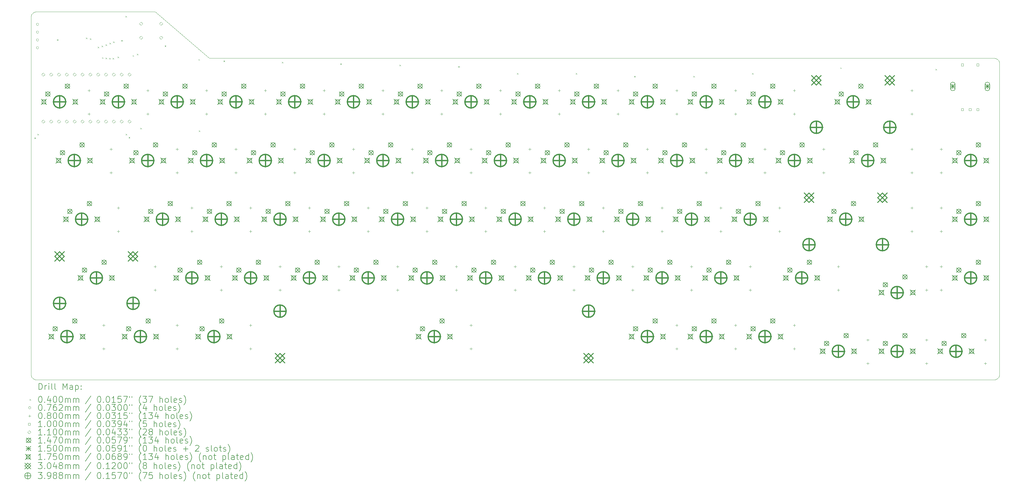
<source format=gbr>
%TF.GenerationSoftware,KiCad,Pcbnew,(6.0.8)*%
%TF.CreationDate,2023-10-10T00:19:06-07:00*%
%TF.ProjectId,CMKC65_R1,434d4b43-3635-45f5-9231-2e6b69636164,rev?*%
%TF.SameCoordinates,Original*%
%TF.FileFunction,Drillmap*%
%TF.FilePolarity,Positive*%
%FSLAX45Y45*%
G04 Gerber Fmt 4.5, Leading zero omitted, Abs format (unit mm)*
G04 Created by KiCad (PCBNEW (6.0.8)) date 2023-10-10 00:19:06*
%MOMM*%
%LPD*%
G01*
G04 APERTURE LIST*
%ADD10C,0.100000*%
%ADD11C,0.200000*%
%ADD12C,0.040000*%
%ADD13C,0.076200*%
%ADD14C,0.080000*%
%ADD15C,0.110000*%
%ADD16C,0.147000*%
%ADD17C,0.150000*%
%ADD18C,0.175000*%
%ADD19C,0.304800*%
%ADD20C,0.398780*%
G04 APERTURE END LIST*
D10*
X1614233Y-13113323D02*
X1614233Y-13372429D01*
X33004256Y-13372481D02*
X33004520Y-3741596D01*
X1614233Y-13372429D02*
X1615132Y-13390348D01*
X1617773Y-13407738D01*
X1622068Y-13424515D01*
X1627930Y-13440590D01*
X1635274Y-13455878D01*
X1644011Y-13470291D01*
X1654055Y-13483743D01*
X1665320Y-13496146D01*
X1677718Y-13507416D01*
X1691162Y-13517464D01*
X1705567Y-13526204D01*
X1720845Y-13533549D01*
X1736909Y-13539413D01*
X1753672Y-13543709D01*
X1771049Y-13546350D01*
X1788951Y-13547250D01*
X1614233Y-1778615D02*
X1614233Y-13113323D01*
X32829485Y-3109696D02*
X32710473Y-3109799D01*
X1789002Y-1603845D02*
X1771084Y-1604744D01*
X1753694Y-1607383D01*
X1736920Y-1611677D01*
X1720848Y-1617537D01*
X1705564Y-1624878D01*
X1691155Y-1633614D01*
X1677708Y-1643657D01*
X1665309Y-1654922D01*
X1654045Y-1667321D01*
X1644002Y-1680768D01*
X1635266Y-1695176D01*
X1627925Y-1710460D01*
X1622064Y-1726532D01*
X1617771Y-1743306D01*
X1615132Y-1760696D01*
X1614233Y-1778615D01*
X33004256Y-3284466D02*
X33003357Y-3266547D01*
X33000717Y-3249157D01*
X32996424Y-3232383D01*
X32990563Y-3216311D01*
X32983222Y-3201027D01*
X32974486Y-3186618D01*
X32964443Y-3173171D01*
X32953179Y-3160772D01*
X32940780Y-3149508D01*
X32927332Y-3139465D01*
X32912924Y-3130729D01*
X32897640Y-3123388D01*
X32881568Y-3117528D01*
X32864793Y-3113234D01*
X32847404Y-3110595D01*
X32829485Y-3109696D01*
X2052035Y-1603845D02*
X1789002Y-1603845D01*
X32710473Y-3109799D02*
X7401941Y-3109799D01*
X1788951Y-13547250D02*
X32499272Y-13547303D01*
X33004520Y-3741596D02*
X33004256Y-3284466D01*
X3042259Y-1604775D02*
X2052035Y-1603845D01*
X7385508Y-3103702D02*
X5639000Y-1604000D01*
X7401941Y-3109799D02*
X7391633Y-3107591D01*
X7385508Y-3103702D01*
X32499272Y-13547303D02*
X32829485Y-13547250D01*
X5639000Y-1604000D02*
X4495452Y-1604000D01*
X4495452Y-1604000D02*
X3042259Y-1604775D01*
X32829485Y-13547250D02*
X32847404Y-13546351D01*
X32864793Y-13543712D01*
X32881568Y-13539418D01*
X32897640Y-13533558D01*
X32912924Y-13526216D01*
X32927332Y-13517481D01*
X32940780Y-13507438D01*
X32953179Y-13496173D01*
X32964443Y-13483774D01*
X32974486Y-13470327D01*
X32983222Y-13455918D01*
X32990563Y-13440635D01*
X32996424Y-13424562D01*
X33000717Y-13407788D01*
X33003357Y-13390399D01*
X33004256Y-13372481D01*
D11*
D12*
X1724000Y-5685000D02*
X1764000Y-5725000D01*
X1764000Y-5685000D02*
X1724000Y-5725000D01*
X1818000Y-5564000D02*
X1858000Y-5604000D01*
X1858000Y-5564000D02*
X1818000Y-5604000D01*
X2456500Y-2494600D02*
X2496500Y-2534600D01*
X2496500Y-2494600D02*
X2456500Y-2534600D01*
X3396000Y-2441000D02*
X3436000Y-2481000D01*
X3436000Y-2441000D02*
X3396000Y-2481000D01*
X3523871Y-2466129D02*
X3563871Y-2506129D01*
X3563871Y-2466129D02*
X3523871Y-2506129D01*
X3777300Y-2735900D02*
X3817300Y-2775900D01*
X3817300Y-2735900D02*
X3777300Y-2775900D01*
X3904300Y-2703200D02*
X3944300Y-2743200D01*
X3944300Y-2703200D02*
X3904300Y-2743200D01*
X3917000Y-3078800D02*
X3957000Y-3118800D01*
X3957000Y-3078800D02*
X3917000Y-3118800D01*
X4031300Y-2657799D02*
X4071300Y-2697799D01*
X4071300Y-2657799D02*
X4031300Y-2697799D01*
X4031907Y-3090893D02*
X4071907Y-3130893D01*
X4071907Y-3090893D02*
X4031907Y-3130893D01*
X4146813Y-3102987D02*
X4186813Y-3142987D01*
X4186813Y-3102987D02*
X4146813Y-3142987D01*
X4158300Y-2612398D02*
X4198300Y-2652398D01*
X4198300Y-2612398D02*
X4158300Y-2652398D01*
X4259900Y-3103896D02*
X4299900Y-3143896D01*
X4299900Y-3103896D02*
X4259900Y-3143896D01*
X4276900Y-2566997D02*
X4316900Y-2606997D01*
X4316900Y-2566997D02*
X4276900Y-2606997D01*
X4422300Y-3058495D02*
X4462300Y-3098495D01*
X4462300Y-3058495D02*
X4422300Y-3098495D01*
X4539300Y-2521596D02*
X4579300Y-2561596D01*
X4579300Y-2521596D02*
X4539300Y-2561596D01*
X4674177Y-1739263D02*
X4714177Y-1779263D01*
X4714177Y-1739263D02*
X4674177Y-1779263D01*
X4681000Y-5564000D02*
X4721000Y-5604000D01*
X4721000Y-5564000D02*
X4681000Y-5604000D01*
X4780000Y-5667000D02*
X4820000Y-5707000D01*
X4820000Y-5667000D02*
X4780000Y-5707000D01*
X4907600Y-3013094D02*
X4947600Y-3053094D01*
X4947600Y-3013094D02*
X4907600Y-3053094D01*
X5047300Y-2964500D02*
X5087300Y-3004500D01*
X5087300Y-2964500D02*
X5047300Y-3004500D01*
X5157000Y-5370000D02*
X5197000Y-5410000D01*
X5197000Y-5370000D02*
X5157000Y-5410000D01*
X5949000Y-2695337D02*
X5989000Y-2735337D01*
X5989000Y-2695337D02*
X5949000Y-2735337D01*
X7041200Y-3139787D02*
X7081200Y-3179787D01*
X7081200Y-3139787D02*
X7041200Y-3179787D01*
X7053900Y-5453700D02*
X7093900Y-5493700D01*
X7093900Y-5453700D02*
X7053900Y-5493700D01*
X7854000Y-3185238D02*
X7894000Y-3225238D01*
X7894000Y-3185238D02*
X7854000Y-3225238D01*
X9746300Y-3230589D02*
X9786300Y-3270589D01*
X9786300Y-3230589D02*
X9746300Y-3270589D01*
X11638600Y-3275990D02*
X11678600Y-3315990D01*
X11678600Y-3275990D02*
X11638600Y-3315990D01*
X13556300Y-3321391D02*
X13596300Y-3361391D01*
X13596300Y-3321391D02*
X13556300Y-3361391D01*
X15461300Y-3366792D02*
X15501300Y-3406792D01*
X15501300Y-3366792D02*
X15461300Y-3406792D01*
X17366300Y-3593797D02*
X17406300Y-3633797D01*
X17406300Y-3593797D02*
X17366300Y-3633797D01*
X19271300Y-3593797D02*
X19311300Y-3633797D01*
X19311300Y-3593797D02*
X19271300Y-3633797D01*
X21163600Y-3684599D02*
X21203600Y-3724599D01*
X21203600Y-3684599D02*
X21163600Y-3724599D01*
X23081300Y-3684599D02*
X23121300Y-3724599D01*
X23121300Y-3684599D02*
X23081300Y-3724599D01*
X24986300Y-3593797D02*
X25026300Y-3633797D01*
X25026300Y-3593797D02*
X24986300Y-3633797D01*
X27843800Y-3410598D02*
X27883800Y-3450598D01*
X27883800Y-3410598D02*
X27843800Y-3450598D01*
X30929900Y-3455999D02*
X30969900Y-3495999D01*
X30969900Y-3455999D02*
X30929900Y-3495999D01*
D13*
X1863100Y-2009000D02*
G75*
G03*
X1863100Y-2009000I-38100J0D01*
G01*
X1863100Y-2263000D02*
G75*
G03*
X1863100Y-2263000I-38100J0D01*
G01*
X1863100Y-2517000D02*
G75*
G03*
X1863100Y-2517000I-38100J0D01*
G01*
X1863100Y-2771000D02*
G75*
G03*
X1863100Y-2771000I-38100J0D01*
G01*
D14*
X3492500Y-4119250D02*
X3492500Y-4199250D01*
X3452500Y-4159250D02*
X3532500Y-4159250D01*
X3492500Y-4881250D02*
X3492500Y-4961250D01*
X3452500Y-4921250D02*
X3532500Y-4921250D01*
X3968750Y-11739250D02*
X3968750Y-11819250D01*
X3928750Y-11779250D02*
X4008750Y-11779250D01*
X3968750Y-12501250D02*
X3968750Y-12581250D01*
X3928750Y-12541250D02*
X4008750Y-12541250D01*
X4206875Y-6024250D02*
X4206875Y-6104250D01*
X4166875Y-6064250D02*
X4246875Y-6064250D01*
X4206875Y-6786250D02*
X4206875Y-6866250D01*
X4166875Y-6826250D02*
X4246875Y-6826250D01*
X4445000Y-7929250D02*
X4445000Y-8009250D01*
X4405000Y-7969250D02*
X4485000Y-7969250D01*
X4445000Y-8691250D02*
X4445000Y-8771250D01*
X4405000Y-8731250D02*
X4485000Y-8731250D01*
X5397500Y-4119250D02*
X5397500Y-4199250D01*
X5357500Y-4159250D02*
X5437500Y-4159250D01*
X5397500Y-4881250D02*
X5397500Y-4961250D01*
X5357500Y-4921250D02*
X5437500Y-4921250D01*
X5635625Y-9834250D02*
X5635625Y-9914250D01*
X5595625Y-9874250D02*
X5675625Y-9874250D01*
X5635625Y-10596250D02*
X5635625Y-10676250D01*
X5595625Y-10636250D02*
X5675625Y-10636250D01*
X6350000Y-6024250D02*
X6350000Y-6104250D01*
X6310000Y-6064250D02*
X6390000Y-6064250D01*
X6350000Y-6786250D02*
X6350000Y-6866250D01*
X6310000Y-6826250D02*
X6390000Y-6826250D01*
X6350000Y-11739250D02*
X6350000Y-11819250D01*
X6310000Y-11779250D02*
X6390000Y-11779250D01*
X6350000Y-12501250D02*
X6350000Y-12581250D01*
X6310000Y-12541250D02*
X6390000Y-12541250D01*
X6826250Y-7929250D02*
X6826250Y-8009250D01*
X6786250Y-7969250D02*
X6866250Y-7969250D01*
X6826250Y-8691250D02*
X6826250Y-8771250D01*
X6786250Y-8731250D02*
X6866250Y-8731250D01*
X7302500Y-4119250D02*
X7302500Y-4199250D01*
X7262500Y-4159250D02*
X7342500Y-4159250D01*
X7302500Y-4881250D02*
X7302500Y-4961250D01*
X7262500Y-4921250D02*
X7342500Y-4921250D01*
X7778750Y-9834250D02*
X7778750Y-9914250D01*
X7738750Y-9874250D02*
X7818750Y-9874250D01*
X7778750Y-10596250D02*
X7778750Y-10676250D01*
X7738750Y-10636250D02*
X7818750Y-10636250D01*
X8255000Y-6024250D02*
X8255000Y-6104250D01*
X8215000Y-6064250D02*
X8295000Y-6064250D01*
X8255000Y-6786250D02*
X8255000Y-6866250D01*
X8215000Y-6826250D02*
X8295000Y-6826250D01*
X8731250Y-7929250D02*
X8731250Y-8009250D01*
X8691250Y-7969250D02*
X8771250Y-7969250D01*
X8731250Y-8691250D02*
X8731250Y-8771250D01*
X8691250Y-8731250D02*
X8771250Y-8731250D01*
X8731250Y-11739250D02*
X8731250Y-11819250D01*
X8691250Y-11779250D02*
X8771250Y-11779250D01*
X8731250Y-12501250D02*
X8731250Y-12581250D01*
X8691250Y-12541250D02*
X8771250Y-12541250D01*
X9207500Y-4119250D02*
X9207500Y-4199250D01*
X9167500Y-4159250D02*
X9247500Y-4159250D01*
X9207500Y-4881250D02*
X9207500Y-4961250D01*
X9167500Y-4921250D02*
X9247500Y-4921250D01*
X9683750Y-9834250D02*
X9683750Y-9914250D01*
X9643750Y-9874250D02*
X9723750Y-9874250D01*
X9683750Y-10596250D02*
X9683750Y-10676250D01*
X9643750Y-10636250D02*
X9723750Y-10636250D01*
X10160000Y-6024250D02*
X10160000Y-6104250D01*
X10120000Y-6064250D02*
X10200000Y-6064250D01*
X10160000Y-6786250D02*
X10160000Y-6866250D01*
X10120000Y-6826250D02*
X10200000Y-6826250D01*
X10636250Y-7929250D02*
X10636250Y-8009250D01*
X10596250Y-7969250D02*
X10676250Y-7969250D01*
X10636250Y-8691250D02*
X10636250Y-8771250D01*
X10596250Y-8731250D02*
X10676250Y-8731250D01*
X11112500Y-4119250D02*
X11112500Y-4199250D01*
X11072500Y-4159250D02*
X11152500Y-4159250D01*
X11112500Y-4881250D02*
X11112500Y-4961250D01*
X11072500Y-4921250D02*
X11152500Y-4921250D01*
X11588750Y-9834250D02*
X11588750Y-9914250D01*
X11548750Y-9874250D02*
X11628750Y-9874250D01*
X11588750Y-10596250D02*
X11588750Y-10676250D01*
X11548750Y-10636250D02*
X11628750Y-10636250D01*
X12065000Y-6024250D02*
X12065000Y-6104250D01*
X12025000Y-6064250D02*
X12105000Y-6064250D01*
X12065000Y-6786250D02*
X12065000Y-6866250D01*
X12025000Y-6826250D02*
X12105000Y-6826250D01*
X12541250Y-7929250D02*
X12541250Y-8009250D01*
X12501250Y-7969250D02*
X12581250Y-7969250D01*
X12541250Y-8691250D02*
X12541250Y-8771250D01*
X12501250Y-8731250D02*
X12581250Y-8731250D01*
X13017500Y-4119250D02*
X13017500Y-4199250D01*
X12977500Y-4159250D02*
X13057500Y-4159250D01*
X13017500Y-4881250D02*
X13017500Y-4961250D01*
X12977500Y-4921250D02*
X13057500Y-4921250D01*
X13493750Y-9834250D02*
X13493750Y-9914250D01*
X13453750Y-9874250D02*
X13533750Y-9874250D01*
X13493750Y-10596250D02*
X13493750Y-10676250D01*
X13453750Y-10636250D02*
X13533750Y-10636250D01*
X13970000Y-6024250D02*
X13970000Y-6104250D01*
X13930000Y-6064250D02*
X14010000Y-6064250D01*
X13970000Y-6786250D02*
X13970000Y-6866250D01*
X13930000Y-6826250D02*
X14010000Y-6826250D01*
X14446250Y-7929250D02*
X14446250Y-8009250D01*
X14406250Y-7969250D02*
X14486250Y-7969250D01*
X14446250Y-8691250D02*
X14446250Y-8771250D01*
X14406250Y-8731250D02*
X14486250Y-8731250D01*
X14922500Y-4119250D02*
X14922500Y-4199250D01*
X14882500Y-4159250D02*
X14962500Y-4159250D01*
X14922500Y-4881250D02*
X14922500Y-4961250D01*
X14882500Y-4921250D02*
X14962500Y-4921250D01*
X15398750Y-9834250D02*
X15398750Y-9914250D01*
X15358750Y-9874250D02*
X15438750Y-9874250D01*
X15398750Y-10596250D02*
X15398750Y-10676250D01*
X15358750Y-10636250D02*
X15438750Y-10636250D01*
X15875000Y-6024250D02*
X15875000Y-6104250D01*
X15835000Y-6064250D02*
X15915000Y-6064250D01*
X15875000Y-6786250D02*
X15875000Y-6866250D01*
X15835000Y-6826250D02*
X15915000Y-6826250D01*
X15875000Y-11739250D02*
X15875000Y-11819250D01*
X15835000Y-11779250D02*
X15915000Y-11779250D01*
X15875000Y-12501250D02*
X15875000Y-12581250D01*
X15835000Y-12541250D02*
X15915000Y-12541250D01*
X16351250Y-7929250D02*
X16351250Y-8009250D01*
X16311250Y-7969250D02*
X16391250Y-7969250D01*
X16351250Y-8691250D02*
X16351250Y-8771250D01*
X16311250Y-8731250D02*
X16391250Y-8731250D01*
X16827500Y-4119250D02*
X16827500Y-4199250D01*
X16787500Y-4159250D02*
X16867500Y-4159250D01*
X16827500Y-4881250D02*
X16827500Y-4961250D01*
X16787500Y-4921250D02*
X16867500Y-4921250D01*
X17303750Y-9834250D02*
X17303750Y-9914250D01*
X17263750Y-9874250D02*
X17343750Y-9874250D01*
X17303750Y-10596250D02*
X17303750Y-10676250D01*
X17263750Y-10636250D02*
X17343750Y-10636250D01*
X17780000Y-6024250D02*
X17780000Y-6104250D01*
X17740000Y-6064250D02*
X17820000Y-6064250D01*
X17780000Y-6786250D02*
X17780000Y-6866250D01*
X17740000Y-6826250D02*
X17820000Y-6826250D01*
X18256250Y-7929250D02*
X18256250Y-8009250D01*
X18216250Y-7969250D02*
X18296250Y-7969250D01*
X18256250Y-8691250D02*
X18256250Y-8771250D01*
X18216250Y-8731250D02*
X18296250Y-8731250D01*
X18732500Y-4119250D02*
X18732500Y-4199250D01*
X18692500Y-4159250D02*
X18772500Y-4159250D01*
X18732500Y-4881250D02*
X18732500Y-4961250D01*
X18692500Y-4921250D02*
X18772500Y-4921250D01*
X19208750Y-9834250D02*
X19208750Y-9914250D01*
X19168750Y-9874250D02*
X19248750Y-9874250D01*
X19208750Y-10596250D02*
X19208750Y-10676250D01*
X19168750Y-10636250D02*
X19248750Y-10636250D01*
X19685000Y-6024250D02*
X19685000Y-6104250D01*
X19645000Y-6064250D02*
X19725000Y-6064250D01*
X19685000Y-6786250D02*
X19685000Y-6866250D01*
X19645000Y-6826250D02*
X19725000Y-6826250D01*
X20161250Y-7929250D02*
X20161250Y-8009250D01*
X20121250Y-7969250D02*
X20201250Y-7969250D01*
X20161250Y-8691250D02*
X20161250Y-8771250D01*
X20121250Y-8731250D02*
X20201250Y-8731250D01*
X20637500Y-4119250D02*
X20637500Y-4199250D01*
X20597500Y-4159250D02*
X20677500Y-4159250D01*
X20637500Y-4881250D02*
X20637500Y-4961250D01*
X20597500Y-4921250D02*
X20677500Y-4921250D01*
X21113750Y-9834250D02*
X21113750Y-9914250D01*
X21073750Y-9874250D02*
X21153750Y-9874250D01*
X21113750Y-10596250D02*
X21113750Y-10676250D01*
X21073750Y-10636250D02*
X21153750Y-10636250D01*
X21590000Y-6024250D02*
X21590000Y-6104250D01*
X21550000Y-6064250D02*
X21630000Y-6064250D01*
X21590000Y-6786250D02*
X21590000Y-6866250D01*
X21550000Y-6826250D02*
X21630000Y-6826250D01*
X22066250Y-7929250D02*
X22066250Y-8009250D01*
X22026250Y-7969250D02*
X22106250Y-7969250D01*
X22066250Y-8691250D02*
X22066250Y-8771250D01*
X22026250Y-8731250D02*
X22106250Y-8731250D01*
X22542500Y-4119250D02*
X22542500Y-4199250D01*
X22502500Y-4159250D02*
X22582500Y-4159250D01*
X22542500Y-4881250D02*
X22542500Y-4961250D01*
X22502500Y-4921250D02*
X22582500Y-4921250D01*
X22542500Y-11739250D02*
X22542500Y-11819250D01*
X22502500Y-11779250D02*
X22582500Y-11779250D01*
X22542500Y-12501250D02*
X22542500Y-12581250D01*
X22502500Y-12541250D02*
X22582500Y-12541250D01*
X23018750Y-9834250D02*
X23018750Y-9914250D01*
X22978750Y-9874250D02*
X23058750Y-9874250D01*
X23018750Y-10596250D02*
X23018750Y-10676250D01*
X22978750Y-10636250D02*
X23058750Y-10636250D01*
X23495000Y-6024250D02*
X23495000Y-6104250D01*
X23455000Y-6064250D02*
X23535000Y-6064250D01*
X23495000Y-6786250D02*
X23495000Y-6866250D01*
X23455000Y-6826250D02*
X23535000Y-6826250D01*
X23971250Y-7929250D02*
X23971250Y-8009250D01*
X23931250Y-7969250D02*
X24011250Y-7969250D01*
X23971250Y-8691250D02*
X23971250Y-8771250D01*
X23931250Y-8731250D02*
X24011250Y-8731250D01*
X24447500Y-4119250D02*
X24447500Y-4199250D01*
X24407500Y-4159250D02*
X24487500Y-4159250D01*
X24447500Y-4881250D02*
X24447500Y-4961250D01*
X24407500Y-4921250D02*
X24487500Y-4921250D01*
X24447500Y-11739250D02*
X24447500Y-11819250D01*
X24407500Y-11779250D02*
X24487500Y-11779250D01*
X24447500Y-12501250D02*
X24447500Y-12581250D01*
X24407500Y-12541250D02*
X24487500Y-12541250D01*
X24923750Y-9834250D02*
X24923750Y-9914250D01*
X24883750Y-9874250D02*
X24963750Y-9874250D01*
X24923750Y-10596250D02*
X24923750Y-10676250D01*
X24883750Y-10636250D02*
X24963750Y-10636250D01*
X25400000Y-6024250D02*
X25400000Y-6104250D01*
X25360000Y-6064250D02*
X25440000Y-6064250D01*
X25400000Y-6786250D02*
X25400000Y-6866250D01*
X25360000Y-6826250D02*
X25440000Y-6826250D01*
X25876250Y-7929250D02*
X25876250Y-8009250D01*
X25836250Y-7969250D02*
X25916250Y-7969250D01*
X25876250Y-8691250D02*
X25876250Y-8771250D01*
X25836250Y-8731250D02*
X25916250Y-8731250D01*
X26352500Y-4119250D02*
X26352500Y-4199250D01*
X26312500Y-4159250D02*
X26392500Y-4159250D01*
X26352500Y-4881250D02*
X26352500Y-4961250D01*
X26312500Y-4921250D02*
X26392500Y-4921250D01*
X26352500Y-11739250D02*
X26352500Y-11819250D01*
X26312500Y-11779250D02*
X26392500Y-11779250D01*
X26352500Y-12501250D02*
X26352500Y-12581250D01*
X26312500Y-12541250D02*
X26392500Y-12541250D01*
X27305000Y-6024250D02*
X27305000Y-6104250D01*
X27265000Y-6064250D02*
X27345000Y-6064250D01*
X27305000Y-6786250D02*
X27305000Y-6866250D01*
X27265000Y-6826250D02*
X27345000Y-6826250D01*
X27781250Y-9834250D02*
X27781250Y-9914250D01*
X27741250Y-9874250D02*
X27821250Y-9874250D01*
X27781250Y-10596250D02*
X27781250Y-10676250D01*
X27741250Y-10636250D02*
X27821250Y-10636250D01*
X28733750Y-12215500D02*
X28733750Y-12295500D01*
X28693750Y-12255500D02*
X28773750Y-12255500D01*
X28733750Y-12977500D02*
X28733750Y-13057500D01*
X28693750Y-13017500D02*
X28773750Y-13017500D01*
X30162500Y-4119250D02*
X30162500Y-4199250D01*
X30122500Y-4159250D02*
X30202500Y-4159250D01*
X30162500Y-4881250D02*
X30162500Y-4961250D01*
X30122500Y-4921250D02*
X30202500Y-4921250D01*
X30162500Y-6024250D02*
X30162500Y-6104250D01*
X30122500Y-6064250D02*
X30202500Y-6064250D01*
X30162500Y-6786250D02*
X30162500Y-6866250D01*
X30122500Y-6826250D02*
X30202500Y-6826250D01*
X30162500Y-7929250D02*
X30162500Y-8009250D01*
X30122500Y-7969250D02*
X30202500Y-7969250D01*
X30162500Y-8691250D02*
X30162500Y-8771250D01*
X30122500Y-8731250D02*
X30202500Y-8731250D01*
X30638750Y-9834250D02*
X30638750Y-9914250D01*
X30598750Y-9874250D02*
X30678750Y-9874250D01*
X30638750Y-10596250D02*
X30638750Y-10676250D01*
X30598750Y-10636250D02*
X30678750Y-10636250D01*
X30638750Y-12215500D02*
X30638750Y-12295500D01*
X30598750Y-12255500D02*
X30678750Y-12255500D01*
X30638750Y-12977500D02*
X30638750Y-13057500D01*
X30598750Y-13017500D02*
X30678750Y-13017500D01*
X31115000Y-6024250D02*
X31115000Y-6104250D01*
X31075000Y-6064250D02*
X31155000Y-6064250D01*
X31115000Y-6786250D02*
X31115000Y-6866250D01*
X31075000Y-6826250D02*
X31155000Y-6826250D01*
X31115000Y-7929250D02*
X31115000Y-8009250D01*
X31075000Y-7969250D02*
X31155000Y-7969250D01*
X31115000Y-8691250D02*
X31115000Y-8771250D01*
X31075000Y-8731250D02*
X31155000Y-8731250D01*
X31115000Y-9834250D02*
X31115000Y-9914250D01*
X31075000Y-9874250D02*
X31155000Y-9874250D01*
X31115000Y-10596250D02*
X31115000Y-10676250D01*
X31075000Y-10636250D02*
X31155000Y-10636250D01*
X32543750Y-12215500D02*
X32543750Y-12295500D01*
X32503750Y-12255500D02*
X32583750Y-12255500D01*
X32543750Y-12977500D02*
X32543750Y-13057500D01*
X32503750Y-13017500D02*
X32583750Y-13017500D01*
D10*
X31836156Y-3360556D02*
X31836156Y-3289844D01*
X31765444Y-3289844D01*
X31765444Y-3360556D01*
X31836156Y-3360556D01*
X31836156Y-4810556D02*
X31836156Y-4739844D01*
X31765444Y-4739844D01*
X31765444Y-4810556D01*
X31836156Y-4810556D01*
X32086156Y-4810556D02*
X32086156Y-4739844D01*
X32015444Y-4739844D01*
X32015444Y-4810556D01*
X32086156Y-4810556D01*
X32336156Y-3360556D02*
X32336156Y-3289844D01*
X32265444Y-3289844D01*
X32265444Y-3360556D01*
X32336156Y-3360556D01*
X32336156Y-4810556D02*
X32336156Y-4739844D01*
X32265444Y-4739844D01*
X32265444Y-4810556D01*
X32336156Y-4810556D01*
D15*
X2006000Y-3696000D02*
X2061000Y-3641000D01*
X2006000Y-3586000D01*
X1951000Y-3641000D01*
X2006000Y-3696000D01*
X2006000Y-5220000D02*
X2061000Y-5165000D01*
X2006000Y-5110000D01*
X1951000Y-5165000D01*
X2006000Y-5220000D01*
X2260000Y-3696000D02*
X2315000Y-3641000D01*
X2260000Y-3586000D01*
X2205000Y-3641000D01*
X2260000Y-3696000D01*
X2260000Y-5220000D02*
X2315000Y-5165000D01*
X2260000Y-5110000D01*
X2205000Y-5165000D01*
X2260000Y-5220000D01*
X2514000Y-3696000D02*
X2569000Y-3641000D01*
X2514000Y-3586000D01*
X2459000Y-3641000D01*
X2514000Y-3696000D01*
X2514000Y-5220000D02*
X2569000Y-5165000D01*
X2514000Y-5110000D01*
X2459000Y-5165000D01*
X2514000Y-5220000D01*
X2768000Y-3696000D02*
X2823000Y-3641000D01*
X2768000Y-3586000D01*
X2713000Y-3641000D01*
X2768000Y-3696000D01*
X2768000Y-5220000D02*
X2823000Y-5165000D01*
X2768000Y-5110000D01*
X2713000Y-5165000D01*
X2768000Y-5220000D01*
X3022000Y-3696000D02*
X3077000Y-3641000D01*
X3022000Y-3586000D01*
X2967000Y-3641000D01*
X3022000Y-3696000D01*
X3022000Y-5220000D02*
X3077000Y-5165000D01*
X3022000Y-5110000D01*
X2967000Y-5165000D01*
X3022000Y-5220000D01*
X3276000Y-3696000D02*
X3331000Y-3641000D01*
X3276000Y-3586000D01*
X3221000Y-3641000D01*
X3276000Y-3696000D01*
X3276000Y-5220000D02*
X3331000Y-5165000D01*
X3276000Y-5110000D01*
X3221000Y-5165000D01*
X3276000Y-5220000D01*
X3530000Y-3696000D02*
X3585000Y-3641000D01*
X3530000Y-3586000D01*
X3475000Y-3641000D01*
X3530000Y-3696000D01*
X3530000Y-5220000D02*
X3585000Y-5165000D01*
X3530000Y-5110000D01*
X3475000Y-5165000D01*
X3530000Y-5220000D01*
X3784000Y-3696000D02*
X3839000Y-3641000D01*
X3784000Y-3586000D01*
X3729000Y-3641000D01*
X3784000Y-3696000D01*
X3784000Y-5220000D02*
X3839000Y-5165000D01*
X3784000Y-5110000D01*
X3729000Y-5165000D01*
X3784000Y-5220000D01*
X4038000Y-3696000D02*
X4093000Y-3641000D01*
X4038000Y-3586000D01*
X3983000Y-3641000D01*
X4038000Y-3696000D01*
X4038000Y-5220000D02*
X4093000Y-5165000D01*
X4038000Y-5110000D01*
X3983000Y-5165000D01*
X4038000Y-5220000D01*
X4292000Y-3696000D02*
X4347000Y-3641000D01*
X4292000Y-3586000D01*
X4237000Y-3641000D01*
X4292000Y-3696000D01*
X4292000Y-5220000D02*
X4347000Y-5165000D01*
X4292000Y-5110000D01*
X4237000Y-5165000D01*
X4292000Y-5220000D01*
X4546000Y-3696000D02*
X4601000Y-3641000D01*
X4546000Y-3586000D01*
X4491000Y-3641000D01*
X4546000Y-3696000D01*
X4546000Y-5220000D02*
X4601000Y-5165000D01*
X4546000Y-5110000D01*
X4491000Y-5165000D01*
X4546000Y-5220000D01*
X4800000Y-3696000D02*
X4855000Y-3641000D01*
X4800000Y-3586000D01*
X4745000Y-3641000D01*
X4800000Y-3696000D01*
X4800000Y-5220000D02*
X4855000Y-5165000D01*
X4800000Y-5110000D01*
X4745000Y-5165000D01*
X4800000Y-5220000D01*
X5178000Y-2045000D02*
X5233000Y-1990000D01*
X5178000Y-1935000D01*
X5123000Y-1990000D01*
X5178000Y-2045000D01*
X5178000Y-2495000D02*
X5233000Y-2440000D01*
X5178000Y-2385000D01*
X5123000Y-2440000D01*
X5178000Y-2495000D01*
X5828000Y-2045000D02*
X5883000Y-1990000D01*
X5828000Y-1935000D01*
X5773000Y-1990000D01*
X5828000Y-2045000D01*
X5828000Y-2495000D02*
X5883000Y-2440000D01*
X5828000Y-2385000D01*
X5773000Y-2440000D01*
X5828000Y-2495000D01*
D16*
X2085500Y-4196875D02*
X2232500Y-4343875D01*
X2232500Y-4196875D02*
X2085500Y-4343875D01*
X2232500Y-4270375D02*
G75*
G03*
X2232500Y-4270375I-73500J0D01*
G01*
X2323625Y-11816875D02*
X2470625Y-11963875D01*
X2470625Y-11816875D02*
X2323625Y-11963875D01*
X2470625Y-11890375D02*
G75*
G03*
X2470625Y-11890375I-73500J0D01*
G01*
X2561750Y-6101875D02*
X2708750Y-6248875D01*
X2708750Y-6101875D02*
X2561750Y-6248875D01*
X2708750Y-6175375D02*
G75*
G03*
X2708750Y-6175375I-73500J0D01*
G01*
X2720500Y-3942875D02*
X2867500Y-4089875D01*
X2867500Y-3942875D02*
X2720500Y-4089875D01*
X2867500Y-4016375D02*
G75*
G03*
X2867500Y-4016375I-73500J0D01*
G01*
X2799875Y-8006875D02*
X2946875Y-8153875D01*
X2946875Y-8006875D02*
X2799875Y-8153875D01*
X2946875Y-8080375D02*
G75*
G03*
X2946875Y-8080375I-73500J0D01*
G01*
X2958625Y-11562875D02*
X3105625Y-11709875D01*
X3105625Y-11562875D02*
X2958625Y-11709875D01*
X3105625Y-11636375D02*
G75*
G03*
X3105625Y-11636375I-73500J0D01*
G01*
X3196750Y-5847875D02*
X3343750Y-5994875D01*
X3343750Y-5847875D02*
X3196750Y-5994875D01*
X3343750Y-5921375D02*
G75*
G03*
X3343750Y-5921375I-73500J0D01*
G01*
X3276125Y-9911875D02*
X3423125Y-10058875D01*
X3423125Y-9911875D02*
X3276125Y-10058875D01*
X3423125Y-9985375D02*
G75*
G03*
X3423125Y-9985375I-73500J0D01*
G01*
X3434875Y-7752875D02*
X3581875Y-7899875D01*
X3581875Y-7752875D02*
X3434875Y-7899875D01*
X3581875Y-7826375D02*
G75*
G03*
X3581875Y-7826375I-73500J0D01*
G01*
X3911125Y-9657875D02*
X4058125Y-9804875D01*
X4058125Y-9657875D02*
X3911125Y-9804875D01*
X4058125Y-9731375D02*
G75*
G03*
X4058125Y-9731375I-73500J0D01*
G01*
X3990500Y-4196875D02*
X4137500Y-4343875D01*
X4137500Y-4196875D02*
X3990500Y-4343875D01*
X4137500Y-4270375D02*
G75*
G03*
X4137500Y-4270375I-73500J0D01*
G01*
X4625500Y-3942875D02*
X4772500Y-4089875D01*
X4772500Y-3942875D02*
X4625500Y-4089875D01*
X4772500Y-4016375D02*
G75*
G03*
X4772500Y-4016375I-73500J0D01*
G01*
X4704875Y-11816875D02*
X4851875Y-11963875D01*
X4851875Y-11816875D02*
X4704875Y-11963875D01*
X4851875Y-11890375D02*
G75*
G03*
X4851875Y-11890375I-73500J0D01*
G01*
X4943000Y-6101875D02*
X5090000Y-6248875D01*
X5090000Y-6101875D02*
X4943000Y-6248875D01*
X5090000Y-6175375D02*
G75*
G03*
X5090000Y-6175375I-73500J0D01*
G01*
X5339875Y-11562875D02*
X5486875Y-11709875D01*
X5486875Y-11562875D02*
X5339875Y-11709875D01*
X5486875Y-11636375D02*
G75*
G03*
X5486875Y-11636375I-73500J0D01*
G01*
X5419250Y-8006875D02*
X5566250Y-8153875D01*
X5566250Y-8006875D02*
X5419250Y-8153875D01*
X5566250Y-8080375D02*
G75*
G03*
X5566250Y-8080375I-73500J0D01*
G01*
X5578000Y-5847875D02*
X5725000Y-5994875D01*
X5725000Y-5847875D02*
X5578000Y-5994875D01*
X5725000Y-5921375D02*
G75*
G03*
X5725000Y-5921375I-73500J0D01*
G01*
X5895500Y-4196875D02*
X6042500Y-4343875D01*
X6042500Y-4196875D02*
X5895500Y-4343875D01*
X6042500Y-4270375D02*
G75*
G03*
X6042500Y-4270375I-73500J0D01*
G01*
X6054250Y-7752875D02*
X6201250Y-7899875D01*
X6201250Y-7752875D02*
X6054250Y-7899875D01*
X6201250Y-7826375D02*
G75*
G03*
X6201250Y-7826375I-73500J0D01*
G01*
X6371750Y-9911875D02*
X6518750Y-10058875D01*
X6518750Y-9911875D02*
X6371750Y-10058875D01*
X6518750Y-9985375D02*
G75*
G03*
X6518750Y-9985375I-73500J0D01*
G01*
X6530500Y-3942875D02*
X6677500Y-4089875D01*
X6677500Y-3942875D02*
X6530500Y-4089875D01*
X6677500Y-4016375D02*
G75*
G03*
X6677500Y-4016375I-73500J0D01*
G01*
X6848000Y-6101875D02*
X6995000Y-6248875D01*
X6995000Y-6101875D02*
X6848000Y-6248875D01*
X6995000Y-6175375D02*
G75*
G03*
X6995000Y-6175375I-73500J0D01*
G01*
X7006750Y-9657875D02*
X7153750Y-9804875D01*
X7153750Y-9657875D02*
X7006750Y-9804875D01*
X7153750Y-9731375D02*
G75*
G03*
X7153750Y-9731375I-73500J0D01*
G01*
X7086125Y-11816875D02*
X7233125Y-11963875D01*
X7233125Y-11816875D02*
X7086125Y-11963875D01*
X7233125Y-11890375D02*
G75*
G03*
X7233125Y-11890375I-73500J0D01*
G01*
X7324250Y-8006875D02*
X7471250Y-8153875D01*
X7471250Y-8006875D02*
X7324250Y-8153875D01*
X7471250Y-8080375D02*
G75*
G03*
X7471250Y-8080375I-73500J0D01*
G01*
X7483000Y-5847875D02*
X7630000Y-5994875D01*
X7630000Y-5847875D02*
X7483000Y-5994875D01*
X7630000Y-5921375D02*
G75*
G03*
X7630000Y-5921375I-73500J0D01*
G01*
X7721125Y-11562875D02*
X7868125Y-11709875D01*
X7868125Y-11562875D02*
X7721125Y-11709875D01*
X7868125Y-11636375D02*
G75*
G03*
X7868125Y-11636375I-73500J0D01*
G01*
X7800500Y-4196875D02*
X7947500Y-4343875D01*
X7947500Y-4196875D02*
X7800500Y-4343875D01*
X7947500Y-4270375D02*
G75*
G03*
X7947500Y-4270375I-73500J0D01*
G01*
X7959250Y-7752875D02*
X8106250Y-7899875D01*
X8106250Y-7752875D02*
X7959250Y-7899875D01*
X8106250Y-7826375D02*
G75*
G03*
X8106250Y-7826375I-73500J0D01*
G01*
X8276750Y-9911875D02*
X8423750Y-10058875D01*
X8423750Y-9911875D02*
X8276750Y-10058875D01*
X8423750Y-9985375D02*
G75*
G03*
X8423750Y-9985375I-73500J0D01*
G01*
X8435500Y-3942875D02*
X8582500Y-4089875D01*
X8582500Y-3942875D02*
X8435500Y-4089875D01*
X8582500Y-4016375D02*
G75*
G03*
X8582500Y-4016375I-73500J0D01*
G01*
X8753000Y-6101875D02*
X8900000Y-6248875D01*
X8900000Y-6101875D02*
X8753000Y-6248875D01*
X8900000Y-6175375D02*
G75*
G03*
X8900000Y-6175375I-73500J0D01*
G01*
X8911750Y-9657875D02*
X9058750Y-9804875D01*
X9058750Y-9657875D02*
X8911750Y-9804875D01*
X9058750Y-9731375D02*
G75*
G03*
X9058750Y-9731375I-73500J0D01*
G01*
X9229250Y-8006875D02*
X9376250Y-8153875D01*
X9376250Y-8006875D02*
X9229250Y-8153875D01*
X9376250Y-8080375D02*
G75*
G03*
X9376250Y-8080375I-73500J0D01*
G01*
X9388000Y-5847875D02*
X9535000Y-5994875D01*
X9535000Y-5847875D02*
X9388000Y-5994875D01*
X9535000Y-5921375D02*
G75*
G03*
X9535000Y-5921375I-73500J0D01*
G01*
X9705500Y-4196875D02*
X9852500Y-4343875D01*
X9852500Y-4196875D02*
X9705500Y-4343875D01*
X9852500Y-4270375D02*
G75*
G03*
X9852500Y-4270375I-73500J0D01*
G01*
X9864250Y-7752875D02*
X10011250Y-7899875D01*
X10011250Y-7752875D02*
X9864250Y-7899875D01*
X10011250Y-7826375D02*
G75*
G03*
X10011250Y-7826375I-73500J0D01*
G01*
X10181750Y-9911875D02*
X10328750Y-10058875D01*
X10328750Y-9911875D02*
X10181750Y-10058875D01*
X10328750Y-9985375D02*
G75*
G03*
X10328750Y-9985375I-73500J0D01*
G01*
X10340500Y-3942875D02*
X10487500Y-4089875D01*
X10487500Y-3942875D02*
X10340500Y-4089875D01*
X10487500Y-4016375D02*
G75*
G03*
X10487500Y-4016375I-73500J0D01*
G01*
X10658000Y-6101875D02*
X10805000Y-6248875D01*
X10805000Y-6101875D02*
X10658000Y-6248875D01*
X10805000Y-6175375D02*
G75*
G03*
X10805000Y-6175375I-73500J0D01*
G01*
X10816750Y-9657875D02*
X10963750Y-9804875D01*
X10963750Y-9657875D02*
X10816750Y-9804875D01*
X10963750Y-9731375D02*
G75*
G03*
X10963750Y-9731375I-73500J0D01*
G01*
X11134250Y-8006875D02*
X11281250Y-8153875D01*
X11281250Y-8006875D02*
X11134250Y-8153875D01*
X11281250Y-8080375D02*
G75*
G03*
X11281250Y-8080375I-73500J0D01*
G01*
X11293000Y-5847875D02*
X11440000Y-5994875D01*
X11440000Y-5847875D02*
X11293000Y-5994875D01*
X11440000Y-5921375D02*
G75*
G03*
X11440000Y-5921375I-73500J0D01*
G01*
X11610500Y-4196875D02*
X11757500Y-4343875D01*
X11757500Y-4196875D02*
X11610500Y-4343875D01*
X11757500Y-4270375D02*
G75*
G03*
X11757500Y-4270375I-73500J0D01*
G01*
X11769250Y-7752875D02*
X11916250Y-7899875D01*
X11916250Y-7752875D02*
X11769250Y-7899875D01*
X11916250Y-7826375D02*
G75*
G03*
X11916250Y-7826375I-73500J0D01*
G01*
X12086750Y-9911875D02*
X12233750Y-10058875D01*
X12233750Y-9911875D02*
X12086750Y-10058875D01*
X12233750Y-9985375D02*
G75*
G03*
X12233750Y-9985375I-73500J0D01*
G01*
X12245500Y-3942875D02*
X12392500Y-4089875D01*
X12392500Y-3942875D02*
X12245500Y-4089875D01*
X12392500Y-4016375D02*
G75*
G03*
X12392500Y-4016375I-73500J0D01*
G01*
X12563000Y-6101875D02*
X12710000Y-6248875D01*
X12710000Y-6101875D02*
X12563000Y-6248875D01*
X12710000Y-6175375D02*
G75*
G03*
X12710000Y-6175375I-73500J0D01*
G01*
X12721750Y-9657875D02*
X12868750Y-9804875D01*
X12868750Y-9657875D02*
X12721750Y-9804875D01*
X12868750Y-9731375D02*
G75*
G03*
X12868750Y-9731375I-73500J0D01*
G01*
X13039250Y-8006875D02*
X13186250Y-8153875D01*
X13186250Y-8006875D02*
X13039250Y-8153875D01*
X13186250Y-8080375D02*
G75*
G03*
X13186250Y-8080375I-73500J0D01*
G01*
X13198000Y-5847875D02*
X13345000Y-5994875D01*
X13345000Y-5847875D02*
X13198000Y-5994875D01*
X13345000Y-5921375D02*
G75*
G03*
X13345000Y-5921375I-73500J0D01*
G01*
X13515500Y-4196875D02*
X13662500Y-4343875D01*
X13662500Y-4196875D02*
X13515500Y-4343875D01*
X13662500Y-4270375D02*
G75*
G03*
X13662500Y-4270375I-73500J0D01*
G01*
X13674250Y-7752875D02*
X13821250Y-7899875D01*
X13821250Y-7752875D02*
X13674250Y-7899875D01*
X13821250Y-7826375D02*
G75*
G03*
X13821250Y-7826375I-73500J0D01*
G01*
X13991750Y-9911875D02*
X14138750Y-10058875D01*
X14138750Y-9911875D02*
X13991750Y-10058875D01*
X14138750Y-9985375D02*
G75*
G03*
X14138750Y-9985375I-73500J0D01*
G01*
X14150500Y-3942875D02*
X14297500Y-4089875D01*
X14297500Y-3942875D02*
X14150500Y-4089875D01*
X14297500Y-4016375D02*
G75*
G03*
X14297500Y-4016375I-73500J0D01*
G01*
X14229875Y-11816875D02*
X14376875Y-11963875D01*
X14376875Y-11816875D02*
X14229875Y-11963875D01*
X14376875Y-11890375D02*
G75*
G03*
X14376875Y-11890375I-73500J0D01*
G01*
X14468000Y-6101875D02*
X14615000Y-6248875D01*
X14615000Y-6101875D02*
X14468000Y-6248875D01*
X14615000Y-6175375D02*
G75*
G03*
X14615000Y-6175375I-73500J0D01*
G01*
X14626750Y-9657875D02*
X14773750Y-9804875D01*
X14773750Y-9657875D02*
X14626750Y-9804875D01*
X14773750Y-9731375D02*
G75*
G03*
X14773750Y-9731375I-73500J0D01*
G01*
X14864875Y-11562875D02*
X15011875Y-11709875D01*
X15011875Y-11562875D02*
X14864875Y-11709875D01*
X15011875Y-11636375D02*
G75*
G03*
X15011875Y-11636375I-73500J0D01*
G01*
X14944250Y-8006875D02*
X15091250Y-8153875D01*
X15091250Y-8006875D02*
X14944250Y-8153875D01*
X15091250Y-8080375D02*
G75*
G03*
X15091250Y-8080375I-73500J0D01*
G01*
X15103000Y-5847875D02*
X15250000Y-5994875D01*
X15250000Y-5847875D02*
X15103000Y-5994875D01*
X15250000Y-5921375D02*
G75*
G03*
X15250000Y-5921375I-73500J0D01*
G01*
X15420500Y-4196875D02*
X15567500Y-4343875D01*
X15567500Y-4196875D02*
X15420500Y-4343875D01*
X15567500Y-4270375D02*
G75*
G03*
X15567500Y-4270375I-73500J0D01*
G01*
X15579250Y-7752875D02*
X15726250Y-7899875D01*
X15726250Y-7752875D02*
X15579250Y-7899875D01*
X15726250Y-7826375D02*
G75*
G03*
X15726250Y-7826375I-73500J0D01*
G01*
X15896750Y-9911875D02*
X16043750Y-10058875D01*
X16043750Y-9911875D02*
X15896750Y-10058875D01*
X16043750Y-9985375D02*
G75*
G03*
X16043750Y-9985375I-73500J0D01*
G01*
X16055500Y-3942875D02*
X16202500Y-4089875D01*
X16202500Y-3942875D02*
X16055500Y-4089875D01*
X16202500Y-4016375D02*
G75*
G03*
X16202500Y-4016375I-73500J0D01*
G01*
X16373000Y-6101875D02*
X16520000Y-6248875D01*
X16520000Y-6101875D02*
X16373000Y-6248875D01*
X16520000Y-6175375D02*
G75*
G03*
X16520000Y-6175375I-73500J0D01*
G01*
X16531750Y-9657875D02*
X16678750Y-9804875D01*
X16678750Y-9657875D02*
X16531750Y-9804875D01*
X16678750Y-9731375D02*
G75*
G03*
X16678750Y-9731375I-73500J0D01*
G01*
X16849250Y-8006875D02*
X16996250Y-8153875D01*
X16996250Y-8006875D02*
X16849250Y-8153875D01*
X16996250Y-8080375D02*
G75*
G03*
X16996250Y-8080375I-73500J0D01*
G01*
X17008000Y-5847875D02*
X17155000Y-5994875D01*
X17155000Y-5847875D02*
X17008000Y-5994875D01*
X17155000Y-5921375D02*
G75*
G03*
X17155000Y-5921375I-73500J0D01*
G01*
X17325500Y-4196875D02*
X17472500Y-4343875D01*
X17472500Y-4196875D02*
X17325500Y-4343875D01*
X17472500Y-4270375D02*
G75*
G03*
X17472500Y-4270375I-73500J0D01*
G01*
X17484250Y-7752875D02*
X17631250Y-7899875D01*
X17631250Y-7752875D02*
X17484250Y-7899875D01*
X17631250Y-7826375D02*
G75*
G03*
X17631250Y-7826375I-73500J0D01*
G01*
X17801750Y-9911875D02*
X17948750Y-10058875D01*
X17948750Y-9911875D02*
X17801750Y-10058875D01*
X17948750Y-9985375D02*
G75*
G03*
X17948750Y-9985375I-73500J0D01*
G01*
X17960500Y-3942875D02*
X18107500Y-4089875D01*
X18107500Y-3942875D02*
X17960500Y-4089875D01*
X18107500Y-4016375D02*
G75*
G03*
X18107500Y-4016375I-73500J0D01*
G01*
X18278000Y-6101875D02*
X18425000Y-6248875D01*
X18425000Y-6101875D02*
X18278000Y-6248875D01*
X18425000Y-6175375D02*
G75*
G03*
X18425000Y-6175375I-73500J0D01*
G01*
X18436750Y-9657875D02*
X18583750Y-9804875D01*
X18583750Y-9657875D02*
X18436750Y-9804875D01*
X18583750Y-9731375D02*
G75*
G03*
X18583750Y-9731375I-73500J0D01*
G01*
X18754250Y-8006875D02*
X18901250Y-8153875D01*
X18901250Y-8006875D02*
X18754250Y-8153875D01*
X18901250Y-8080375D02*
G75*
G03*
X18901250Y-8080375I-73500J0D01*
G01*
X18913000Y-5847875D02*
X19060000Y-5994875D01*
X19060000Y-5847875D02*
X18913000Y-5994875D01*
X19060000Y-5921375D02*
G75*
G03*
X19060000Y-5921375I-73500J0D01*
G01*
X19230500Y-4196875D02*
X19377500Y-4343875D01*
X19377500Y-4196875D02*
X19230500Y-4343875D01*
X19377500Y-4270375D02*
G75*
G03*
X19377500Y-4270375I-73500J0D01*
G01*
X19389250Y-7752875D02*
X19536250Y-7899875D01*
X19536250Y-7752875D02*
X19389250Y-7899875D01*
X19536250Y-7826375D02*
G75*
G03*
X19536250Y-7826375I-73500J0D01*
G01*
X19706750Y-9911875D02*
X19853750Y-10058875D01*
X19853750Y-9911875D02*
X19706750Y-10058875D01*
X19853750Y-9985375D02*
G75*
G03*
X19853750Y-9985375I-73500J0D01*
G01*
X19865500Y-3942875D02*
X20012500Y-4089875D01*
X20012500Y-3942875D02*
X19865500Y-4089875D01*
X20012500Y-4016375D02*
G75*
G03*
X20012500Y-4016375I-73500J0D01*
G01*
X20183000Y-6101875D02*
X20330000Y-6248875D01*
X20330000Y-6101875D02*
X20183000Y-6248875D01*
X20330000Y-6175375D02*
G75*
G03*
X20330000Y-6175375I-73500J0D01*
G01*
X20341750Y-9657875D02*
X20488750Y-9804875D01*
X20488750Y-9657875D02*
X20341750Y-9804875D01*
X20488750Y-9731375D02*
G75*
G03*
X20488750Y-9731375I-73500J0D01*
G01*
X20659250Y-8006875D02*
X20806250Y-8153875D01*
X20806250Y-8006875D02*
X20659250Y-8153875D01*
X20806250Y-8080375D02*
G75*
G03*
X20806250Y-8080375I-73500J0D01*
G01*
X20818000Y-5847875D02*
X20965000Y-5994875D01*
X20965000Y-5847875D02*
X20818000Y-5994875D01*
X20965000Y-5921375D02*
G75*
G03*
X20965000Y-5921375I-73500J0D01*
G01*
X21135500Y-4196875D02*
X21282500Y-4343875D01*
X21282500Y-4196875D02*
X21135500Y-4343875D01*
X21282500Y-4270375D02*
G75*
G03*
X21282500Y-4270375I-73500J0D01*
G01*
X21135500Y-11816875D02*
X21282500Y-11963875D01*
X21282500Y-11816875D02*
X21135500Y-11963875D01*
X21282500Y-11890375D02*
G75*
G03*
X21282500Y-11890375I-73500J0D01*
G01*
X21294250Y-7752875D02*
X21441250Y-7899875D01*
X21441250Y-7752875D02*
X21294250Y-7899875D01*
X21441250Y-7826375D02*
G75*
G03*
X21441250Y-7826375I-73500J0D01*
G01*
X21611750Y-9911875D02*
X21758750Y-10058875D01*
X21758750Y-9911875D02*
X21611750Y-10058875D01*
X21758750Y-9985375D02*
G75*
G03*
X21758750Y-9985375I-73500J0D01*
G01*
X21770500Y-3942875D02*
X21917500Y-4089875D01*
X21917500Y-3942875D02*
X21770500Y-4089875D01*
X21917500Y-4016375D02*
G75*
G03*
X21917500Y-4016375I-73500J0D01*
G01*
X21770500Y-11562875D02*
X21917500Y-11709875D01*
X21917500Y-11562875D02*
X21770500Y-11709875D01*
X21917500Y-11636375D02*
G75*
G03*
X21917500Y-11636375I-73500J0D01*
G01*
X22088000Y-6101875D02*
X22235000Y-6248875D01*
X22235000Y-6101875D02*
X22088000Y-6248875D01*
X22235000Y-6175375D02*
G75*
G03*
X22235000Y-6175375I-73500J0D01*
G01*
X22246750Y-9657875D02*
X22393750Y-9804875D01*
X22393750Y-9657875D02*
X22246750Y-9804875D01*
X22393750Y-9731375D02*
G75*
G03*
X22393750Y-9731375I-73500J0D01*
G01*
X22564250Y-8006875D02*
X22711250Y-8153875D01*
X22711250Y-8006875D02*
X22564250Y-8153875D01*
X22711250Y-8080375D02*
G75*
G03*
X22711250Y-8080375I-73500J0D01*
G01*
X22723000Y-5847875D02*
X22870000Y-5994875D01*
X22870000Y-5847875D02*
X22723000Y-5994875D01*
X22870000Y-5921375D02*
G75*
G03*
X22870000Y-5921375I-73500J0D01*
G01*
X23040500Y-4196875D02*
X23187500Y-4343875D01*
X23187500Y-4196875D02*
X23040500Y-4343875D01*
X23187500Y-4270375D02*
G75*
G03*
X23187500Y-4270375I-73500J0D01*
G01*
X23040500Y-11816875D02*
X23187500Y-11963875D01*
X23187500Y-11816875D02*
X23040500Y-11963875D01*
X23187500Y-11890375D02*
G75*
G03*
X23187500Y-11890375I-73500J0D01*
G01*
X23199250Y-7752875D02*
X23346250Y-7899875D01*
X23346250Y-7752875D02*
X23199250Y-7899875D01*
X23346250Y-7826375D02*
G75*
G03*
X23346250Y-7826375I-73500J0D01*
G01*
X23516750Y-9911875D02*
X23663750Y-10058875D01*
X23663750Y-9911875D02*
X23516750Y-10058875D01*
X23663750Y-9985375D02*
G75*
G03*
X23663750Y-9985375I-73500J0D01*
G01*
X23675500Y-3942875D02*
X23822500Y-4089875D01*
X23822500Y-3942875D02*
X23675500Y-4089875D01*
X23822500Y-4016375D02*
G75*
G03*
X23822500Y-4016375I-73500J0D01*
G01*
X23675500Y-11562875D02*
X23822500Y-11709875D01*
X23822500Y-11562875D02*
X23675500Y-11709875D01*
X23822500Y-11636375D02*
G75*
G03*
X23822500Y-11636375I-73500J0D01*
G01*
X23993000Y-6101875D02*
X24140000Y-6248875D01*
X24140000Y-6101875D02*
X23993000Y-6248875D01*
X24140000Y-6175375D02*
G75*
G03*
X24140000Y-6175375I-73500J0D01*
G01*
X24151750Y-9657875D02*
X24298750Y-9804875D01*
X24298750Y-9657875D02*
X24151750Y-9804875D01*
X24298750Y-9731375D02*
G75*
G03*
X24298750Y-9731375I-73500J0D01*
G01*
X24469250Y-8006875D02*
X24616250Y-8153875D01*
X24616250Y-8006875D02*
X24469250Y-8153875D01*
X24616250Y-8080375D02*
G75*
G03*
X24616250Y-8080375I-73500J0D01*
G01*
X24628000Y-5847875D02*
X24775000Y-5994875D01*
X24775000Y-5847875D02*
X24628000Y-5994875D01*
X24775000Y-5921375D02*
G75*
G03*
X24775000Y-5921375I-73500J0D01*
G01*
X24945500Y-4196875D02*
X25092500Y-4343875D01*
X25092500Y-4196875D02*
X24945500Y-4343875D01*
X25092500Y-4270375D02*
G75*
G03*
X25092500Y-4270375I-73500J0D01*
G01*
X24945500Y-11816875D02*
X25092500Y-11963875D01*
X25092500Y-11816875D02*
X24945500Y-11963875D01*
X25092500Y-11890375D02*
G75*
G03*
X25092500Y-11890375I-73500J0D01*
G01*
X25104250Y-7752875D02*
X25251250Y-7899875D01*
X25251250Y-7752875D02*
X25104250Y-7899875D01*
X25251250Y-7826375D02*
G75*
G03*
X25251250Y-7826375I-73500J0D01*
G01*
X25580500Y-3942875D02*
X25727500Y-4089875D01*
X25727500Y-3942875D02*
X25580500Y-4089875D01*
X25727500Y-4016375D02*
G75*
G03*
X25727500Y-4016375I-73500J0D01*
G01*
X25580500Y-11562875D02*
X25727500Y-11709875D01*
X25727500Y-11562875D02*
X25580500Y-11709875D01*
X25727500Y-11636375D02*
G75*
G03*
X25727500Y-11636375I-73500J0D01*
G01*
X25898000Y-6101875D02*
X26045000Y-6248875D01*
X26045000Y-6101875D02*
X25898000Y-6248875D01*
X26045000Y-6175375D02*
G75*
G03*
X26045000Y-6175375I-73500J0D01*
G01*
X26136125Y-9911875D02*
X26283125Y-10058875D01*
X26283125Y-9911875D02*
X26136125Y-10058875D01*
X26283125Y-9985375D02*
G75*
G03*
X26283125Y-9985375I-73500J0D01*
G01*
X26533000Y-5847875D02*
X26680000Y-5994875D01*
X26680000Y-5847875D02*
X26533000Y-5994875D01*
X26680000Y-5921375D02*
G75*
G03*
X26680000Y-5921375I-73500J0D01*
G01*
X26771125Y-9657875D02*
X26918125Y-9804875D01*
X26918125Y-9657875D02*
X26771125Y-9804875D01*
X26918125Y-9731375D02*
G75*
G03*
X26918125Y-9731375I-73500J0D01*
G01*
X27326750Y-12293125D02*
X27473750Y-12440125D01*
X27473750Y-12293125D02*
X27326750Y-12440125D01*
X27473750Y-12366625D02*
G75*
G03*
X27473750Y-12366625I-73500J0D01*
G01*
X27564875Y-8006875D02*
X27711875Y-8153875D01*
X27711875Y-8006875D02*
X27564875Y-8153875D01*
X27711875Y-8080375D02*
G75*
G03*
X27711875Y-8080375I-73500J0D01*
G01*
X27803000Y-4196875D02*
X27950000Y-4343875D01*
X27950000Y-4196875D02*
X27803000Y-4343875D01*
X27950000Y-4270375D02*
G75*
G03*
X27950000Y-4270375I-73500J0D01*
G01*
X27961750Y-12039125D02*
X28108750Y-12186125D01*
X28108750Y-12039125D02*
X27961750Y-12186125D01*
X28108750Y-12112625D02*
G75*
G03*
X28108750Y-12112625I-73500J0D01*
G01*
X28199875Y-7752875D02*
X28346875Y-7899875D01*
X28346875Y-7752875D02*
X28199875Y-7899875D01*
X28346875Y-7826375D02*
G75*
G03*
X28346875Y-7826375I-73500J0D01*
G01*
X28279250Y-6101875D02*
X28426250Y-6248875D01*
X28426250Y-6101875D02*
X28279250Y-6248875D01*
X28426250Y-6175375D02*
G75*
G03*
X28426250Y-6175375I-73500J0D01*
G01*
X28438000Y-3942875D02*
X28585000Y-4089875D01*
X28585000Y-3942875D02*
X28438000Y-4089875D01*
X28585000Y-4016375D02*
G75*
G03*
X28585000Y-4016375I-73500J0D01*
G01*
X28914250Y-5847875D02*
X29061250Y-5994875D01*
X29061250Y-5847875D02*
X28914250Y-5994875D01*
X29061250Y-5921375D02*
G75*
G03*
X29061250Y-5921375I-73500J0D01*
G01*
X29231750Y-10388125D02*
X29378750Y-10535125D01*
X29378750Y-10388125D02*
X29231750Y-10535125D01*
X29378750Y-10461625D02*
G75*
G03*
X29378750Y-10461625I-73500J0D01*
G01*
X29231750Y-12293125D02*
X29378750Y-12440125D01*
X29378750Y-12293125D02*
X29231750Y-12440125D01*
X29378750Y-12366625D02*
G75*
G03*
X29378750Y-12366625I-73500J0D01*
G01*
X29866750Y-10134125D02*
X30013750Y-10281125D01*
X30013750Y-10134125D02*
X29866750Y-10281125D01*
X30013750Y-10207625D02*
G75*
G03*
X30013750Y-10207625I-73500J0D01*
G01*
X29866750Y-12039125D02*
X30013750Y-12186125D01*
X30013750Y-12039125D02*
X29866750Y-12186125D01*
X30013750Y-12112625D02*
G75*
G03*
X30013750Y-12112625I-73500J0D01*
G01*
X31136750Y-12293125D02*
X31283750Y-12440125D01*
X31283750Y-12293125D02*
X31136750Y-12440125D01*
X31283750Y-12366625D02*
G75*
G03*
X31283750Y-12366625I-73500J0D01*
G01*
X31613000Y-6101875D02*
X31760000Y-6248875D01*
X31760000Y-6101875D02*
X31613000Y-6248875D01*
X31760000Y-6175375D02*
G75*
G03*
X31760000Y-6175375I-73500J0D01*
G01*
X31613000Y-8006875D02*
X31760000Y-8153875D01*
X31760000Y-8006875D02*
X31613000Y-8153875D01*
X31760000Y-8080375D02*
G75*
G03*
X31760000Y-8080375I-73500J0D01*
G01*
X31613000Y-9911875D02*
X31760000Y-10058875D01*
X31760000Y-9911875D02*
X31613000Y-10058875D01*
X31760000Y-9985375D02*
G75*
G03*
X31760000Y-9985375I-73500J0D01*
G01*
X31771750Y-12039125D02*
X31918750Y-12186125D01*
X31918750Y-12039125D02*
X31771750Y-12186125D01*
X31918750Y-12112625D02*
G75*
G03*
X31918750Y-12112625I-73500J0D01*
G01*
X32248000Y-5847875D02*
X32395000Y-5994875D01*
X32395000Y-5847875D02*
X32248000Y-5994875D01*
X32395000Y-5921375D02*
G75*
G03*
X32395000Y-5921375I-73500J0D01*
G01*
X32248000Y-7752875D02*
X32395000Y-7899875D01*
X32395000Y-7752875D02*
X32248000Y-7899875D01*
X32395000Y-7826375D02*
G75*
G03*
X32395000Y-7826375I-73500J0D01*
G01*
X32248000Y-9657875D02*
X32395000Y-9804875D01*
X32395000Y-9657875D02*
X32248000Y-9804875D01*
X32395000Y-9731375D02*
G75*
G03*
X32395000Y-9731375I-73500J0D01*
G01*
D17*
X31415800Y-3950200D02*
X31565800Y-4100200D01*
X31565800Y-3950200D02*
X31415800Y-4100200D01*
X31490800Y-3950200D02*
X31490800Y-4100200D01*
X31415800Y-4025200D02*
X31565800Y-4025200D01*
D11*
X31565800Y-4090200D02*
X31565800Y-3960200D01*
X31415800Y-4090200D02*
X31415800Y-3960200D01*
X31565800Y-3960200D02*
G75*
G03*
X31415800Y-3960200I-75000J0D01*
G01*
X31415800Y-4090200D02*
G75*
G03*
X31565800Y-4090200I75000J0D01*
G01*
D17*
X32535800Y-3950200D02*
X32685800Y-4100200D01*
X32685800Y-3950200D02*
X32535800Y-4100200D01*
X32610800Y-3950200D02*
X32610800Y-4100200D01*
X32535800Y-4025200D02*
X32685800Y-4025200D01*
D11*
X32685800Y-4090200D02*
X32685800Y-3960200D01*
X32535800Y-4090200D02*
X32535800Y-3960200D01*
X32685800Y-3960200D02*
G75*
G03*
X32535800Y-3960200I-75000J0D01*
G01*
X32535800Y-4090200D02*
G75*
G03*
X32685800Y-4090200I75000J0D01*
G01*
D18*
X1944500Y-4436875D02*
X2119500Y-4611875D01*
X2119500Y-4436875D02*
X1944500Y-4611875D01*
X2093872Y-4586247D02*
X2093872Y-4462503D01*
X1970128Y-4462503D01*
X1970128Y-4586247D01*
X2093872Y-4586247D01*
X2182625Y-12056875D02*
X2357625Y-12231875D01*
X2357625Y-12056875D02*
X2182625Y-12231875D01*
X2331997Y-12206247D02*
X2331997Y-12082503D01*
X2208253Y-12082503D01*
X2208253Y-12206247D01*
X2331997Y-12206247D01*
X2420750Y-6341875D02*
X2595750Y-6516875D01*
X2595750Y-6341875D02*
X2420750Y-6516875D01*
X2570122Y-6491247D02*
X2570122Y-6367503D01*
X2446378Y-6367503D01*
X2446378Y-6491247D01*
X2570122Y-6491247D01*
X2658875Y-8246875D02*
X2833875Y-8421875D01*
X2833875Y-8246875D02*
X2658875Y-8421875D01*
X2808247Y-8396247D02*
X2808247Y-8272503D01*
X2684503Y-8272503D01*
X2684503Y-8396247D01*
X2808247Y-8396247D01*
X2960500Y-4436875D02*
X3135500Y-4611875D01*
X3135500Y-4436875D02*
X2960500Y-4611875D01*
X3109872Y-4586247D02*
X3109872Y-4462503D01*
X2986128Y-4462503D01*
X2986128Y-4586247D01*
X3109872Y-4586247D01*
X3135125Y-10151875D02*
X3310125Y-10326875D01*
X3310125Y-10151875D02*
X3135125Y-10326875D01*
X3284497Y-10301247D02*
X3284497Y-10177503D01*
X3160753Y-10177503D01*
X3160753Y-10301247D01*
X3284497Y-10301247D01*
X3198625Y-12056875D02*
X3373625Y-12231875D01*
X3373625Y-12056875D02*
X3198625Y-12231875D01*
X3347997Y-12206247D02*
X3347997Y-12082503D01*
X3224253Y-12082503D01*
X3224253Y-12206247D01*
X3347997Y-12206247D01*
X3436750Y-6341875D02*
X3611750Y-6516875D01*
X3611750Y-6341875D02*
X3436750Y-6516875D01*
X3586122Y-6491247D02*
X3586122Y-6367503D01*
X3462378Y-6367503D01*
X3462378Y-6491247D01*
X3586122Y-6491247D01*
X3674875Y-8246875D02*
X3849875Y-8421875D01*
X3849875Y-8246875D02*
X3674875Y-8421875D01*
X3824247Y-8396247D02*
X3824247Y-8272503D01*
X3700503Y-8272503D01*
X3700503Y-8396247D01*
X3824247Y-8396247D01*
X3849500Y-4436875D02*
X4024500Y-4611875D01*
X4024500Y-4436875D02*
X3849500Y-4611875D01*
X3998872Y-4586247D02*
X3998872Y-4462503D01*
X3875128Y-4462503D01*
X3875128Y-4586247D01*
X3998872Y-4586247D01*
X4151125Y-10151875D02*
X4326125Y-10326875D01*
X4326125Y-10151875D02*
X4151125Y-10326875D01*
X4300497Y-10301247D02*
X4300497Y-10177503D01*
X4176753Y-10177503D01*
X4176753Y-10301247D01*
X4300497Y-10301247D01*
X4563875Y-12056875D02*
X4738875Y-12231875D01*
X4738875Y-12056875D02*
X4563875Y-12231875D01*
X4713247Y-12206247D02*
X4713247Y-12082503D01*
X4589503Y-12082503D01*
X4589503Y-12206247D01*
X4713247Y-12206247D01*
X4802000Y-6341875D02*
X4977000Y-6516875D01*
X4977000Y-6341875D02*
X4802000Y-6516875D01*
X4951372Y-6491247D02*
X4951372Y-6367503D01*
X4827628Y-6367503D01*
X4827628Y-6491247D01*
X4951372Y-6491247D01*
X4865500Y-4436875D02*
X5040500Y-4611875D01*
X5040500Y-4436875D02*
X4865500Y-4611875D01*
X5014872Y-4586247D02*
X5014872Y-4462503D01*
X4891128Y-4462503D01*
X4891128Y-4586247D01*
X5014872Y-4586247D01*
X5278250Y-8246875D02*
X5453250Y-8421875D01*
X5453250Y-8246875D02*
X5278250Y-8421875D01*
X5427622Y-8396247D02*
X5427622Y-8272503D01*
X5303878Y-8272503D01*
X5303878Y-8396247D01*
X5427622Y-8396247D01*
X5579875Y-12056875D02*
X5754875Y-12231875D01*
X5754875Y-12056875D02*
X5579875Y-12231875D01*
X5729247Y-12206247D02*
X5729247Y-12082503D01*
X5605503Y-12082503D01*
X5605503Y-12206247D01*
X5729247Y-12206247D01*
X5754500Y-4436875D02*
X5929500Y-4611875D01*
X5929500Y-4436875D02*
X5754500Y-4611875D01*
X5903872Y-4586247D02*
X5903872Y-4462503D01*
X5780128Y-4462503D01*
X5780128Y-4586247D01*
X5903872Y-4586247D01*
X5818000Y-6341875D02*
X5993000Y-6516875D01*
X5993000Y-6341875D02*
X5818000Y-6516875D01*
X5967372Y-6491247D02*
X5967372Y-6367503D01*
X5843628Y-6367503D01*
X5843628Y-6491247D01*
X5967372Y-6491247D01*
X6230750Y-10151875D02*
X6405750Y-10326875D01*
X6405750Y-10151875D02*
X6230750Y-10326875D01*
X6380122Y-10301247D02*
X6380122Y-10177503D01*
X6256378Y-10177503D01*
X6256378Y-10301247D01*
X6380122Y-10301247D01*
X6294250Y-8246875D02*
X6469250Y-8421875D01*
X6469250Y-8246875D02*
X6294250Y-8421875D01*
X6443622Y-8396247D02*
X6443622Y-8272503D01*
X6319878Y-8272503D01*
X6319878Y-8396247D01*
X6443622Y-8396247D01*
X6707000Y-6341875D02*
X6882000Y-6516875D01*
X6882000Y-6341875D02*
X6707000Y-6516875D01*
X6856372Y-6491247D02*
X6856372Y-6367503D01*
X6732628Y-6367503D01*
X6732628Y-6491247D01*
X6856372Y-6491247D01*
X6770500Y-4436875D02*
X6945500Y-4611875D01*
X6945500Y-4436875D02*
X6770500Y-4611875D01*
X6919872Y-4586247D02*
X6919872Y-4462503D01*
X6796128Y-4462503D01*
X6796128Y-4586247D01*
X6919872Y-4586247D01*
X6945125Y-12056875D02*
X7120125Y-12231875D01*
X7120125Y-12056875D02*
X6945125Y-12231875D01*
X7094497Y-12206247D02*
X7094497Y-12082503D01*
X6970753Y-12082503D01*
X6970753Y-12206247D01*
X7094497Y-12206247D01*
X7183250Y-8246875D02*
X7358250Y-8421875D01*
X7358250Y-8246875D02*
X7183250Y-8421875D01*
X7332622Y-8396247D02*
X7332622Y-8272503D01*
X7208878Y-8272503D01*
X7208878Y-8396247D01*
X7332622Y-8396247D01*
X7246750Y-10151875D02*
X7421750Y-10326875D01*
X7421750Y-10151875D02*
X7246750Y-10326875D01*
X7396122Y-10301247D02*
X7396122Y-10177503D01*
X7272378Y-10177503D01*
X7272378Y-10301247D01*
X7396122Y-10301247D01*
X7659500Y-4436875D02*
X7834500Y-4611875D01*
X7834500Y-4436875D02*
X7659500Y-4611875D01*
X7808872Y-4586247D02*
X7808872Y-4462503D01*
X7685128Y-4462503D01*
X7685128Y-4586247D01*
X7808872Y-4586247D01*
X7723000Y-6341875D02*
X7898000Y-6516875D01*
X7898000Y-6341875D02*
X7723000Y-6516875D01*
X7872372Y-6491247D02*
X7872372Y-6367503D01*
X7748628Y-6367503D01*
X7748628Y-6491247D01*
X7872372Y-6491247D01*
X7961125Y-12056875D02*
X8136125Y-12231875D01*
X8136125Y-12056875D02*
X7961125Y-12231875D01*
X8110497Y-12206247D02*
X8110497Y-12082503D01*
X7986753Y-12082503D01*
X7986753Y-12206247D01*
X8110497Y-12206247D01*
X8135750Y-10151875D02*
X8310750Y-10326875D01*
X8310750Y-10151875D02*
X8135750Y-10326875D01*
X8285122Y-10301247D02*
X8285122Y-10177503D01*
X8161378Y-10177503D01*
X8161378Y-10301247D01*
X8285122Y-10301247D01*
X8199250Y-8246875D02*
X8374250Y-8421875D01*
X8374250Y-8246875D02*
X8199250Y-8421875D01*
X8348622Y-8396247D02*
X8348622Y-8272503D01*
X8224878Y-8272503D01*
X8224878Y-8396247D01*
X8348622Y-8396247D01*
X8612000Y-6341875D02*
X8787000Y-6516875D01*
X8787000Y-6341875D02*
X8612000Y-6516875D01*
X8761372Y-6491247D02*
X8761372Y-6367503D01*
X8637628Y-6367503D01*
X8637628Y-6491247D01*
X8761372Y-6491247D01*
X8675500Y-4436875D02*
X8850500Y-4611875D01*
X8850500Y-4436875D02*
X8675500Y-4611875D01*
X8824872Y-4586247D02*
X8824872Y-4462503D01*
X8701128Y-4462503D01*
X8701128Y-4586247D01*
X8824872Y-4586247D01*
X9088250Y-8246875D02*
X9263250Y-8421875D01*
X9263250Y-8246875D02*
X9088250Y-8421875D01*
X9237622Y-8396247D02*
X9237622Y-8272503D01*
X9113878Y-8272503D01*
X9113878Y-8396247D01*
X9237622Y-8396247D01*
X9151750Y-10151875D02*
X9326750Y-10326875D01*
X9326750Y-10151875D02*
X9151750Y-10326875D01*
X9301122Y-10301247D02*
X9301122Y-10177503D01*
X9177378Y-10177503D01*
X9177378Y-10301247D01*
X9301122Y-10301247D01*
X9564500Y-4436875D02*
X9739500Y-4611875D01*
X9739500Y-4436875D02*
X9564500Y-4611875D01*
X9713872Y-4586247D02*
X9713872Y-4462503D01*
X9590128Y-4462503D01*
X9590128Y-4586247D01*
X9713872Y-4586247D01*
X9628000Y-6341875D02*
X9803000Y-6516875D01*
X9803000Y-6341875D02*
X9628000Y-6516875D01*
X9777372Y-6491247D02*
X9777372Y-6367503D01*
X9653628Y-6367503D01*
X9653628Y-6491247D01*
X9777372Y-6491247D01*
X10040750Y-10151875D02*
X10215750Y-10326875D01*
X10215750Y-10151875D02*
X10040750Y-10326875D01*
X10190122Y-10301247D02*
X10190122Y-10177503D01*
X10066378Y-10177503D01*
X10066378Y-10301247D01*
X10190122Y-10301247D01*
X10104250Y-8246875D02*
X10279250Y-8421875D01*
X10279250Y-8246875D02*
X10104250Y-8421875D01*
X10253622Y-8396247D02*
X10253622Y-8272503D01*
X10129878Y-8272503D01*
X10129878Y-8396247D01*
X10253622Y-8396247D01*
X10517000Y-6341875D02*
X10692000Y-6516875D01*
X10692000Y-6341875D02*
X10517000Y-6516875D01*
X10666372Y-6491247D02*
X10666372Y-6367503D01*
X10542628Y-6367503D01*
X10542628Y-6491247D01*
X10666372Y-6491247D01*
X10580500Y-4436875D02*
X10755500Y-4611875D01*
X10755500Y-4436875D02*
X10580500Y-4611875D01*
X10729872Y-4586247D02*
X10729872Y-4462503D01*
X10606128Y-4462503D01*
X10606128Y-4586247D01*
X10729872Y-4586247D01*
X10993250Y-8246875D02*
X11168250Y-8421875D01*
X11168250Y-8246875D02*
X10993250Y-8421875D01*
X11142622Y-8396247D02*
X11142622Y-8272503D01*
X11018878Y-8272503D01*
X11018878Y-8396247D01*
X11142622Y-8396247D01*
X11056750Y-10151875D02*
X11231750Y-10326875D01*
X11231750Y-10151875D02*
X11056750Y-10326875D01*
X11206122Y-10301247D02*
X11206122Y-10177503D01*
X11082378Y-10177503D01*
X11082378Y-10301247D01*
X11206122Y-10301247D01*
X11469500Y-4436875D02*
X11644500Y-4611875D01*
X11644500Y-4436875D02*
X11469500Y-4611875D01*
X11618872Y-4586247D02*
X11618872Y-4462503D01*
X11495128Y-4462503D01*
X11495128Y-4586247D01*
X11618872Y-4586247D01*
X11533000Y-6341875D02*
X11708000Y-6516875D01*
X11708000Y-6341875D02*
X11533000Y-6516875D01*
X11682372Y-6491247D02*
X11682372Y-6367503D01*
X11558628Y-6367503D01*
X11558628Y-6491247D01*
X11682372Y-6491247D01*
X11945750Y-10151875D02*
X12120750Y-10326875D01*
X12120750Y-10151875D02*
X11945750Y-10326875D01*
X12095122Y-10301247D02*
X12095122Y-10177503D01*
X11971378Y-10177503D01*
X11971378Y-10301247D01*
X12095122Y-10301247D01*
X12009250Y-8246875D02*
X12184250Y-8421875D01*
X12184250Y-8246875D02*
X12009250Y-8421875D01*
X12158622Y-8396247D02*
X12158622Y-8272503D01*
X12034878Y-8272503D01*
X12034878Y-8396247D01*
X12158622Y-8396247D01*
X12422000Y-6341875D02*
X12597000Y-6516875D01*
X12597000Y-6341875D02*
X12422000Y-6516875D01*
X12571372Y-6491247D02*
X12571372Y-6367503D01*
X12447628Y-6367503D01*
X12447628Y-6491247D01*
X12571372Y-6491247D01*
X12485500Y-4436875D02*
X12660500Y-4611875D01*
X12660500Y-4436875D02*
X12485500Y-4611875D01*
X12634872Y-4586247D02*
X12634872Y-4462503D01*
X12511128Y-4462503D01*
X12511128Y-4586247D01*
X12634872Y-4586247D01*
X12898250Y-8246875D02*
X13073250Y-8421875D01*
X13073250Y-8246875D02*
X12898250Y-8421875D01*
X13047622Y-8396247D02*
X13047622Y-8272503D01*
X12923878Y-8272503D01*
X12923878Y-8396247D01*
X13047622Y-8396247D01*
X12961750Y-10151875D02*
X13136750Y-10326875D01*
X13136750Y-10151875D02*
X12961750Y-10326875D01*
X13111122Y-10301247D02*
X13111122Y-10177503D01*
X12987378Y-10177503D01*
X12987378Y-10301247D01*
X13111122Y-10301247D01*
X13374500Y-4436875D02*
X13549500Y-4611875D01*
X13549500Y-4436875D02*
X13374500Y-4611875D01*
X13523872Y-4586247D02*
X13523872Y-4462503D01*
X13400128Y-4462503D01*
X13400128Y-4586247D01*
X13523872Y-4586247D01*
X13438000Y-6341875D02*
X13613000Y-6516875D01*
X13613000Y-6341875D02*
X13438000Y-6516875D01*
X13587372Y-6491247D02*
X13587372Y-6367503D01*
X13463628Y-6367503D01*
X13463628Y-6491247D01*
X13587372Y-6491247D01*
X13850750Y-10151875D02*
X14025750Y-10326875D01*
X14025750Y-10151875D02*
X13850750Y-10326875D01*
X14000122Y-10301247D02*
X14000122Y-10177503D01*
X13876378Y-10177503D01*
X13876378Y-10301247D01*
X14000122Y-10301247D01*
X13914250Y-8246875D02*
X14089250Y-8421875D01*
X14089250Y-8246875D02*
X13914250Y-8421875D01*
X14063622Y-8396247D02*
X14063622Y-8272503D01*
X13939878Y-8272503D01*
X13939878Y-8396247D01*
X14063622Y-8396247D01*
X14088875Y-12056875D02*
X14263875Y-12231875D01*
X14263875Y-12056875D02*
X14088875Y-12231875D01*
X14238247Y-12206247D02*
X14238247Y-12082503D01*
X14114503Y-12082503D01*
X14114503Y-12206247D01*
X14238247Y-12206247D01*
X14327000Y-6341875D02*
X14502000Y-6516875D01*
X14502000Y-6341875D02*
X14327000Y-6516875D01*
X14476372Y-6491247D02*
X14476372Y-6367503D01*
X14352628Y-6367503D01*
X14352628Y-6491247D01*
X14476372Y-6491247D01*
X14390500Y-4436875D02*
X14565500Y-4611875D01*
X14565500Y-4436875D02*
X14390500Y-4611875D01*
X14539872Y-4586247D02*
X14539872Y-4462503D01*
X14416128Y-4462503D01*
X14416128Y-4586247D01*
X14539872Y-4586247D01*
X14803250Y-8246875D02*
X14978250Y-8421875D01*
X14978250Y-8246875D02*
X14803250Y-8421875D01*
X14952622Y-8396247D02*
X14952622Y-8272503D01*
X14828878Y-8272503D01*
X14828878Y-8396247D01*
X14952622Y-8396247D01*
X14866750Y-10151875D02*
X15041750Y-10326875D01*
X15041750Y-10151875D02*
X14866750Y-10326875D01*
X15016122Y-10301247D02*
X15016122Y-10177503D01*
X14892378Y-10177503D01*
X14892378Y-10301247D01*
X15016122Y-10301247D01*
X15104875Y-12056875D02*
X15279875Y-12231875D01*
X15279875Y-12056875D02*
X15104875Y-12231875D01*
X15254247Y-12206247D02*
X15254247Y-12082503D01*
X15130503Y-12082503D01*
X15130503Y-12206247D01*
X15254247Y-12206247D01*
X15279500Y-4436875D02*
X15454500Y-4611875D01*
X15454500Y-4436875D02*
X15279500Y-4611875D01*
X15428872Y-4586247D02*
X15428872Y-4462503D01*
X15305128Y-4462503D01*
X15305128Y-4586247D01*
X15428872Y-4586247D01*
X15343000Y-6341875D02*
X15518000Y-6516875D01*
X15518000Y-6341875D02*
X15343000Y-6516875D01*
X15492372Y-6491247D02*
X15492372Y-6367503D01*
X15368628Y-6367503D01*
X15368628Y-6491247D01*
X15492372Y-6491247D01*
X15755750Y-10151875D02*
X15930750Y-10326875D01*
X15930750Y-10151875D02*
X15755750Y-10326875D01*
X15905122Y-10301247D02*
X15905122Y-10177503D01*
X15781378Y-10177503D01*
X15781378Y-10301247D01*
X15905122Y-10301247D01*
X15819250Y-8246875D02*
X15994250Y-8421875D01*
X15994250Y-8246875D02*
X15819250Y-8421875D01*
X15968622Y-8396247D02*
X15968622Y-8272503D01*
X15844878Y-8272503D01*
X15844878Y-8396247D01*
X15968622Y-8396247D01*
X16232000Y-6341875D02*
X16407000Y-6516875D01*
X16407000Y-6341875D02*
X16232000Y-6516875D01*
X16381372Y-6491247D02*
X16381372Y-6367503D01*
X16257628Y-6367503D01*
X16257628Y-6491247D01*
X16381372Y-6491247D01*
X16295500Y-4436875D02*
X16470500Y-4611875D01*
X16470500Y-4436875D02*
X16295500Y-4611875D01*
X16444872Y-4586247D02*
X16444872Y-4462503D01*
X16321128Y-4462503D01*
X16321128Y-4586247D01*
X16444872Y-4586247D01*
X16708250Y-8246875D02*
X16883250Y-8421875D01*
X16883250Y-8246875D02*
X16708250Y-8421875D01*
X16857622Y-8396247D02*
X16857622Y-8272503D01*
X16733878Y-8272503D01*
X16733878Y-8396247D01*
X16857622Y-8396247D01*
X16771750Y-10151875D02*
X16946750Y-10326875D01*
X16946750Y-10151875D02*
X16771750Y-10326875D01*
X16921122Y-10301247D02*
X16921122Y-10177503D01*
X16797378Y-10177503D01*
X16797378Y-10301247D01*
X16921122Y-10301247D01*
X17184500Y-4436875D02*
X17359500Y-4611875D01*
X17359500Y-4436875D02*
X17184500Y-4611875D01*
X17333872Y-4586247D02*
X17333872Y-4462503D01*
X17210128Y-4462503D01*
X17210128Y-4586247D01*
X17333872Y-4586247D01*
X17248000Y-6341875D02*
X17423000Y-6516875D01*
X17423000Y-6341875D02*
X17248000Y-6516875D01*
X17397372Y-6491247D02*
X17397372Y-6367503D01*
X17273628Y-6367503D01*
X17273628Y-6491247D01*
X17397372Y-6491247D01*
X17660750Y-10151875D02*
X17835750Y-10326875D01*
X17835750Y-10151875D02*
X17660750Y-10326875D01*
X17810122Y-10301247D02*
X17810122Y-10177503D01*
X17686378Y-10177503D01*
X17686378Y-10301247D01*
X17810122Y-10301247D01*
X17724250Y-8246875D02*
X17899250Y-8421875D01*
X17899250Y-8246875D02*
X17724250Y-8421875D01*
X17873622Y-8396247D02*
X17873622Y-8272503D01*
X17749878Y-8272503D01*
X17749878Y-8396247D01*
X17873622Y-8396247D01*
X18137000Y-6341875D02*
X18312000Y-6516875D01*
X18312000Y-6341875D02*
X18137000Y-6516875D01*
X18286372Y-6491247D02*
X18286372Y-6367503D01*
X18162628Y-6367503D01*
X18162628Y-6491247D01*
X18286372Y-6491247D01*
X18200500Y-4436875D02*
X18375500Y-4611875D01*
X18375500Y-4436875D02*
X18200500Y-4611875D01*
X18349872Y-4586247D02*
X18349872Y-4462503D01*
X18226128Y-4462503D01*
X18226128Y-4586247D01*
X18349872Y-4586247D01*
X18613250Y-8246875D02*
X18788250Y-8421875D01*
X18788250Y-8246875D02*
X18613250Y-8421875D01*
X18762622Y-8396247D02*
X18762622Y-8272503D01*
X18638878Y-8272503D01*
X18638878Y-8396247D01*
X18762622Y-8396247D01*
X18676750Y-10151875D02*
X18851750Y-10326875D01*
X18851750Y-10151875D02*
X18676750Y-10326875D01*
X18826122Y-10301247D02*
X18826122Y-10177503D01*
X18702378Y-10177503D01*
X18702378Y-10301247D01*
X18826122Y-10301247D01*
X19089500Y-4436875D02*
X19264500Y-4611875D01*
X19264500Y-4436875D02*
X19089500Y-4611875D01*
X19238872Y-4586247D02*
X19238872Y-4462503D01*
X19115128Y-4462503D01*
X19115128Y-4586247D01*
X19238872Y-4586247D01*
X19153000Y-6341875D02*
X19328000Y-6516875D01*
X19328000Y-6341875D02*
X19153000Y-6516875D01*
X19302372Y-6491247D02*
X19302372Y-6367503D01*
X19178628Y-6367503D01*
X19178628Y-6491247D01*
X19302372Y-6491247D01*
X19565750Y-10151875D02*
X19740750Y-10326875D01*
X19740750Y-10151875D02*
X19565750Y-10326875D01*
X19715122Y-10301247D02*
X19715122Y-10177503D01*
X19591378Y-10177503D01*
X19591378Y-10301247D01*
X19715122Y-10301247D01*
X19629250Y-8246875D02*
X19804250Y-8421875D01*
X19804250Y-8246875D02*
X19629250Y-8421875D01*
X19778622Y-8396247D02*
X19778622Y-8272503D01*
X19654878Y-8272503D01*
X19654878Y-8396247D01*
X19778622Y-8396247D01*
X20042000Y-6341875D02*
X20217000Y-6516875D01*
X20217000Y-6341875D02*
X20042000Y-6516875D01*
X20191372Y-6491247D02*
X20191372Y-6367503D01*
X20067628Y-6367503D01*
X20067628Y-6491247D01*
X20191372Y-6491247D01*
X20105500Y-4436875D02*
X20280500Y-4611875D01*
X20280500Y-4436875D02*
X20105500Y-4611875D01*
X20254872Y-4586247D02*
X20254872Y-4462503D01*
X20131128Y-4462503D01*
X20131128Y-4586247D01*
X20254872Y-4586247D01*
X20518250Y-8246875D02*
X20693250Y-8421875D01*
X20693250Y-8246875D02*
X20518250Y-8421875D01*
X20667622Y-8396247D02*
X20667622Y-8272503D01*
X20543878Y-8272503D01*
X20543878Y-8396247D01*
X20667622Y-8396247D01*
X20581750Y-10151875D02*
X20756750Y-10326875D01*
X20756750Y-10151875D02*
X20581750Y-10326875D01*
X20731122Y-10301247D02*
X20731122Y-10177503D01*
X20607378Y-10177503D01*
X20607378Y-10301247D01*
X20731122Y-10301247D01*
X20994500Y-4436875D02*
X21169500Y-4611875D01*
X21169500Y-4436875D02*
X20994500Y-4611875D01*
X21143872Y-4586247D02*
X21143872Y-4462503D01*
X21020128Y-4462503D01*
X21020128Y-4586247D01*
X21143872Y-4586247D01*
X20994500Y-12056875D02*
X21169500Y-12231875D01*
X21169500Y-12056875D02*
X20994500Y-12231875D01*
X21143872Y-12206247D02*
X21143872Y-12082503D01*
X21020128Y-12082503D01*
X21020128Y-12206247D01*
X21143872Y-12206247D01*
X21058000Y-6341875D02*
X21233000Y-6516875D01*
X21233000Y-6341875D02*
X21058000Y-6516875D01*
X21207372Y-6491247D02*
X21207372Y-6367503D01*
X21083628Y-6367503D01*
X21083628Y-6491247D01*
X21207372Y-6491247D01*
X21470750Y-10151875D02*
X21645750Y-10326875D01*
X21645750Y-10151875D02*
X21470750Y-10326875D01*
X21620122Y-10301247D02*
X21620122Y-10177503D01*
X21496378Y-10177503D01*
X21496378Y-10301247D01*
X21620122Y-10301247D01*
X21534250Y-8246875D02*
X21709250Y-8421875D01*
X21709250Y-8246875D02*
X21534250Y-8421875D01*
X21683622Y-8396247D02*
X21683622Y-8272503D01*
X21559878Y-8272503D01*
X21559878Y-8396247D01*
X21683622Y-8396247D01*
X21947000Y-6341875D02*
X22122000Y-6516875D01*
X22122000Y-6341875D02*
X21947000Y-6516875D01*
X22096372Y-6491247D02*
X22096372Y-6367503D01*
X21972628Y-6367503D01*
X21972628Y-6491247D01*
X22096372Y-6491247D01*
X22010500Y-4436875D02*
X22185500Y-4611875D01*
X22185500Y-4436875D02*
X22010500Y-4611875D01*
X22159872Y-4586247D02*
X22159872Y-4462503D01*
X22036128Y-4462503D01*
X22036128Y-4586247D01*
X22159872Y-4586247D01*
X22010500Y-12056875D02*
X22185500Y-12231875D01*
X22185500Y-12056875D02*
X22010500Y-12231875D01*
X22159872Y-12206247D02*
X22159872Y-12082503D01*
X22036128Y-12082503D01*
X22036128Y-12206247D01*
X22159872Y-12206247D01*
X22423250Y-8246875D02*
X22598250Y-8421875D01*
X22598250Y-8246875D02*
X22423250Y-8421875D01*
X22572622Y-8396247D02*
X22572622Y-8272503D01*
X22448878Y-8272503D01*
X22448878Y-8396247D01*
X22572622Y-8396247D01*
X22486750Y-10151875D02*
X22661750Y-10326875D01*
X22661750Y-10151875D02*
X22486750Y-10326875D01*
X22636122Y-10301247D02*
X22636122Y-10177503D01*
X22512378Y-10177503D01*
X22512378Y-10301247D01*
X22636122Y-10301247D01*
X22899500Y-4436875D02*
X23074500Y-4611875D01*
X23074500Y-4436875D02*
X22899500Y-4611875D01*
X23048872Y-4586247D02*
X23048872Y-4462503D01*
X22925128Y-4462503D01*
X22925128Y-4586247D01*
X23048872Y-4586247D01*
X22899500Y-12056875D02*
X23074500Y-12231875D01*
X23074500Y-12056875D02*
X22899500Y-12231875D01*
X23048872Y-12206247D02*
X23048872Y-12082503D01*
X22925128Y-12082503D01*
X22925128Y-12206247D01*
X23048872Y-12206247D01*
X22963000Y-6341875D02*
X23138000Y-6516875D01*
X23138000Y-6341875D02*
X22963000Y-6516875D01*
X23112372Y-6491247D02*
X23112372Y-6367503D01*
X22988628Y-6367503D01*
X22988628Y-6491247D01*
X23112372Y-6491247D01*
X23375750Y-10151875D02*
X23550750Y-10326875D01*
X23550750Y-10151875D02*
X23375750Y-10326875D01*
X23525122Y-10301247D02*
X23525122Y-10177503D01*
X23401378Y-10177503D01*
X23401378Y-10301247D01*
X23525122Y-10301247D01*
X23439250Y-8246875D02*
X23614250Y-8421875D01*
X23614250Y-8246875D02*
X23439250Y-8421875D01*
X23588622Y-8396247D02*
X23588622Y-8272503D01*
X23464878Y-8272503D01*
X23464878Y-8396247D01*
X23588622Y-8396247D01*
X23852000Y-6341875D02*
X24027000Y-6516875D01*
X24027000Y-6341875D02*
X23852000Y-6516875D01*
X24001372Y-6491247D02*
X24001372Y-6367503D01*
X23877628Y-6367503D01*
X23877628Y-6491247D01*
X24001372Y-6491247D01*
X23915500Y-4436875D02*
X24090500Y-4611875D01*
X24090500Y-4436875D02*
X23915500Y-4611875D01*
X24064872Y-4586247D02*
X24064872Y-4462503D01*
X23941128Y-4462503D01*
X23941128Y-4586247D01*
X24064872Y-4586247D01*
X23915500Y-12056875D02*
X24090500Y-12231875D01*
X24090500Y-12056875D02*
X23915500Y-12231875D01*
X24064872Y-12206247D02*
X24064872Y-12082503D01*
X23941128Y-12082503D01*
X23941128Y-12206247D01*
X24064872Y-12206247D01*
X24328250Y-8246875D02*
X24503250Y-8421875D01*
X24503250Y-8246875D02*
X24328250Y-8421875D01*
X24477622Y-8396247D02*
X24477622Y-8272503D01*
X24353878Y-8272503D01*
X24353878Y-8396247D01*
X24477622Y-8396247D01*
X24391750Y-10151875D02*
X24566750Y-10326875D01*
X24566750Y-10151875D02*
X24391750Y-10326875D01*
X24541122Y-10301247D02*
X24541122Y-10177503D01*
X24417378Y-10177503D01*
X24417378Y-10301247D01*
X24541122Y-10301247D01*
X24804500Y-4436875D02*
X24979500Y-4611875D01*
X24979500Y-4436875D02*
X24804500Y-4611875D01*
X24953872Y-4586247D02*
X24953872Y-4462503D01*
X24830128Y-4462503D01*
X24830128Y-4586247D01*
X24953872Y-4586247D01*
X24804500Y-12056875D02*
X24979500Y-12231875D01*
X24979500Y-12056875D02*
X24804500Y-12231875D01*
X24953872Y-12206247D02*
X24953872Y-12082503D01*
X24830128Y-12082503D01*
X24830128Y-12206247D01*
X24953872Y-12206247D01*
X24868000Y-6341875D02*
X25043000Y-6516875D01*
X25043000Y-6341875D02*
X24868000Y-6516875D01*
X25017372Y-6491247D02*
X25017372Y-6367503D01*
X24893628Y-6367503D01*
X24893628Y-6491247D01*
X25017372Y-6491247D01*
X25344250Y-8246875D02*
X25519250Y-8421875D01*
X25519250Y-8246875D02*
X25344250Y-8421875D01*
X25493622Y-8396247D02*
X25493622Y-8272503D01*
X25369878Y-8272503D01*
X25369878Y-8396247D01*
X25493622Y-8396247D01*
X25757000Y-6341875D02*
X25932000Y-6516875D01*
X25932000Y-6341875D02*
X25757000Y-6516875D01*
X25906372Y-6491247D02*
X25906372Y-6367503D01*
X25782628Y-6367503D01*
X25782628Y-6491247D01*
X25906372Y-6491247D01*
X25820500Y-4436875D02*
X25995500Y-4611875D01*
X25995500Y-4436875D02*
X25820500Y-4611875D01*
X25969872Y-4586247D02*
X25969872Y-4462503D01*
X25846128Y-4462503D01*
X25846128Y-4586247D01*
X25969872Y-4586247D01*
X25820500Y-12056875D02*
X25995500Y-12231875D01*
X25995500Y-12056875D02*
X25820500Y-12231875D01*
X25969872Y-12206247D02*
X25969872Y-12082503D01*
X25846128Y-12082503D01*
X25846128Y-12206247D01*
X25969872Y-12206247D01*
X25995125Y-10151875D02*
X26170125Y-10326875D01*
X26170125Y-10151875D02*
X25995125Y-10326875D01*
X26144497Y-10301247D02*
X26144497Y-10177503D01*
X26020753Y-10177503D01*
X26020753Y-10301247D01*
X26144497Y-10301247D01*
X26773000Y-6341875D02*
X26948000Y-6516875D01*
X26948000Y-6341875D02*
X26773000Y-6516875D01*
X26922372Y-6491247D02*
X26922372Y-6367503D01*
X26798628Y-6367503D01*
X26798628Y-6491247D01*
X26922372Y-6491247D01*
X27011125Y-10151875D02*
X27186125Y-10326875D01*
X27186125Y-10151875D02*
X27011125Y-10326875D01*
X27160497Y-10301247D02*
X27160497Y-10177503D01*
X27036753Y-10177503D01*
X27036753Y-10301247D01*
X27160497Y-10301247D01*
X27185750Y-12533125D02*
X27360750Y-12708125D01*
X27360750Y-12533125D02*
X27185750Y-12708125D01*
X27335122Y-12682497D02*
X27335122Y-12558753D01*
X27211378Y-12558753D01*
X27211378Y-12682497D01*
X27335122Y-12682497D01*
X27423875Y-8246875D02*
X27598875Y-8421875D01*
X27598875Y-8246875D02*
X27423875Y-8421875D01*
X27573247Y-8396247D02*
X27573247Y-8272503D01*
X27449503Y-8272503D01*
X27449503Y-8396247D01*
X27573247Y-8396247D01*
X27662000Y-4436875D02*
X27837000Y-4611875D01*
X27837000Y-4436875D02*
X27662000Y-4611875D01*
X27811372Y-4586247D02*
X27811372Y-4462503D01*
X27687628Y-4462503D01*
X27687628Y-4586247D01*
X27811372Y-4586247D01*
X28138250Y-6341875D02*
X28313250Y-6516875D01*
X28313250Y-6341875D02*
X28138250Y-6516875D01*
X28287622Y-6491247D02*
X28287622Y-6367503D01*
X28163878Y-6367503D01*
X28163878Y-6491247D01*
X28287622Y-6491247D01*
X28201750Y-12533125D02*
X28376750Y-12708125D01*
X28376750Y-12533125D02*
X28201750Y-12708125D01*
X28351122Y-12682497D02*
X28351122Y-12558753D01*
X28227378Y-12558753D01*
X28227378Y-12682497D01*
X28351122Y-12682497D01*
X28439875Y-8246875D02*
X28614875Y-8421875D01*
X28614875Y-8246875D02*
X28439875Y-8421875D01*
X28589247Y-8396247D02*
X28589247Y-8272503D01*
X28465503Y-8272503D01*
X28465503Y-8396247D01*
X28589247Y-8396247D01*
X28678000Y-4436875D02*
X28853000Y-4611875D01*
X28853000Y-4436875D02*
X28678000Y-4611875D01*
X28827372Y-4586247D02*
X28827372Y-4462503D01*
X28703628Y-4462503D01*
X28703628Y-4586247D01*
X28827372Y-4586247D01*
X29090750Y-10628125D02*
X29265750Y-10803125D01*
X29265750Y-10628125D02*
X29090750Y-10803125D01*
X29240122Y-10777497D02*
X29240122Y-10653753D01*
X29116378Y-10653753D01*
X29116378Y-10777497D01*
X29240122Y-10777497D01*
X29090750Y-12533125D02*
X29265750Y-12708125D01*
X29265750Y-12533125D02*
X29090750Y-12708125D01*
X29240122Y-12682497D02*
X29240122Y-12558753D01*
X29116378Y-12558753D01*
X29116378Y-12682497D01*
X29240122Y-12682497D01*
X29154250Y-6341875D02*
X29329250Y-6516875D01*
X29329250Y-6341875D02*
X29154250Y-6516875D01*
X29303622Y-6491247D02*
X29303622Y-6367503D01*
X29179878Y-6367503D01*
X29179878Y-6491247D01*
X29303622Y-6491247D01*
X30106750Y-10628125D02*
X30281750Y-10803125D01*
X30281750Y-10628125D02*
X30106750Y-10803125D01*
X30256122Y-10777497D02*
X30256122Y-10653753D01*
X30132378Y-10653753D01*
X30132378Y-10777497D01*
X30256122Y-10777497D01*
X30106750Y-12533125D02*
X30281750Y-12708125D01*
X30281750Y-12533125D02*
X30106750Y-12708125D01*
X30256122Y-12682497D02*
X30256122Y-12558753D01*
X30132378Y-12558753D01*
X30132378Y-12682497D01*
X30256122Y-12682497D01*
X30995750Y-12533125D02*
X31170750Y-12708125D01*
X31170750Y-12533125D02*
X30995750Y-12708125D01*
X31145122Y-12682497D02*
X31145122Y-12558753D01*
X31021378Y-12558753D01*
X31021378Y-12682497D01*
X31145122Y-12682497D01*
X31472000Y-6341875D02*
X31647000Y-6516875D01*
X31647000Y-6341875D02*
X31472000Y-6516875D01*
X31621372Y-6491247D02*
X31621372Y-6367503D01*
X31497628Y-6367503D01*
X31497628Y-6491247D01*
X31621372Y-6491247D01*
X31472000Y-8246875D02*
X31647000Y-8421875D01*
X31647000Y-8246875D02*
X31472000Y-8421875D01*
X31621372Y-8396247D02*
X31621372Y-8272503D01*
X31497628Y-8272503D01*
X31497628Y-8396247D01*
X31621372Y-8396247D01*
X31472000Y-10151875D02*
X31647000Y-10326875D01*
X31647000Y-10151875D02*
X31472000Y-10326875D01*
X31621372Y-10301247D02*
X31621372Y-10177503D01*
X31497628Y-10177503D01*
X31497628Y-10301247D01*
X31621372Y-10301247D01*
X32011750Y-12533125D02*
X32186750Y-12708125D01*
X32186750Y-12533125D02*
X32011750Y-12708125D01*
X32161122Y-12682497D02*
X32161122Y-12558753D01*
X32037378Y-12558753D01*
X32037378Y-12682497D01*
X32161122Y-12682497D01*
X32488000Y-6341875D02*
X32663000Y-6516875D01*
X32663000Y-6341875D02*
X32488000Y-6516875D01*
X32637372Y-6491247D02*
X32637372Y-6367503D01*
X32513628Y-6367503D01*
X32513628Y-6491247D01*
X32637372Y-6491247D01*
X32488000Y-8246875D02*
X32663000Y-8421875D01*
X32663000Y-8246875D02*
X32488000Y-8421875D01*
X32637372Y-8396247D02*
X32637372Y-8272503D01*
X32513628Y-8272503D01*
X32513628Y-8396247D01*
X32637372Y-8396247D01*
X32488000Y-10151875D02*
X32663000Y-10326875D01*
X32663000Y-10151875D02*
X32488000Y-10326875D01*
X32637372Y-10301247D02*
X32637372Y-10177503D01*
X32513628Y-10177503D01*
X32513628Y-10301247D01*
X32637372Y-10301247D01*
D19*
X2387600Y-9388475D02*
X2692400Y-9693275D01*
X2692400Y-9388475D02*
X2387600Y-9693275D01*
X2540000Y-9693275D02*
X2692400Y-9540875D01*
X2540000Y-9388475D01*
X2387600Y-9540875D01*
X2540000Y-9693275D01*
X4768850Y-9388475D02*
X5073650Y-9693275D01*
X5073650Y-9388475D02*
X4768850Y-9693275D01*
X4921250Y-9693275D02*
X5073650Y-9540875D01*
X4921250Y-9388475D01*
X4768850Y-9540875D01*
X4921250Y-9693275D01*
X9531985Y-12690475D02*
X9836785Y-12995275D01*
X9836785Y-12690475D02*
X9531985Y-12995275D01*
X9684385Y-12995275D02*
X9836785Y-12842875D01*
X9684385Y-12690475D01*
X9531985Y-12842875D01*
X9684385Y-12995275D01*
X19531965Y-12690475D02*
X19836765Y-12995275D01*
X19836765Y-12690475D02*
X19531965Y-12995275D01*
X19684365Y-12995275D02*
X19836765Y-12842875D01*
X19684365Y-12690475D01*
X19531965Y-12842875D01*
X19684365Y-12995275D01*
X26676350Y-7483475D02*
X26981150Y-7788275D01*
X26981150Y-7483475D02*
X26676350Y-7788275D01*
X26828750Y-7788275D02*
X26981150Y-7635875D01*
X26828750Y-7483475D01*
X26676350Y-7635875D01*
X26828750Y-7788275D01*
X26914475Y-3673475D02*
X27219275Y-3978275D01*
X27219275Y-3673475D02*
X26914475Y-3978275D01*
X27066875Y-3978275D02*
X27219275Y-3825875D01*
X27066875Y-3673475D01*
X26914475Y-3825875D01*
X27066875Y-3978275D01*
X29057600Y-7483475D02*
X29362400Y-7788275D01*
X29362400Y-7483475D02*
X29057600Y-7788275D01*
X29210000Y-7788275D02*
X29362400Y-7635875D01*
X29210000Y-7483475D01*
X29057600Y-7635875D01*
X29210000Y-7788275D01*
X29295725Y-3673475D02*
X29600525Y-3978275D01*
X29600525Y-3673475D02*
X29295725Y-3978275D01*
X29448125Y-3978275D02*
X29600525Y-3825875D01*
X29448125Y-3673475D01*
X29295725Y-3825875D01*
X29448125Y-3978275D01*
D20*
X2540000Y-4324985D02*
X2540000Y-4723765D01*
X2340610Y-4524375D02*
X2739390Y-4524375D01*
X2739390Y-4524375D02*
G75*
G03*
X2739390Y-4524375I-199390J0D01*
G01*
X2540000Y-10865485D02*
X2540000Y-11264265D01*
X2340610Y-11064875D02*
X2739390Y-11064875D01*
X2739390Y-11064875D02*
G75*
G03*
X2739390Y-11064875I-199390J0D01*
G01*
X2778125Y-11944985D02*
X2778125Y-12343765D01*
X2578735Y-12144375D02*
X2977515Y-12144375D01*
X2977515Y-12144375D02*
G75*
G03*
X2977515Y-12144375I-199390J0D01*
G01*
X3016250Y-6229985D02*
X3016250Y-6628765D01*
X2816860Y-6429375D02*
X3215640Y-6429375D01*
X3215640Y-6429375D02*
G75*
G03*
X3215640Y-6429375I-199390J0D01*
G01*
X3254375Y-8134985D02*
X3254375Y-8533765D01*
X3054985Y-8334375D02*
X3453765Y-8334375D01*
X3453765Y-8334375D02*
G75*
G03*
X3453765Y-8334375I-199390J0D01*
G01*
X3730625Y-10039985D02*
X3730625Y-10438765D01*
X3531235Y-10239375D02*
X3930015Y-10239375D01*
X3930015Y-10239375D02*
G75*
G03*
X3930015Y-10239375I-199390J0D01*
G01*
X4445000Y-4324985D02*
X4445000Y-4723765D01*
X4245610Y-4524375D02*
X4644390Y-4524375D01*
X4644390Y-4524375D02*
G75*
G03*
X4644390Y-4524375I-199390J0D01*
G01*
X4921250Y-10865485D02*
X4921250Y-11264265D01*
X4721860Y-11064875D02*
X5120640Y-11064875D01*
X5120640Y-11064875D02*
G75*
G03*
X5120640Y-11064875I-199390J0D01*
G01*
X5159375Y-11944985D02*
X5159375Y-12343765D01*
X4959985Y-12144375D02*
X5358765Y-12144375D01*
X5358765Y-12144375D02*
G75*
G03*
X5358765Y-12144375I-199390J0D01*
G01*
X5397500Y-6229985D02*
X5397500Y-6628765D01*
X5198110Y-6429375D02*
X5596890Y-6429375D01*
X5596890Y-6429375D02*
G75*
G03*
X5596890Y-6429375I-199390J0D01*
G01*
X5873750Y-8134985D02*
X5873750Y-8533765D01*
X5674360Y-8334375D02*
X6073140Y-8334375D01*
X6073140Y-8334375D02*
G75*
G03*
X6073140Y-8334375I-199390J0D01*
G01*
X6350000Y-4324985D02*
X6350000Y-4723765D01*
X6150610Y-4524375D02*
X6549390Y-4524375D01*
X6549390Y-4524375D02*
G75*
G03*
X6549390Y-4524375I-199390J0D01*
G01*
X6826250Y-10039985D02*
X6826250Y-10438765D01*
X6626860Y-10239375D02*
X7025640Y-10239375D01*
X7025640Y-10239375D02*
G75*
G03*
X7025640Y-10239375I-199390J0D01*
G01*
X7302500Y-6229985D02*
X7302500Y-6628765D01*
X7103110Y-6429375D02*
X7501890Y-6429375D01*
X7501890Y-6429375D02*
G75*
G03*
X7501890Y-6429375I-199390J0D01*
G01*
X7540625Y-11944985D02*
X7540625Y-12343765D01*
X7341235Y-12144375D02*
X7740015Y-12144375D01*
X7740015Y-12144375D02*
G75*
G03*
X7740015Y-12144375I-199390J0D01*
G01*
X7778750Y-8134985D02*
X7778750Y-8533765D01*
X7579360Y-8334375D02*
X7978140Y-8334375D01*
X7978140Y-8334375D02*
G75*
G03*
X7978140Y-8334375I-199390J0D01*
G01*
X8255000Y-4324985D02*
X8255000Y-4723765D01*
X8055610Y-4524375D02*
X8454390Y-4524375D01*
X8454390Y-4524375D02*
G75*
G03*
X8454390Y-4524375I-199390J0D01*
G01*
X8731250Y-10039985D02*
X8731250Y-10438765D01*
X8531860Y-10239375D02*
X8930640Y-10239375D01*
X8930640Y-10239375D02*
G75*
G03*
X8930640Y-10239375I-199390J0D01*
G01*
X9207500Y-6229985D02*
X9207500Y-6628765D01*
X9008110Y-6429375D02*
X9406890Y-6429375D01*
X9406890Y-6429375D02*
G75*
G03*
X9406890Y-6429375I-199390J0D01*
G01*
X9683750Y-8134985D02*
X9683750Y-8533765D01*
X9484360Y-8334375D02*
X9883140Y-8334375D01*
X9883140Y-8334375D02*
G75*
G03*
X9883140Y-8334375I-199390J0D01*
G01*
X9684385Y-11119485D02*
X9684385Y-11518265D01*
X9484995Y-11318875D02*
X9883775Y-11318875D01*
X9883775Y-11318875D02*
G75*
G03*
X9883775Y-11318875I-199390J0D01*
G01*
X10160000Y-4324985D02*
X10160000Y-4723765D01*
X9960610Y-4524375D02*
X10359390Y-4524375D01*
X10359390Y-4524375D02*
G75*
G03*
X10359390Y-4524375I-199390J0D01*
G01*
X10636250Y-10039985D02*
X10636250Y-10438765D01*
X10436860Y-10239375D02*
X10835640Y-10239375D01*
X10835640Y-10239375D02*
G75*
G03*
X10835640Y-10239375I-199390J0D01*
G01*
X11112500Y-6229985D02*
X11112500Y-6628765D01*
X10913110Y-6429375D02*
X11311890Y-6429375D01*
X11311890Y-6429375D02*
G75*
G03*
X11311890Y-6429375I-199390J0D01*
G01*
X11588750Y-8134985D02*
X11588750Y-8533765D01*
X11389360Y-8334375D02*
X11788140Y-8334375D01*
X11788140Y-8334375D02*
G75*
G03*
X11788140Y-8334375I-199390J0D01*
G01*
X12065000Y-4324985D02*
X12065000Y-4723765D01*
X11865610Y-4524375D02*
X12264390Y-4524375D01*
X12264390Y-4524375D02*
G75*
G03*
X12264390Y-4524375I-199390J0D01*
G01*
X12541250Y-10039985D02*
X12541250Y-10438765D01*
X12341860Y-10239375D02*
X12740640Y-10239375D01*
X12740640Y-10239375D02*
G75*
G03*
X12740640Y-10239375I-199390J0D01*
G01*
X13017500Y-6229985D02*
X13017500Y-6628765D01*
X12818110Y-6429375D02*
X13216890Y-6429375D01*
X13216890Y-6429375D02*
G75*
G03*
X13216890Y-6429375I-199390J0D01*
G01*
X13493750Y-8134985D02*
X13493750Y-8533765D01*
X13294360Y-8334375D02*
X13693140Y-8334375D01*
X13693140Y-8334375D02*
G75*
G03*
X13693140Y-8334375I-199390J0D01*
G01*
X13970000Y-4324985D02*
X13970000Y-4723765D01*
X13770610Y-4524375D02*
X14169390Y-4524375D01*
X14169390Y-4524375D02*
G75*
G03*
X14169390Y-4524375I-199390J0D01*
G01*
X14446250Y-10039985D02*
X14446250Y-10438765D01*
X14246860Y-10239375D02*
X14645640Y-10239375D01*
X14645640Y-10239375D02*
G75*
G03*
X14645640Y-10239375I-199390J0D01*
G01*
X14684375Y-11944985D02*
X14684375Y-12343765D01*
X14484985Y-12144375D02*
X14883765Y-12144375D01*
X14883765Y-12144375D02*
G75*
G03*
X14883765Y-12144375I-199390J0D01*
G01*
X14922500Y-6229985D02*
X14922500Y-6628765D01*
X14723110Y-6429375D02*
X15121890Y-6429375D01*
X15121890Y-6429375D02*
G75*
G03*
X15121890Y-6429375I-199390J0D01*
G01*
X15398750Y-8134985D02*
X15398750Y-8533765D01*
X15199360Y-8334375D02*
X15598140Y-8334375D01*
X15598140Y-8334375D02*
G75*
G03*
X15598140Y-8334375I-199390J0D01*
G01*
X15875000Y-4324985D02*
X15875000Y-4723765D01*
X15675610Y-4524375D02*
X16074390Y-4524375D01*
X16074390Y-4524375D02*
G75*
G03*
X16074390Y-4524375I-199390J0D01*
G01*
X16351250Y-10039985D02*
X16351250Y-10438765D01*
X16151860Y-10239375D02*
X16550640Y-10239375D01*
X16550640Y-10239375D02*
G75*
G03*
X16550640Y-10239375I-199390J0D01*
G01*
X16827500Y-6229985D02*
X16827500Y-6628765D01*
X16628110Y-6429375D02*
X17026890Y-6429375D01*
X17026890Y-6429375D02*
G75*
G03*
X17026890Y-6429375I-199390J0D01*
G01*
X17303750Y-8134985D02*
X17303750Y-8533765D01*
X17104360Y-8334375D02*
X17503140Y-8334375D01*
X17503140Y-8334375D02*
G75*
G03*
X17503140Y-8334375I-199390J0D01*
G01*
X17780000Y-4324985D02*
X17780000Y-4723765D01*
X17580610Y-4524375D02*
X17979390Y-4524375D01*
X17979390Y-4524375D02*
G75*
G03*
X17979390Y-4524375I-199390J0D01*
G01*
X18256250Y-10039985D02*
X18256250Y-10438765D01*
X18056860Y-10239375D02*
X18455640Y-10239375D01*
X18455640Y-10239375D02*
G75*
G03*
X18455640Y-10239375I-199390J0D01*
G01*
X18732500Y-6229985D02*
X18732500Y-6628765D01*
X18533110Y-6429375D02*
X18931890Y-6429375D01*
X18931890Y-6429375D02*
G75*
G03*
X18931890Y-6429375I-199390J0D01*
G01*
X19208750Y-8134985D02*
X19208750Y-8533765D01*
X19009360Y-8334375D02*
X19408140Y-8334375D01*
X19408140Y-8334375D02*
G75*
G03*
X19408140Y-8334375I-199390J0D01*
G01*
X19684365Y-11119485D02*
X19684365Y-11518265D01*
X19484975Y-11318875D02*
X19883755Y-11318875D01*
X19883755Y-11318875D02*
G75*
G03*
X19883755Y-11318875I-199390J0D01*
G01*
X19685000Y-4324985D02*
X19685000Y-4723765D01*
X19485610Y-4524375D02*
X19884390Y-4524375D01*
X19884390Y-4524375D02*
G75*
G03*
X19884390Y-4524375I-199390J0D01*
G01*
X20161250Y-10039985D02*
X20161250Y-10438765D01*
X19961860Y-10239375D02*
X20360640Y-10239375D01*
X20360640Y-10239375D02*
G75*
G03*
X20360640Y-10239375I-199390J0D01*
G01*
X20637500Y-6229985D02*
X20637500Y-6628765D01*
X20438110Y-6429375D02*
X20836890Y-6429375D01*
X20836890Y-6429375D02*
G75*
G03*
X20836890Y-6429375I-199390J0D01*
G01*
X21113750Y-8134985D02*
X21113750Y-8533765D01*
X20914360Y-8334375D02*
X21313140Y-8334375D01*
X21313140Y-8334375D02*
G75*
G03*
X21313140Y-8334375I-199390J0D01*
G01*
X21590000Y-4324985D02*
X21590000Y-4723765D01*
X21390610Y-4524375D02*
X21789390Y-4524375D01*
X21789390Y-4524375D02*
G75*
G03*
X21789390Y-4524375I-199390J0D01*
G01*
X21590000Y-11944985D02*
X21590000Y-12343765D01*
X21390610Y-12144375D02*
X21789390Y-12144375D01*
X21789390Y-12144375D02*
G75*
G03*
X21789390Y-12144375I-199390J0D01*
G01*
X22066250Y-10039985D02*
X22066250Y-10438765D01*
X21866860Y-10239375D02*
X22265640Y-10239375D01*
X22265640Y-10239375D02*
G75*
G03*
X22265640Y-10239375I-199390J0D01*
G01*
X22542500Y-6229985D02*
X22542500Y-6628765D01*
X22343110Y-6429375D02*
X22741890Y-6429375D01*
X22741890Y-6429375D02*
G75*
G03*
X22741890Y-6429375I-199390J0D01*
G01*
X23018750Y-8134985D02*
X23018750Y-8533765D01*
X22819360Y-8334375D02*
X23218140Y-8334375D01*
X23218140Y-8334375D02*
G75*
G03*
X23218140Y-8334375I-199390J0D01*
G01*
X23495000Y-4324985D02*
X23495000Y-4723765D01*
X23295610Y-4524375D02*
X23694390Y-4524375D01*
X23694390Y-4524375D02*
G75*
G03*
X23694390Y-4524375I-199390J0D01*
G01*
X23495000Y-11944985D02*
X23495000Y-12343765D01*
X23295610Y-12144375D02*
X23694390Y-12144375D01*
X23694390Y-12144375D02*
G75*
G03*
X23694390Y-12144375I-199390J0D01*
G01*
X23971250Y-10039985D02*
X23971250Y-10438765D01*
X23771860Y-10239375D02*
X24170640Y-10239375D01*
X24170640Y-10239375D02*
G75*
G03*
X24170640Y-10239375I-199390J0D01*
G01*
X24447500Y-6229985D02*
X24447500Y-6628765D01*
X24248110Y-6429375D02*
X24646890Y-6429375D01*
X24646890Y-6429375D02*
G75*
G03*
X24646890Y-6429375I-199390J0D01*
G01*
X24923750Y-8134985D02*
X24923750Y-8533765D01*
X24724360Y-8334375D02*
X25123140Y-8334375D01*
X25123140Y-8334375D02*
G75*
G03*
X25123140Y-8334375I-199390J0D01*
G01*
X25400000Y-4324985D02*
X25400000Y-4723765D01*
X25200610Y-4524375D02*
X25599390Y-4524375D01*
X25599390Y-4524375D02*
G75*
G03*
X25599390Y-4524375I-199390J0D01*
G01*
X25400000Y-11944985D02*
X25400000Y-12343765D01*
X25200610Y-12144375D02*
X25599390Y-12144375D01*
X25599390Y-12144375D02*
G75*
G03*
X25599390Y-12144375I-199390J0D01*
G01*
X26352500Y-6229985D02*
X26352500Y-6628765D01*
X26153110Y-6429375D02*
X26551890Y-6429375D01*
X26551890Y-6429375D02*
G75*
G03*
X26551890Y-6429375I-199390J0D01*
G01*
X26590625Y-10039985D02*
X26590625Y-10438765D01*
X26391235Y-10239375D02*
X26790015Y-10239375D01*
X26790015Y-10239375D02*
G75*
G03*
X26790015Y-10239375I-199390J0D01*
G01*
X26828750Y-8960485D02*
X26828750Y-9359265D01*
X26629360Y-9159875D02*
X27028140Y-9159875D01*
X27028140Y-9159875D02*
G75*
G03*
X27028140Y-9159875I-199390J0D01*
G01*
X27066875Y-5150485D02*
X27066875Y-5549265D01*
X26867485Y-5349875D02*
X27266265Y-5349875D01*
X27266265Y-5349875D02*
G75*
G03*
X27266265Y-5349875I-199390J0D01*
G01*
X27781250Y-12421235D02*
X27781250Y-12820015D01*
X27581860Y-12620625D02*
X27980640Y-12620625D01*
X27980640Y-12620625D02*
G75*
G03*
X27980640Y-12620625I-199390J0D01*
G01*
X28019375Y-8134985D02*
X28019375Y-8533765D01*
X27819985Y-8334375D02*
X28218765Y-8334375D01*
X28218765Y-8334375D02*
G75*
G03*
X28218765Y-8334375I-199390J0D01*
G01*
X28257500Y-4324985D02*
X28257500Y-4723765D01*
X28058110Y-4524375D02*
X28456890Y-4524375D01*
X28456890Y-4524375D02*
G75*
G03*
X28456890Y-4524375I-199390J0D01*
G01*
X28733750Y-6229985D02*
X28733750Y-6628765D01*
X28534360Y-6429375D02*
X28933140Y-6429375D01*
X28933140Y-6429375D02*
G75*
G03*
X28933140Y-6429375I-199390J0D01*
G01*
X29210000Y-8960485D02*
X29210000Y-9359265D01*
X29010610Y-9159875D02*
X29409390Y-9159875D01*
X29409390Y-9159875D02*
G75*
G03*
X29409390Y-9159875I-199390J0D01*
G01*
X29448125Y-5150485D02*
X29448125Y-5549265D01*
X29248735Y-5349875D02*
X29647515Y-5349875D01*
X29647515Y-5349875D02*
G75*
G03*
X29647515Y-5349875I-199390J0D01*
G01*
X29686250Y-10516235D02*
X29686250Y-10915015D01*
X29486860Y-10715625D02*
X29885640Y-10715625D01*
X29885640Y-10715625D02*
G75*
G03*
X29885640Y-10715625I-199390J0D01*
G01*
X29686250Y-12421235D02*
X29686250Y-12820015D01*
X29486860Y-12620625D02*
X29885640Y-12620625D01*
X29885640Y-12620625D02*
G75*
G03*
X29885640Y-12620625I-199390J0D01*
G01*
X31591250Y-12421235D02*
X31591250Y-12820015D01*
X31391860Y-12620625D02*
X31790640Y-12620625D01*
X31790640Y-12620625D02*
G75*
G03*
X31790640Y-12620625I-199390J0D01*
G01*
X32067500Y-6229985D02*
X32067500Y-6628765D01*
X31868110Y-6429375D02*
X32266890Y-6429375D01*
X32266890Y-6429375D02*
G75*
G03*
X32266890Y-6429375I-199390J0D01*
G01*
X32067500Y-8134985D02*
X32067500Y-8533765D01*
X31868110Y-8334375D02*
X32266890Y-8334375D01*
X32266890Y-8334375D02*
G75*
G03*
X32266890Y-8334375I-199390J0D01*
G01*
X32067500Y-10039985D02*
X32067500Y-10438765D01*
X31868110Y-10239375D02*
X32266890Y-10239375D01*
X32266890Y-10239375D02*
G75*
G03*
X32266890Y-10239375I-199390J0D01*
G01*
D11*
X1866852Y-13862779D02*
X1866852Y-13662779D01*
X1914471Y-13662779D01*
X1943042Y-13672303D01*
X1962090Y-13691351D01*
X1971614Y-13710398D01*
X1981137Y-13748494D01*
X1981137Y-13777065D01*
X1971614Y-13815160D01*
X1962090Y-13834208D01*
X1943042Y-13853255D01*
X1914471Y-13862779D01*
X1866852Y-13862779D01*
X2066852Y-13862779D02*
X2066852Y-13729446D01*
X2066852Y-13767541D02*
X2076376Y-13748494D01*
X2085899Y-13738970D01*
X2104947Y-13729446D01*
X2123995Y-13729446D01*
X2190661Y-13862779D02*
X2190661Y-13729446D01*
X2190661Y-13662779D02*
X2181138Y-13672303D01*
X2190661Y-13681827D01*
X2200185Y-13672303D01*
X2190661Y-13662779D01*
X2190661Y-13681827D01*
X2314471Y-13862779D02*
X2295423Y-13853255D01*
X2285899Y-13834208D01*
X2285899Y-13662779D01*
X2419233Y-13862779D02*
X2400185Y-13853255D01*
X2390661Y-13834208D01*
X2390661Y-13662779D01*
X2647804Y-13862779D02*
X2647804Y-13662779D01*
X2714471Y-13805636D01*
X2781138Y-13662779D01*
X2781138Y-13862779D01*
X2962090Y-13862779D02*
X2962090Y-13758017D01*
X2952566Y-13738970D01*
X2933518Y-13729446D01*
X2895423Y-13729446D01*
X2876376Y-13738970D01*
X2962090Y-13853255D02*
X2943042Y-13862779D01*
X2895423Y-13862779D01*
X2876376Y-13853255D01*
X2866852Y-13834208D01*
X2866852Y-13815160D01*
X2876376Y-13796113D01*
X2895423Y-13786589D01*
X2943042Y-13786589D01*
X2962090Y-13777065D01*
X3057328Y-13729446D02*
X3057328Y-13929446D01*
X3057328Y-13738970D02*
X3076376Y-13729446D01*
X3114471Y-13729446D01*
X3133518Y-13738970D01*
X3143042Y-13748494D01*
X3152566Y-13767541D01*
X3152566Y-13824684D01*
X3143042Y-13843732D01*
X3133518Y-13853255D01*
X3114471Y-13862779D01*
X3076376Y-13862779D01*
X3057328Y-13853255D01*
X3238280Y-13843732D02*
X3247804Y-13853255D01*
X3238280Y-13862779D01*
X3228757Y-13853255D01*
X3238280Y-13843732D01*
X3238280Y-13862779D01*
X3238280Y-13738970D02*
X3247804Y-13748494D01*
X3238280Y-13758017D01*
X3228757Y-13748494D01*
X3238280Y-13738970D01*
X3238280Y-13758017D01*
D12*
X1569233Y-14172303D02*
X1609233Y-14212303D01*
X1609233Y-14172303D02*
X1569233Y-14212303D01*
D11*
X1904947Y-14082779D02*
X1923995Y-14082779D01*
X1943042Y-14092303D01*
X1952566Y-14101827D01*
X1962090Y-14120875D01*
X1971614Y-14158970D01*
X1971614Y-14206589D01*
X1962090Y-14244684D01*
X1952566Y-14263732D01*
X1943042Y-14273255D01*
X1923995Y-14282779D01*
X1904947Y-14282779D01*
X1885899Y-14273255D01*
X1876376Y-14263732D01*
X1866852Y-14244684D01*
X1857328Y-14206589D01*
X1857328Y-14158970D01*
X1866852Y-14120875D01*
X1876376Y-14101827D01*
X1885899Y-14092303D01*
X1904947Y-14082779D01*
X2057328Y-14263732D02*
X2066852Y-14273255D01*
X2057328Y-14282779D01*
X2047804Y-14273255D01*
X2057328Y-14263732D01*
X2057328Y-14282779D01*
X2238280Y-14149446D02*
X2238280Y-14282779D01*
X2190661Y-14073255D02*
X2143042Y-14216113D01*
X2266852Y-14216113D01*
X2381138Y-14082779D02*
X2400185Y-14082779D01*
X2419233Y-14092303D01*
X2428757Y-14101827D01*
X2438280Y-14120875D01*
X2447804Y-14158970D01*
X2447804Y-14206589D01*
X2438280Y-14244684D01*
X2428757Y-14263732D01*
X2419233Y-14273255D01*
X2400185Y-14282779D01*
X2381138Y-14282779D01*
X2362090Y-14273255D01*
X2352566Y-14263732D01*
X2343042Y-14244684D01*
X2333519Y-14206589D01*
X2333519Y-14158970D01*
X2343042Y-14120875D01*
X2352566Y-14101827D01*
X2362090Y-14092303D01*
X2381138Y-14082779D01*
X2571614Y-14082779D02*
X2590661Y-14082779D01*
X2609709Y-14092303D01*
X2619233Y-14101827D01*
X2628757Y-14120875D01*
X2638280Y-14158970D01*
X2638280Y-14206589D01*
X2628757Y-14244684D01*
X2619233Y-14263732D01*
X2609709Y-14273255D01*
X2590661Y-14282779D01*
X2571614Y-14282779D01*
X2552566Y-14273255D01*
X2543042Y-14263732D01*
X2533519Y-14244684D01*
X2523995Y-14206589D01*
X2523995Y-14158970D01*
X2533519Y-14120875D01*
X2543042Y-14101827D01*
X2552566Y-14092303D01*
X2571614Y-14082779D01*
X2723995Y-14282779D02*
X2723995Y-14149446D01*
X2723995Y-14168494D02*
X2733519Y-14158970D01*
X2752566Y-14149446D01*
X2781138Y-14149446D01*
X2800185Y-14158970D01*
X2809709Y-14178017D01*
X2809709Y-14282779D01*
X2809709Y-14178017D02*
X2819233Y-14158970D01*
X2838280Y-14149446D01*
X2866852Y-14149446D01*
X2885899Y-14158970D01*
X2895423Y-14178017D01*
X2895423Y-14282779D01*
X2990661Y-14282779D02*
X2990661Y-14149446D01*
X2990661Y-14168494D02*
X3000185Y-14158970D01*
X3019233Y-14149446D01*
X3047804Y-14149446D01*
X3066852Y-14158970D01*
X3076376Y-14178017D01*
X3076376Y-14282779D01*
X3076376Y-14178017D02*
X3085899Y-14158970D01*
X3104947Y-14149446D01*
X3133518Y-14149446D01*
X3152566Y-14158970D01*
X3162090Y-14178017D01*
X3162090Y-14282779D01*
X3552566Y-14073255D02*
X3381137Y-14330398D01*
X3809709Y-14082779D02*
X3828757Y-14082779D01*
X3847804Y-14092303D01*
X3857328Y-14101827D01*
X3866852Y-14120875D01*
X3876376Y-14158970D01*
X3876376Y-14206589D01*
X3866852Y-14244684D01*
X3857328Y-14263732D01*
X3847804Y-14273255D01*
X3828757Y-14282779D01*
X3809709Y-14282779D01*
X3790661Y-14273255D01*
X3781137Y-14263732D01*
X3771614Y-14244684D01*
X3762090Y-14206589D01*
X3762090Y-14158970D01*
X3771614Y-14120875D01*
X3781137Y-14101827D01*
X3790661Y-14092303D01*
X3809709Y-14082779D01*
X3962090Y-14263732D02*
X3971614Y-14273255D01*
X3962090Y-14282779D01*
X3952566Y-14273255D01*
X3962090Y-14263732D01*
X3962090Y-14282779D01*
X4095423Y-14082779D02*
X4114471Y-14082779D01*
X4133518Y-14092303D01*
X4143042Y-14101827D01*
X4152566Y-14120875D01*
X4162090Y-14158970D01*
X4162090Y-14206589D01*
X4152566Y-14244684D01*
X4143042Y-14263732D01*
X4133518Y-14273255D01*
X4114471Y-14282779D01*
X4095423Y-14282779D01*
X4076376Y-14273255D01*
X4066852Y-14263732D01*
X4057328Y-14244684D01*
X4047804Y-14206589D01*
X4047804Y-14158970D01*
X4057328Y-14120875D01*
X4066852Y-14101827D01*
X4076376Y-14092303D01*
X4095423Y-14082779D01*
X4352566Y-14282779D02*
X4238280Y-14282779D01*
X4295423Y-14282779D02*
X4295423Y-14082779D01*
X4276376Y-14111351D01*
X4257328Y-14130398D01*
X4238280Y-14139922D01*
X4533519Y-14082779D02*
X4438280Y-14082779D01*
X4428757Y-14178017D01*
X4438280Y-14168494D01*
X4457328Y-14158970D01*
X4504947Y-14158970D01*
X4523995Y-14168494D01*
X4533519Y-14178017D01*
X4543042Y-14197065D01*
X4543042Y-14244684D01*
X4533519Y-14263732D01*
X4523995Y-14273255D01*
X4504947Y-14282779D01*
X4457328Y-14282779D01*
X4438280Y-14273255D01*
X4428757Y-14263732D01*
X4609709Y-14082779D02*
X4743042Y-14082779D01*
X4657328Y-14282779D01*
X4809709Y-14082779D02*
X4809709Y-14120875D01*
X4885899Y-14082779D02*
X4885899Y-14120875D01*
X5181138Y-14358970D02*
X5171614Y-14349446D01*
X5152566Y-14320875D01*
X5143042Y-14301827D01*
X5133519Y-14273255D01*
X5123995Y-14225636D01*
X5123995Y-14187541D01*
X5133519Y-14139922D01*
X5143042Y-14111351D01*
X5152566Y-14092303D01*
X5171614Y-14063732D01*
X5181138Y-14054208D01*
X5238280Y-14082779D02*
X5362090Y-14082779D01*
X5295423Y-14158970D01*
X5323995Y-14158970D01*
X5343042Y-14168494D01*
X5352566Y-14178017D01*
X5362090Y-14197065D01*
X5362090Y-14244684D01*
X5352566Y-14263732D01*
X5343042Y-14273255D01*
X5323995Y-14282779D01*
X5266852Y-14282779D01*
X5247804Y-14273255D01*
X5238280Y-14263732D01*
X5428757Y-14082779D02*
X5562090Y-14082779D01*
X5476376Y-14282779D01*
X5790661Y-14282779D02*
X5790661Y-14082779D01*
X5876376Y-14282779D02*
X5876376Y-14178017D01*
X5866852Y-14158970D01*
X5847804Y-14149446D01*
X5819233Y-14149446D01*
X5800185Y-14158970D01*
X5790661Y-14168494D01*
X6000185Y-14282779D02*
X5981137Y-14273255D01*
X5971614Y-14263732D01*
X5962090Y-14244684D01*
X5962090Y-14187541D01*
X5971614Y-14168494D01*
X5981137Y-14158970D01*
X6000185Y-14149446D01*
X6028757Y-14149446D01*
X6047804Y-14158970D01*
X6057328Y-14168494D01*
X6066852Y-14187541D01*
X6066852Y-14244684D01*
X6057328Y-14263732D01*
X6047804Y-14273255D01*
X6028757Y-14282779D01*
X6000185Y-14282779D01*
X6181137Y-14282779D02*
X6162090Y-14273255D01*
X6152566Y-14254208D01*
X6152566Y-14082779D01*
X6333518Y-14273255D02*
X6314471Y-14282779D01*
X6276376Y-14282779D01*
X6257328Y-14273255D01*
X6247804Y-14254208D01*
X6247804Y-14178017D01*
X6257328Y-14158970D01*
X6276376Y-14149446D01*
X6314471Y-14149446D01*
X6333518Y-14158970D01*
X6343042Y-14178017D01*
X6343042Y-14197065D01*
X6247804Y-14216113D01*
X6419233Y-14273255D02*
X6438280Y-14282779D01*
X6476376Y-14282779D01*
X6495423Y-14273255D01*
X6504947Y-14254208D01*
X6504947Y-14244684D01*
X6495423Y-14225636D01*
X6476376Y-14216113D01*
X6447804Y-14216113D01*
X6428757Y-14206589D01*
X6419233Y-14187541D01*
X6419233Y-14178017D01*
X6428757Y-14158970D01*
X6447804Y-14149446D01*
X6476376Y-14149446D01*
X6495423Y-14158970D01*
X6571614Y-14358970D02*
X6581137Y-14349446D01*
X6600185Y-14320875D01*
X6609709Y-14301827D01*
X6619233Y-14273255D01*
X6628757Y-14225636D01*
X6628757Y-14187541D01*
X6619233Y-14139922D01*
X6609709Y-14111351D01*
X6600185Y-14092303D01*
X6581137Y-14063732D01*
X6571614Y-14054208D01*
D13*
X1609233Y-14456303D02*
G75*
G03*
X1609233Y-14456303I-38100J0D01*
G01*
D11*
X1904947Y-14346779D02*
X1923995Y-14346779D01*
X1943042Y-14356303D01*
X1952566Y-14365827D01*
X1962090Y-14384875D01*
X1971614Y-14422970D01*
X1971614Y-14470589D01*
X1962090Y-14508684D01*
X1952566Y-14527732D01*
X1943042Y-14537255D01*
X1923995Y-14546779D01*
X1904947Y-14546779D01*
X1885899Y-14537255D01*
X1876376Y-14527732D01*
X1866852Y-14508684D01*
X1857328Y-14470589D01*
X1857328Y-14422970D01*
X1866852Y-14384875D01*
X1876376Y-14365827D01*
X1885899Y-14356303D01*
X1904947Y-14346779D01*
X2057328Y-14527732D02*
X2066852Y-14537255D01*
X2057328Y-14546779D01*
X2047804Y-14537255D01*
X2057328Y-14527732D01*
X2057328Y-14546779D01*
X2133519Y-14346779D02*
X2266852Y-14346779D01*
X2181138Y-14546779D01*
X2428757Y-14346779D02*
X2390661Y-14346779D01*
X2371614Y-14356303D01*
X2362090Y-14365827D01*
X2343042Y-14394398D01*
X2333519Y-14432494D01*
X2333519Y-14508684D01*
X2343042Y-14527732D01*
X2352566Y-14537255D01*
X2371614Y-14546779D01*
X2409709Y-14546779D01*
X2428757Y-14537255D01*
X2438280Y-14527732D01*
X2447804Y-14508684D01*
X2447804Y-14461065D01*
X2438280Y-14442017D01*
X2428757Y-14432494D01*
X2409709Y-14422970D01*
X2371614Y-14422970D01*
X2352566Y-14432494D01*
X2343042Y-14442017D01*
X2333519Y-14461065D01*
X2523995Y-14365827D02*
X2533519Y-14356303D01*
X2552566Y-14346779D01*
X2600185Y-14346779D01*
X2619233Y-14356303D01*
X2628757Y-14365827D01*
X2638280Y-14384875D01*
X2638280Y-14403922D01*
X2628757Y-14432494D01*
X2514471Y-14546779D01*
X2638280Y-14546779D01*
X2723995Y-14546779D02*
X2723995Y-14413446D01*
X2723995Y-14432494D02*
X2733519Y-14422970D01*
X2752566Y-14413446D01*
X2781138Y-14413446D01*
X2800185Y-14422970D01*
X2809709Y-14442017D01*
X2809709Y-14546779D01*
X2809709Y-14442017D02*
X2819233Y-14422970D01*
X2838280Y-14413446D01*
X2866852Y-14413446D01*
X2885899Y-14422970D01*
X2895423Y-14442017D01*
X2895423Y-14546779D01*
X2990661Y-14546779D02*
X2990661Y-14413446D01*
X2990661Y-14432494D02*
X3000185Y-14422970D01*
X3019233Y-14413446D01*
X3047804Y-14413446D01*
X3066852Y-14422970D01*
X3076376Y-14442017D01*
X3076376Y-14546779D01*
X3076376Y-14442017D02*
X3085899Y-14422970D01*
X3104947Y-14413446D01*
X3133518Y-14413446D01*
X3152566Y-14422970D01*
X3162090Y-14442017D01*
X3162090Y-14546779D01*
X3552566Y-14337255D02*
X3381137Y-14594398D01*
X3809709Y-14346779D02*
X3828757Y-14346779D01*
X3847804Y-14356303D01*
X3857328Y-14365827D01*
X3866852Y-14384875D01*
X3876376Y-14422970D01*
X3876376Y-14470589D01*
X3866852Y-14508684D01*
X3857328Y-14527732D01*
X3847804Y-14537255D01*
X3828757Y-14546779D01*
X3809709Y-14546779D01*
X3790661Y-14537255D01*
X3781137Y-14527732D01*
X3771614Y-14508684D01*
X3762090Y-14470589D01*
X3762090Y-14422970D01*
X3771614Y-14384875D01*
X3781137Y-14365827D01*
X3790661Y-14356303D01*
X3809709Y-14346779D01*
X3962090Y-14527732D02*
X3971614Y-14537255D01*
X3962090Y-14546779D01*
X3952566Y-14537255D01*
X3962090Y-14527732D01*
X3962090Y-14546779D01*
X4095423Y-14346779D02*
X4114471Y-14346779D01*
X4133518Y-14356303D01*
X4143042Y-14365827D01*
X4152566Y-14384875D01*
X4162090Y-14422970D01*
X4162090Y-14470589D01*
X4152566Y-14508684D01*
X4143042Y-14527732D01*
X4133518Y-14537255D01*
X4114471Y-14546779D01*
X4095423Y-14546779D01*
X4076376Y-14537255D01*
X4066852Y-14527732D01*
X4057328Y-14508684D01*
X4047804Y-14470589D01*
X4047804Y-14422970D01*
X4057328Y-14384875D01*
X4066852Y-14365827D01*
X4076376Y-14356303D01*
X4095423Y-14346779D01*
X4228757Y-14346779D02*
X4352566Y-14346779D01*
X4285899Y-14422970D01*
X4314471Y-14422970D01*
X4333519Y-14432494D01*
X4343042Y-14442017D01*
X4352566Y-14461065D01*
X4352566Y-14508684D01*
X4343042Y-14527732D01*
X4333519Y-14537255D01*
X4314471Y-14546779D01*
X4257328Y-14546779D01*
X4238280Y-14537255D01*
X4228757Y-14527732D01*
X4476376Y-14346779D02*
X4495423Y-14346779D01*
X4514471Y-14356303D01*
X4523995Y-14365827D01*
X4533519Y-14384875D01*
X4543042Y-14422970D01*
X4543042Y-14470589D01*
X4533519Y-14508684D01*
X4523995Y-14527732D01*
X4514471Y-14537255D01*
X4495423Y-14546779D01*
X4476376Y-14546779D01*
X4457328Y-14537255D01*
X4447804Y-14527732D01*
X4438280Y-14508684D01*
X4428757Y-14470589D01*
X4428757Y-14422970D01*
X4438280Y-14384875D01*
X4447804Y-14365827D01*
X4457328Y-14356303D01*
X4476376Y-14346779D01*
X4666852Y-14346779D02*
X4685899Y-14346779D01*
X4704947Y-14356303D01*
X4714471Y-14365827D01*
X4723995Y-14384875D01*
X4733519Y-14422970D01*
X4733519Y-14470589D01*
X4723995Y-14508684D01*
X4714471Y-14527732D01*
X4704947Y-14537255D01*
X4685899Y-14546779D01*
X4666852Y-14546779D01*
X4647804Y-14537255D01*
X4638280Y-14527732D01*
X4628757Y-14508684D01*
X4619233Y-14470589D01*
X4619233Y-14422970D01*
X4628757Y-14384875D01*
X4638280Y-14365827D01*
X4647804Y-14356303D01*
X4666852Y-14346779D01*
X4809709Y-14346779D02*
X4809709Y-14384875D01*
X4885899Y-14346779D02*
X4885899Y-14384875D01*
X5181138Y-14622970D02*
X5171614Y-14613446D01*
X5152566Y-14584875D01*
X5143042Y-14565827D01*
X5133519Y-14537255D01*
X5123995Y-14489636D01*
X5123995Y-14451541D01*
X5133519Y-14403922D01*
X5143042Y-14375351D01*
X5152566Y-14356303D01*
X5171614Y-14327732D01*
X5181138Y-14318208D01*
X5343042Y-14413446D02*
X5343042Y-14546779D01*
X5295423Y-14337255D02*
X5247804Y-14480113D01*
X5371614Y-14480113D01*
X5600185Y-14546779D02*
X5600185Y-14346779D01*
X5685899Y-14546779D02*
X5685899Y-14442017D01*
X5676376Y-14422970D01*
X5657328Y-14413446D01*
X5628757Y-14413446D01*
X5609709Y-14422970D01*
X5600185Y-14432494D01*
X5809709Y-14546779D02*
X5790661Y-14537255D01*
X5781137Y-14527732D01*
X5771614Y-14508684D01*
X5771614Y-14451541D01*
X5781137Y-14432494D01*
X5790661Y-14422970D01*
X5809709Y-14413446D01*
X5838280Y-14413446D01*
X5857328Y-14422970D01*
X5866852Y-14432494D01*
X5876376Y-14451541D01*
X5876376Y-14508684D01*
X5866852Y-14527732D01*
X5857328Y-14537255D01*
X5838280Y-14546779D01*
X5809709Y-14546779D01*
X5990661Y-14546779D02*
X5971614Y-14537255D01*
X5962090Y-14518208D01*
X5962090Y-14346779D01*
X6143042Y-14537255D02*
X6123995Y-14546779D01*
X6085899Y-14546779D01*
X6066852Y-14537255D01*
X6057328Y-14518208D01*
X6057328Y-14442017D01*
X6066852Y-14422970D01*
X6085899Y-14413446D01*
X6123995Y-14413446D01*
X6143042Y-14422970D01*
X6152566Y-14442017D01*
X6152566Y-14461065D01*
X6057328Y-14480113D01*
X6228757Y-14537255D02*
X6247804Y-14546779D01*
X6285899Y-14546779D01*
X6304947Y-14537255D01*
X6314471Y-14518208D01*
X6314471Y-14508684D01*
X6304947Y-14489636D01*
X6285899Y-14480113D01*
X6257328Y-14480113D01*
X6238280Y-14470589D01*
X6228757Y-14451541D01*
X6228757Y-14442017D01*
X6238280Y-14422970D01*
X6257328Y-14413446D01*
X6285899Y-14413446D01*
X6304947Y-14422970D01*
X6381137Y-14622970D02*
X6390661Y-14613446D01*
X6409709Y-14584875D01*
X6419233Y-14565827D01*
X6428757Y-14537255D01*
X6438280Y-14489636D01*
X6438280Y-14451541D01*
X6428757Y-14403922D01*
X6419233Y-14375351D01*
X6409709Y-14356303D01*
X6390661Y-14327732D01*
X6381137Y-14318208D01*
D14*
X1569233Y-14680303D02*
X1569233Y-14760303D01*
X1529233Y-14720303D02*
X1609233Y-14720303D01*
D11*
X1904947Y-14610779D02*
X1923995Y-14610779D01*
X1943042Y-14620303D01*
X1952566Y-14629827D01*
X1962090Y-14648875D01*
X1971614Y-14686970D01*
X1971614Y-14734589D01*
X1962090Y-14772684D01*
X1952566Y-14791732D01*
X1943042Y-14801255D01*
X1923995Y-14810779D01*
X1904947Y-14810779D01*
X1885899Y-14801255D01*
X1876376Y-14791732D01*
X1866852Y-14772684D01*
X1857328Y-14734589D01*
X1857328Y-14686970D01*
X1866852Y-14648875D01*
X1876376Y-14629827D01*
X1885899Y-14620303D01*
X1904947Y-14610779D01*
X2057328Y-14791732D02*
X2066852Y-14801255D01*
X2057328Y-14810779D01*
X2047804Y-14801255D01*
X2057328Y-14791732D01*
X2057328Y-14810779D01*
X2181138Y-14696494D02*
X2162090Y-14686970D01*
X2152566Y-14677446D01*
X2143042Y-14658398D01*
X2143042Y-14648875D01*
X2152566Y-14629827D01*
X2162090Y-14620303D01*
X2181138Y-14610779D01*
X2219233Y-14610779D01*
X2238280Y-14620303D01*
X2247804Y-14629827D01*
X2257328Y-14648875D01*
X2257328Y-14658398D01*
X2247804Y-14677446D01*
X2238280Y-14686970D01*
X2219233Y-14696494D01*
X2181138Y-14696494D01*
X2162090Y-14706017D01*
X2152566Y-14715541D01*
X2143042Y-14734589D01*
X2143042Y-14772684D01*
X2152566Y-14791732D01*
X2162090Y-14801255D01*
X2181138Y-14810779D01*
X2219233Y-14810779D01*
X2238280Y-14801255D01*
X2247804Y-14791732D01*
X2257328Y-14772684D01*
X2257328Y-14734589D01*
X2247804Y-14715541D01*
X2238280Y-14706017D01*
X2219233Y-14696494D01*
X2381138Y-14610779D02*
X2400185Y-14610779D01*
X2419233Y-14620303D01*
X2428757Y-14629827D01*
X2438280Y-14648875D01*
X2447804Y-14686970D01*
X2447804Y-14734589D01*
X2438280Y-14772684D01*
X2428757Y-14791732D01*
X2419233Y-14801255D01*
X2400185Y-14810779D01*
X2381138Y-14810779D01*
X2362090Y-14801255D01*
X2352566Y-14791732D01*
X2343042Y-14772684D01*
X2333519Y-14734589D01*
X2333519Y-14686970D01*
X2343042Y-14648875D01*
X2352566Y-14629827D01*
X2362090Y-14620303D01*
X2381138Y-14610779D01*
X2571614Y-14610779D02*
X2590661Y-14610779D01*
X2609709Y-14620303D01*
X2619233Y-14629827D01*
X2628757Y-14648875D01*
X2638280Y-14686970D01*
X2638280Y-14734589D01*
X2628757Y-14772684D01*
X2619233Y-14791732D01*
X2609709Y-14801255D01*
X2590661Y-14810779D01*
X2571614Y-14810779D01*
X2552566Y-14801255D01*
X2543042Y-14791732D01*
X2533519Y-14772684D01*
X2523995Y-14734589D01*
X2523995Y-14686970D01*
X2533519Y-14648875D01*
X2543042Y-14629827D01*
X2552566Y-14620303D01*
X2571614Y-14610779D01*
X2723995Y-14810779D02*
X2723995Y-14677446D01*
X2723995Y-14696494D02*
X2733519Y-14686970D01*
X2752566Y-14677446D01*
X2781138Y-14677446D01*
X2800185Y-14686970D01*
X2809709Y-14706017D01*
X2809709Y-14810779D01*
X2809709Y-14706017D02*
X2819233Y-14686970D01*
X2838280Y-14677446D01*
X2866852Y-14677446D01*
X2885899Y-14686970D01*
X2895423Y-14706017D01*
X2895423Y-14810779D01*
X2990661Y-14810779D02*
X2990661Y-14677446D01*
X2990661Y-14696494D02*
X3000185Y-14686970D01*
X3019233Y-14677446D01*
X3047804Y-14677446D01*
X3066852Y-14686970D01*
X3076376Y-14706017D01*
X3076376Y-14810779D01*
X3076376Y-14706017D02*
X3085899Y-14686970D01*
X3104947Y-14677446D01*
X3133518Y-14677446D01*
X3152566Y-14686970D01*
X3162090Y-14706017D01*
X3162090Y-14810779D01*
X3552566Y-14601255D02*
X3381137Y-14858398D01*
X3809709Y-14610779D02*
X3828757Y-14610779D01*
X3847804Y-14620303D01*
X3857328Y-14629827D01*
X3866852Y-14648875D01*
X3876376Y-14686970D01*
X3876376Y-14734589D01*
X3866852Y-14772684D01*
X3857328Y-14791732D01*
X3847804Y-14801255D01*
X3828757Y-14810779D01*
X3809709Y-14810779D01*
X3790661Y-14801255D01*
X3781137Y-14791732D01*
X3771614Y-14772684D01*
X3762090Y-14734589D01*
X3762090Y-14686970D01*
X3771614Y-14648875D01*
X3781137Y-14629827D01*
X3790661Y-14620303D01*
X3809709Y-14610779D01*
X3962090Y-14791732D02*
X3971614Y-14801255D01*
X3962090Y-14810779D01*
X3952566Y-14801255D01*
X3962090Y-14791732D01*
X3962090Y-14810779D01*
X4095423Y-14610779D02*
X4114471Y-14610779D01*
X4133518Y-14620303D01*
X4143042Y-14629827D01*
X4152566Y-14648875D01*
X4162090Y-14686970D01*
X4162090Y-14734589D01*
X4152566Y-14772684D01*
X4143042Y-14791732D01*
X4133518Y-14801255D01*
X4114471Y-14810779D01*
X4095423Y-14810779D01*
X4076376Y-14801255D01*
X4066852Y-14791732D01*
X4057328Y-14772684D01*
X4047804Y-14734589D01*
X4047804Y-14686970D01*
X4057328Y-14648875D01*
X4066852Y-14629827D01*
X4076376Y-14620303D01*
X4095423Y-14610779D01*
X4228757Y-14610779D02*
X4352566Y-14610779D01*
X4285899Y-14686970D01*
X4314471Y-14686970D01*
X4333519Y-14696494D01*
X4343042Y-14706017D01*
X4352566Y-14725065D01*
X4352566Y-14772684D01*
X4343042Y-14791732D01*
X4333519Y-14801255D01*
X4314471Y-14810779D01*
X4257328Y-14810779D01*
X4238280Y-14801255D01*
X4228757Y-14791732D01*
X4543042Y-14810779D02*
X4428757Y-14810779D01*
X4485899Y-14810779D02*
X4485899Y-14610779D01*
X4466852Y-14639351D01*
X4447804Y-14658398D01*
X4428757Y-14667922D01*
X4723995Y-14610779D02*
X4628757Y-14610779D01*
X4619233Y-14706017D01*
X4628757Y-14696494D01*
X4647804Y-14686970D01*
X4695423Y-14686970D01*
X4714471Y-14696494D01*
X4723995Y-14706017D01*
X4733519Y-14725065D01*
X4733519Y-14772684D01*
X4723995Y-14791732D01*
X4714471Y-14801255D01*
X4695423Y-14810779D01*
X4647804Y-14810779D01*
X4628757Y-14801255D01*
X4619233Y-14791732D01*
X4809709Y-14610779D02*
X4809709Y-14648875D01*
X4885899Y-14610779D02*
X4885899Y-14648875D01*
X5181138Y-14886970D02*
X5171614Y-14877446D01*
X5152566Y-14848875D01*
X5143042Y-14829827D01*
X5133519Y-14801255D01*
X5123995Y-14753636D01*
X5123995Y-14715541D01*
X5133519Y-14667922D01*
X5143042Y-14639351D01*
X5152566Y-14620303D01*
X5171614Y-14591732D01*
X5181138Y-14582208D01*
X5362090Y-14810779D02*
X5247804Y-14810779D01*
X5304947Y-14810779D02*
X5304947Y-14610779D01*
X5285899Y-14639351D01*
X5266852Y-14658398D01*
X5247804Y-14667922D01*
X5428757Y-14610779D02*
X5552566Y-14610779D01*
X5485899Y-14686970D01*
X5514471Y-14686970D01*
X5533519Y-14696494D01*
X5543042Y-14706017D01*
X5552566Y-14725065D01*
X5552566Y-14772684D01*
X5543042Y-14791732D01*
X5533519Y-14801255D01*
X5514471Y-14810779D01*
X5457328Y-14810779D01*
X5438280Y-14801255D01*
X5428757Y-14791732D01*
X5723995Y-14677446D02*
X5723995Y-14810779D01*
X5676376Y-14601255D02*
X5628757Y-14744113D01*
X5752566Y-14744113D01*
X5981137Y-14810779D02*
X5981137Y-14610779D01*
X6066852Y-14810779D02*
X6066852Y-14706017D01*
X6057328Y-14686970D01*
X6038280Y-14677446D01*
X6009709Y-14677446D01*
X5990661Y-14686970D01*
X5981137Y-14696494D01*
X6190661Y-14810779D02*
X6171614Y-14801255D01*
X6162090Y-14791732D01*
X6152566Y-14772684D01*
X6152566Y-14715541D01*
X6162090Y-14696494D01*
X6171614Y-14686970D01*
X6190661Y-14677446D01*
X6219233Y-14677446D01*
X6238280Y-14686970D01*
X6247804Y-14696494D01*
X6257328Y-14715541D01*
X6257328Y-14772684D01*
X6247804Y-14791732D01*
X6238280Y-14801255D01*
X6219233Y-14810779D01*
X6190661Y-14810779D01*
X6371614Y-14810779D02*
X6352566Y-14801255D01*
X6343042Y-14782208D01*
X6343042Y-14610779D01*
X6523995Y-14801255D02*
X6504947Y-14810779D01*
X6466852Y-14810779D01*
X6447804Y-14801255D01*
X6438280Y-14782208D01*
X6438280Y-14706017D01*
X6447804Y-14686970D01*
X6466852Y-14677446D01*
X6504947Y-14677446D01*
X6523995Y-14686970D01*
X6533518Y-14706017D01*
X6533518Y-14725065D01*
X6438280Y-14744113D01*
X6609709Y-14801255D02*
X6628757Y-14810779D01*
X6666852Y-14810779D01*
X6685899Y-14801255D01*
X6695423Y-14782208D01*
X6695423Y-14772684D01*
X6685899Y-14753636D01*
X6666852Y-14744113D01*
X6638280Y-14744113D01*
X6619233Y-14734589D01*
X6609709Y-14715541D01*
X6609709Y-14706017D01*
X6619233Y-14686970D01*
X6638280Y-14677446D01*
X6666852Y-14677446D01*
X6685899Y-14686970D01*
X6762090Y-14886970D02*
X6771614Y-14877446D01*
X6790661Y-14848875D01*
X6800185Y-14829827D01*
X6809709Y-14801255D01*
X6819233Y-14753636D01*
X6819233Y-14715541D01*
X6809709Y-14667922D01*
X6800185Y-14639351D01*
X6790661Y-14620303D01*
X6771614Y-14591732D01*
X6762090Y-14582208D01*
D10*
X1594588Y-15019659D02*
X1594588Y-14948947D01*
X1523877Y-14948947D01*
X1523877Y-15019659D01*
X1594588Y-15019659D01*
D11*
X1971614Y-15074779D02*
X1857328Y-15074779D01*
X1914471Y-15074779D02*
X1914471Y-14874779D01*
X1895423Y-14903351D01*
X1876376Y-14922398D01*
X1857328Y-14931922D01*
X2057328Y-15055732D02*
X2066852Y-15065255D01*
X2057328Y-15074779D01*
X2047804Y-15065255D01*
X2057328Y-15055732D01*
X2057328Y-15074779D01*
X2190661Y-14874779D02*
X2209709Y-14874779D01*
X2228757Y-14884303D01*
X2238280Y-14893827D01*
X2247804Y-14912875D01*
X2257328Y-14950970D01*
X2257328Y-14998589D01*
X2247804Y-15036684D01*
X2238280Y-15055732D01*
X2228757Y-15065255D01*
X2209709Y-15074779D01*
X2190661Y-15074779D01*
X2171614Y-15065255D01*
X2162090Y-15055732D01*
X2152566Y-15036684D01*
X2143042Y-14998589D01*
X2143042Y-14950970D01*
X2152566Y-14912875D01*
X2162090Y-14893827D01*
X2171614Y-14884303D01*
X2190661Y-14874779D01*
X2381138Y-14874779D02*
X2400185Y-14874779D01*
X2419233Y-14884303D01*
X2428757Y-14893827D01*
X2438280Y-14912875D01*
X2447804Y-14950970D01*
X2447804Y-14998589D01*
X2438280Y-15036684D01*
X2428757Y-15055732D01*
X2419233Y-15065255D01*
X2400185Y-15074779D01*
X2381138Y-15074779D01*
X2362090Y-15065255D01*
X2352566Y-15055732D01*
X2343042Y-15036684D01*
X2333519Y-14998589D01*
X2333519Y-14950970D01*
X2343042Y-14912875D01*
X2352566Y-14893827D01*
X2362090Y-14884303D01*
X2381138Y-14874779D01*
X2571614Y-14874779D02*
X2590661Y-14874779D01*
X2609709Y-14884303D01*
X2619233Y-14893827D01*
X2628757Y-14912875D01*
X2638280Y-14950970D01*
X2638280Y-14998589D01*
X2628757Y-15036684D01*
X2619233Y-15055732D01*
X2609709Y-15065255D01*
X2590661Y-15074779D01*
X2571614Y-15074779D01*
X2552566Y-15065255D01*
X2543042Y-15055732D01*
X2533519Y-15036684D01*
X2523995Y-14998589D01*
X2523995Y-14950970D01*
X2533519Y-14912875D01*
X2543042Y-14893827D01*
X2552566Y-14884303D01*
X2571614Y-14874779D01*
X2723995Y-15074779D02*
X2723995Y-14941446D01*
X2723995Y-14960494D02*
X2733519Y-14950970D01*
X2752566Y-14941446D01*
X2781138Y-14941446D01*
X2800185Y-14950970D01*
X2809709Y-14970017D01*
X2809709Y-15074779D01*
X2809709Y-14970017D02*
X2819233Y-14950970D01*
X2838280Y-14941446D01*
X2866852Y-14941446D01*
X2885899Y-14950970D01*
X2895423Y-14970017D01*
X2895423Y-15074779D01*
X2990661Y-15074779D02*
X2990661Y-14941446D01*
X2990661Y-14960494D02*
X3000185Y-14950970D01*
X3019233Y-14941446D01*
X3047804Y-14941446D01*
X3066852Y-14950970D01*
X3076376Y-14970017D01*
X3076376Y-15074779D01*
X3076376Y-14970017D02*
X3085899Y-14950970D01*
X3104947Y-14941446D01*
X3133518Y-14941446D01*
X3152566Y-14950970D01*
X3162090Y-14970017D01*
X3162090Y-15074779D01*
X3552566Y-14865255D02*
X3381137Y-15122398D01*
X3809709Y-14874779D02*
X3828757Y-14874779D01*
X3847804Y-14884303D01*
X3857328Y-14893827D01*
X3866852Y-14912875D01*
X3876376Y-14950970D01*
X3876376Y-14998589D01*
X3866852Y-15036684D01*
X3857328Y-15055732D01*
X3847804Y-15065255D01*
X3828757Y-15074779D01*
X3809709Y-15074779D01*
X3790661Y-15065255D01*
X3781137Y-15055732D01*
X3771614Y-15036684D01*
X3762090Y-14998589D01*
X3762090Y-14950970D01*
X3771614Y-14912875D01*
X3781137Y-14893827D01*
X3790661Y-14884303D01*
X3809709Y-14874779D01*
X3962090Y-15055732D02*
X3971614Y-15065255D01*
X3962090Y-15074779D01*
X3952566Y-15065255D01*
X3962090Y-15055732D01*
X3962090Y-15074779D01*
X4095423Y-14874779D02*
X4114471Y-14874779D01*
X4133518Y-14884303D01*
X4143042Y-14893827D01*
X4152566Y-14912875D01*
X4162090Y-14950970D01*
X4162090Y-14998589D01*
X4152566Y-15036684D01*
X4143042Y-15055732D01*
X4133518Y-15065255D01*
X4114471Y-15074779D01*
X4095423Y-15074779D01*
X4076376Y-15065255D01*
X4066852Y-15055732D01*
X4057328Y-15036684D01*
X4047804Y-14998589D01*
X4047804Y-14950970D01*
X4057328Y-14912875D01*
X4066852Y-14893827D01*
X4076376Y-14884303D01*
X4095423Y-14874779D01*
X4228757Y-14874779D02*
X4352566Y-14874779D01*
X4285899Y-14950970D01*
X4314471Y-14950970D01*
X4333519Y-14960494D01*
X4343042Y-14970017D01*
X4352566Y-14989065D01*
X4352566Y-15036684D01*
X4343042Y-15055732D01*
X4333519Y-15065255D01*
X4314471Y-15074779D01*
X4257328Y-15074779D01*
X4238280Y-15065255D01*
X4228757Y-15055732D01*
X4447804Y-15074779D02*
X4485899Y-15074779D01*
X4504947Y-15065255D01*
X4514471Y-15055732D01*
X4533519Y-15027160D01*
X4543042Y-14989065D01*
X4543042Y-14912875D01*
X4533519Y-14893827D01*
X4523995Y-14884303D01*
X4504947Y-14874779D01*
X4466852Y-14874779D01*
X4447804Y-14884303D01*
X4438280Y-14893827D01*
X4428757Y-14912875D01*
X4428757Y-14960494D01*
X4438280Y-14979541D01*
X4447804Y-14989065D01*
X4466852Y-14998589D01*
X4504947Y-14998589D01*
X4523995Y-14989065D01*
X4533519Y-14979541D01*
X4543042Y-14960494D01*
X4714471Y-14941446D02*
X4714471Y-15074779D01*
X4666852Y-14865255D02*
X4619233Y-15008113D01*
X4743042Y-15008113D01*
X4809709Y-14874779D02*
X4809709Y-14912875D01*
X4885899Y-14874779D02*
X4885899Y-14912875D01*
X5181138Y-15150970D02*
X5171614Y-15141446D01*
X5152566Y-15112875D01*
X5143042Y-15093827D01*
X5133519Y-15065255D01*
X5123995Y-15017636D01*
X5123995Y-14979541D01*
X5133519Y-14931922D01*
X5143042Y-14903351D01*
X5152566Y-14884303D01*
X5171614Y-14855732D01*
X5181138Y-14846208D01*
X5352566Y-14874779D02*
X5257328Y-14874779D01*
X5247804Y-14970017D01*
X5257328Y-14960494D01*
X5276376Y-14950970D01*
X5323995Y-14950970D01*
X5343042Y-14960494D01*
X5352566Y-14970017D01*
X5362090Y-14989065D01*
X5362090Y-15036684D01*
X5352566Y-15055732D01*
X5343042Y-15065255D01*
X5323995Y-15074779D01*
X5276376Y-15074779D01*
X5257328Y-15065255D01*
X5247804Y-15055732D01*
X5600185Y-15074779D02*
X5600185Y-14874779D01*
X5685899Y-15074779D02*
X5685899Y-14970017D01*
X5676376Y-14950970D01*
X5657328Y-14941446D01*
X5628757Y-14941446D01*
X5609709Y-14950970D01*
X5600185Y-14960494D01*
X5809709Y-15074779D02*
X5790661Y-15065255D01*
X5781137Y-15055732D01*
X5771614Y-15036684D01*
X5771614Y-14979541D01*
X5781137Y-14960494D01*
X5790661Y-14950970D01*
X5809709Y-14941446D01*
X5838280Y-14941446D01*
X5857328Y-14950970D01*
X5866852Y-14960494D01*
X5876376Y-14979541D01*
X5876376Y-15036684D01*
X5866852Y-15055732D01*
X5857328Y-15065255D01*
X5838280Y-15074779D01*
X5809709Y-15074779D01*
X5990661Y-15074779D02*
X5971614Y-15065255D01*
X5962090Y-15046208D01*
X5962090Y-14874779D01*
X6143042Y-15065255D02*
X6123995Y-15074779D01*
X6085899Y-15074779D01*
X6066852Y-15065255D01*
X6057328Y-15046208D01*
X6057328Y-14970017D01*
X6066852Y-14950970D01*
X6085899Y-14941446D01*
X6123995Y-14941446D01*
X6143042Y-14950970D01*
X6152566Y-14970017D01*
X6152566Y-14989065D01*
X6057328Y-15008113D01*
X6228757Y-15065255D02*
X6247804Y-15074779D01*
X6285899Y-15074779D01*
X6304947Y-15065255D01*
X6314471Y-15046208D01*
X6314471Y-15036684D01*
X6304947Y-15017636D01*
X6285899Y-15008113D01*
X6257328Y-15008113D01*
X6238280Y-14998589D01*
X6228757Y-14979541D01*
X6228757Y-14970017D01*
X6238280Y-14950970D01*
X6257328Y-14941446D01*
X6285899Y-14941446D01*
X6304947Y-14950970D01*
X6381137Y-15150970D02*
X6390661Y-15141446D01*
X6409709Y-15112875D01*
X6419233Y-15093827D01*
X6428757Y-15065255D01*
X6438280Y-15017636D01*
X6438280Y-14979541D01*
X6428757Y-14931922D01*
X6419233Y-14903351D01*
X6409709Y-14884303D01*
X6390661Y-14855732D01*
X6381137Y-14846208D01*
D15*
X1554233Y-15303303D02*
X1609233Y-15248303D01*
X1554233Y-15193303D01*
X1499233Y-15248303D01*
X1554233Y-15303303D01*
D11*
X1971614Y-15338779D02*
X1857328Y-15338779D01*
X1914471Y-15338779D02*
X1914471Y-15138779D01*
X1895423Y-15167351D01*
X1876376Y-15186398D01*
X1857328Y-15195922D01*
X2057328Y-15319732D02*
X2066852Y-15329255D01*
X2057328Y-15338779D01*
X2047804Y-15329255D01*
X2057328Y-15319732D01*
X2057328Y-15338779D01*
X2257328Y-15338779D02*
X2143042Y-15338779D01*
X2200185Y-15338779D02*
X2200185Y-15138779D01*
X2181138Y-15167351D01*
X2162090Y-15186398D01*
X2143042Y-15195922D01*
X2381138Y-15138779D02*
X2400185Y-15138779D01*
X2419233Y-15148303D01*
X2428757Y-15157827D01*
X2438280Y-15176875D01*
X2447804Y-15214970D01*
X2447804Y-15262589D01*
X2438280Y-15300684D01*
X2428757Y-15319732D01*
X2419233Y-15329255D01*
X2400185Y-15338779D01*
X2381138Y-15338779D01*
X2362090Y-15329255D01*
X2352566Y-15319732D01*
X2343042Y-15300684D01*
X2333519Y-15262589D01*
X2333519Y-15214970D01*
X2343042Y-15176875D01*
X2352566Y-15157827D01*
X2362090Y-15148303D01*
X2381138Y-15138779D01*
X2571614Y-15138779D02*
X2590661Y-15138779D01*
X2609709Y-15148303D01*
X2619233Y-15157827D01*
X2628757Y-15176875D01*
X2638280Y-15214970D01*
X2638280Y-15262589D01*
X2628757Y-15300684D01*
X2619233Y-15319732D01*
X2609709Y-15329255D01*
X2590661Y-15338779D01*
X2571614Y-15338779D01*
X2552566Y-15329255D01*
X2543042Y-15319732D01*
X2533519Y-15300684D01*
X2523995Y-15262589D01*
X2523995Y-15214970D01*
X2533519Y-15176875D01*
X2543042Y-15157827D01*
X2552566Y-15148303D01*
X2571614Y-15138779D01*
X2723995Y-15338779D02*
X2723995Y-15205446D01*
X2723995Y-15224494D02*
X2733519Y-15214970D01*
X2752566Y-15205446D01*
X2781138Y-15205446D01*
X2800185Y-15214970D01*
X2809709Y-15234017D01*
X2809709Y-15338779D01*
X2809709Y-15234017D02*
X2819233Y-15214970D01*
X2838280Y-15205446D01*
X2866852Y-15205446D01*
X2885899Y-15214970D01*
X2895423Y-15234017D01*
X2895423Y-15338779D01*
X2990661Y-15338779D02*
X2990661Y-15205446D01*
X2990661Y-15224494D02*
X3000185Y-15214970D01*
X3019233Y-15205446D01*
X3047804Y-15205446D01*
X3066852Y-15214970D01*
X3076376Y-15234017D01*
X3076376Y-15338779D01*
X3076376Y-15234017D02*
X3085899Y-15214970D01*
X3104947Y-15205446D01*
X3133518Y-15205446D01*
X3152566Y-15214970D01*
X3162090Y-15234017D01*
X3162090Y-15338779D01*
X3552566Y-15129255D02*
X3381137Y-15386398D01*
X3809709Y-15138779D02*
X3828757Y-15138779D01*
X3847804Y-15148303D01*
X3857328Y-15157827D01*
X3866852Y-15176875D01*
X3876376Y-15214970D01*
X3876376Y-15262589D01*
X3866852Y-15300684D01*
X3857328Y-15319732D01*
X3847804Y-15329255D01*
X3828757Y-15338779D01*
X3809709Y-15338779D01*
X3790661Y-15329255D01*
X3781137Y-15319732D01*
X3771614Y-15300684D01*
X3762090Y-15262589D01*
X3762090Y-15214970D01*
X3771614Y-15176875D01*
X3781137Y-15157827D01*
X3790661Y-15148303D01*
X3809709Y-15138779D01*
X3962090Y-15319732D02*
X3971614Y-15329255D01*
X3962090Y-15338779D01*
X3952566Y-15329255D01*
X3962090Y-15319732D01*
X3962090Y-15338779D01*
X4095423Y-15138779D02*
X4114471Y-15138779D01*
X4133518Y-15148303D01*
X4143042Y-15157827D01*
X4152566Y-15176875D01*
X4162090Y-15214970D01*
X4162090Y-15262589D01*
X4152566Y-15300684D01*
X4143042Y-15319732D01*
X4133518Y-15329255D01*
X4114471Y-15338779D01*
X4095423Y-15338779D01*
X4076376Y-15329255D01*
X4066852Y-15319732D01*
X4057328Y-15300684D01*
X4047804Y-15262589D01*
X4047804Y-15214970D01*
X4057328Y-15176875D01*
X4066852Y-15157827D01*
X4076376Y-15148303D01*
X4095423Y-15138779D01*
X4333519Y-15205446D02*
X4333519Y-15338779D01*
X4285899Y-15129255D02*
X4238280Y-15272113D01*
X4362090Y-15272113D01*
X4419233Y-15138779D02*
X4543042Y-15138779D01*
X4476376Y-15214970D01*
X4504947Y-15214970D01*
X4523995Y-15224494D01*
X4533519Y-15234017D01*
X4543042Y-15253065D01*
X4543042Y-15300684D01*
X4533519Y-15319732D01*
X4523995Y-15329255D01*
X4504947Y-15338779D01*
X4447804Y-15338779D01*
X4428757Y-15329255D01*
X4419233Y-15319732D01*
X4609709Y-15138779D02*
X4733519Y-15138779D01*
X4666852Y-15214970D01*
X4695423Y-15214970D01*
X4714471Y-15224494D01*
X4723995Y-15234017D01*
X4733519Y-15253065D01*
X4733519Y-15300684D01*
X4723995Y-15319732D01*
X4714471Y-15329255D01*
X4695423Y-15338779D01*
X4638280Y-15338779D01*
X4619233Y-15329255D01*
X4609709Y-15319732D01*
X4809709Y-15138779D02*
X4809709Y-15176875D01*
X4885899Y-15138779D02*
X4885899Y-15176875D01*
X5181138Y-15414970D02*
X5171614Y-15405446D01*
X5152566Y-15376875D01*
X5143042Y-15357827D01*
X5133519Y-15329255D01*
X5123995Y-15281636D01*
X5123995Y-15243541D01*
X5133519Y-15195922D01*
X5143042Y-15167351D01*
X5152566Y-15148303D01*
X5171614Y-15119732D01*
X5181138Y-15110208D01*
X5247804Y-15157827D02*
X5257328Y-15148303D01*
X5276376Y-15138779D01*
X5323995Y-15138779D01*
X5343042Y-15148303D01*
X5352566Y-15157827D01*
X5362090Y-15176875D01*
X5362090Y-15195922D01*
X5352566Y-15224494D01*
X5238280Y-15338779D01*
X5362090Y-15338779D01*
X5476376Y-15224494D02*
X5457328Y-15214970D01*
X5447804Y-15205446D01*
X5438280Y-15186398D01*
X5438280Y-15176875D01*
X5447804Y-15157827D01*
X5457328Y-15148303D01*
X5476376Y-15138779D01*
X5514471Y-15138779D01*
X5533519Y-15148303D01*
X5543042Y-15157827D01*
X5552566Y-15176875D01*
X5552566Y-15186398D01*
X5543042Y-15205446D01*
X5533519Y-15214970D01*
X5514471Y-15224494D01*
X5476376Y-15224494D01*
X5457328Y-15234017D01*
X5447804Y-15243541D01*
X5438280Y-15262589D01*
X5438280Y-15300684D01*
X5447804Y-15319732D01*
X5457328Y-15329255D01*
X5476376Y-15338779D01*
X5514471Y-15338779D01*
X5533519Y-15329255D01*
X5543042Y-15319732D01*
X5552566Y-15300684D01*
X5552566Y-15262589D01*
X5543042Y-15243541D01*
X5533519Y-15234017D01*
X5514471Y-15224494D01*
X5790661Y-15338779D02*
X5790661Y-15138779D01*
X5876376Y-15338779D02*
X5876376Y-15234017D01*
X5866852Y-15214970D01*
X5847804Y-15205446D01*
X5819233Y-15205446D01*
X5800185Y-15214970D01*
X5790661Y-15224494D01*
X6000185Y-15338779D02*
X5981137Y-15329255D01*
X5971614Y-15319732D01*
X5962090Y-15300684D01*
X5962090Y-15243541D01*
X5971614Y-15224494D01*
X5981137Y-15214970D01*
X6000185Y-15205446D01*
X6028757Y-15205446D01*
X6047804Y-15214970D01*
X6057328Y-15224494D01*
X6066852Y-15243541D01*
X6066852Y-15300684D01*
X6057328Y-15319732D01*
X6047804Y-15329255D01*
X6028757Y-15338779D01*
X6000185Y-15338779D01*
X6181137Y-15338779D02*
X6162090Y-15329255D01*
X6152566Y-15310208D01*
X6152566Y-15138779D01*
X6333518Y-15329255D02*
X6314471Y-15338779D01*
X6276376Y-15338779D01*
X6257328Y-15329255D01*
X6247804Y-15310208D01*
X6247804Y-15234017D01*
X6257328Y-15214970D01*
X6276376Y-15205446D01*
X6314471Y-15205446D01*
X6333518Y-15214970D01*
X6343042Y-15234017D01*
X6343042Y-15253065D01*
X6247804Y-15272113D01*
X6419233Y-15329255D02*
X6438280Y-15338779D01*
X6476376Y-15338779D01*
X6495423Y-15329255D01*
X6504947Y-15310208D01*
X6504947Y-15300684D01*
X6495423Y-15281636D01*
X6476376Y-15272113D01*
X6447804Y-15272113D01*
X6428757Y-15262589D01*
X6419233Y-15243541D01*
X6419233Y-15234017D01*
X6428757Y-15214970D01*
X6447804Y-15205446D01*
X6476376Y-15205446D01*
X6495423Y-15214970D01*
X6571614Y-15414970D02*
X6581137Y-15405446D01*
X6600185Y-15376875D01*
X6609709Y-15357827D01*
X6619233Y-15329255D01*
X6628757Y-15281636D01*
X6628757Y-15243541D01*
X6619233Y-15195922D01*
X6609709Y-15167351D01*
X6600185Y-15148303D01*
X6581137Y-15119732D01*
X6571614Y-15110208D01*
D16*
X1462233Y-15438803D02*
X1609233Y-15585803D01*
X1609233Y-15438803D02*
X1462233Y-15585803D01*
X1609233Y-15512303D02*
G75*
G03*
X1609233Y-15512303I-73500J0D01*
G01*
D11*
X1971614Y-15602779D02*
X1857328Y-15602779D01*
X1914471Y-15602779D02*
X1914471Y-15402779D01*
X1895423Y-15431351D01*
X1876376Y-15450398D01*
X1857328Y-15459922D01*
X2057328Y-15583732D02*
X2066852Y-15593255D01*
X2057328Y-15602779D01*
X2047804Y-15593255D01*
X2057328Y-15583732D01*
X2057328Y-15602779D01*
X2238280Y-15469446D02*
X2238280Y-15602779D01*
X2190661Y-15393255D02*
X2143042Y-15536113D01*
X2266852Y-15536113D01*
X2323995Y-15402779D02*
X2457328Y-15402779D01*
X2371614Y-15602779D01*
X2571614Y-15402779D02*
X2590661Y-15402779D01*
X2609709Y-15412303D01*
X2619233Y-15421827D01*
X2628757Y-15440875D01*
X2638280Y-15478970D01*
X2638280Y-15526589D01*
X2628757Y-15564684D01*
X2619233Y-15583732D01*
X2609709Y-15593255D01*
X2590661Y-15602779D01*
X2571614Y-15602779D01*
X2552566Y-15593255D01*
X2543042Y-15583732D01*
X2533519Y-15564684D01*
X2523995Y-15526589D01*
X2523995Y-15478970D01*
X2533519Y-15440875D01*
X2543042Y-15421827D01*
X2552566Y-15412303D01*
X2571614Y-15402779D01*
X2723995Y-15602779D02*
X2723995Y-15469446D01*
X2723995Y-15488494D02*
X2733519Y-15478970D01*
X2752566Y-15469446D01*
X2781138Y-15469446D01*
X2800185Y-15478970D01*
X2809709Y-15498017D01*
X2809709Y-15602779D01*
X2809709Y-15498017D02*
X2819233Y-15478970D01*
X2838280Y-15469446D01*
X2866852Y-15469446D01*
X2885899Y-15478970D01*
X2895423Y-15498017D01*
X2895423Y-15602779D01*
X2990661Y-15602779D02*
X2990661Y-15469446D01*
X2990661Y-15488494D02*
X3000185Y-15478970D01*
X3019233Y-15469446D01*
X3047804Y-15469446D01*
X3066852Y-15478970D01*
X3076376Y-15498017D01*
X3076376Y-15602779D01*
X3076376Y-15498017D02*
X3085899Y-15478970D01*
X3104947Y-15469446D01*
X3133518Y-15469446D01*
X3152566Y-15478970D01*
X3162090Y-15498017D01*
X3162090Y-15602779D01*
X3552566Y-15393255D02*
X3381137Y-15650398D01*
X3809709Y-15402779D02*
X3828757Y-15402779D01*
X3847804Y-15412303D01*
X3857328Y-15421827D01*
X3866852Y-15440875D01*
X3876376Y-15478970D01*
X3876376Y-15526589D01*
X3866852Y-15564684D01*
X3857328Y-15583732D01*
X3847804Y-15593255D01*
X3828757Y-15602779D01*
X3809709Y-15602779D01*
X3790661Y-15593255D01*
X3781137Y-15583732D01*
X3771614Y-15564684D01*
X3762090Y-15526589D01*
X3762090Y-15478970D01*
X3771614Y-15440875D01*
X3781137Y-15421827D01*
X3790661Y-15412303D01*
X3809709Y-15402779D01*
X3962090Y-15583732D02*
X3971614Y-15593255D01*
X3962090Y-15602779D01*
X3952566Y-15593255D01*
X3962090Y-15583732D01*
X3962090Y-15602779D01*
X4095423Y-15402779D02*
X4114471Y-15402779D01*
X4133518Y-15412303D01*
X4143042Y-15421827D01*
X4152566Y-15440875D01*
X4162090Y-15478970D01*
X4162090Y-15526589D01*
X4152566Y-15564684D01*
X4143042Y-15583732D01*
X4133518Y-15593255D01*
X4114471Y-15602779D01*
X4095423Y-15602779D01*
X4076376Y-15593255D01*
X4066852Y-15583732D01*
X4057328Y-15564684D01*
X4047804Y-15526589D01*
X4047804Y-15478970D01*
X4057328Y-15440875D01*
X4066852Y-15421827D01*
X4076376Y-15412303D01*
X4095423Y-15402779D01*
X4343042Y-15402779D02*
X4247804Y-15402779D01*
X4238280Y-15498017D01*
X4247804Y-15488494D01*
X4266852Y-15478970D01*
X4314471Y-15478970D01*
X4333519Y-15488494D01*
X4343042Y-15498017D01*
X4352566Y-15517065D01*
X4352566Y-15564684D01*
X4343042Y-15583732D01*
X4333519Y-15593255D01*
X4314471Y-15602779D01*
X4266852Y-15602779D01*
X4247804Y-15593255D01*
X4238280Y-15583732D01*
X4419233Y-15402779D02*
X4552566Y-15402779D01*
X4466852Y-15602779D01*
X4638280Y-15602779D02*
X4676376Y-15602779D01*
X4695423Y-15593255D01*
X4704947Y-15583732D01*
X4723995Y-15555160D01*
X4733519Y-15517065D01*
X4733519Y-15440875D01*
X4723995Y-15421827D01*
X4714471Y-15412303D01*
X4695423Y-15402779D01*
X4657328Y-15402779D01*
X4638280Y-15412303D01*
X4628757Y-15421827D01*
X4619233Y-15440875D01*
X4619233Y-15488494D01*
X4628757Y-15507541D01*
X4638280Y-15517065D01*
X4657328Y-15526589D01*
X4695423Y-15526589D01*
X4714471Y-15517065D01*
X4723995Y-15507541D01*
X4733519Y-15488494D01*
X4809709Y-15402779D02*
X4809709Y-15440875D01*
X4885899Y-15402779D02*
X4885899Y-15440875D01*
X5181138Y-15678970D02*
X5171614Y-15669446D01*
X5152566Y-15640875D01*
X5143042Y-15621827D01*
X5133519Y-15593255D01*
X5123995Y-15545636D01*
X5123995Y-15507541D01*
X5133519Y-15459922D01*
X5143042Y-15431351D01*
X5152566Y-15412303D01*
X5171614Y-15383732D01*
X5181138Y-15374208D01*
X5362090Y-15602779D02*
X5247804Y-15602779D01*
X5304947Y-15602779D02*
X5304947Y-15402779D01*
X5285899Y-15431351D01*
X5266852Y-15450398D01*
X5247804Y-15459922D01*
X5428757Y-15402779D02*
X5552566Y-15402779D01*
X5485899Y-15478970D01*
X5514471Y-15478970D01*
X5533519Y-15488494D01*
X5543042Y-15498017D01*
X5552566Y-15517065D01*
X5552566Y-15564684D01*
X5543042Y-15583732D01*
X5533519Y-15593255D01*
X5514471Y-15602779D01*
X5457328Y-15602779D01*
X5438280Y-15593255D01*
X5428757Y-15583732D01*
X5723995Y-15469446D02*
X5723995Y-15602779D01*
X5676376Y-15393255D02*
X5628757Y-15536113D01*
X5752566Y-15536113D01*
X5981137Y-15602779D02*
X5981137Y-15402779D01*
X6066852Y-15602779D02*
X6066852Y-15498017D01*
X6057328Y-15478970D01*
X6038280Y-15469446D01*
X6009709Y-15469446D01*
X5990661Y-15478970D01*
X5981137Y-15488494D01*
X6190661Y-15602779D02*
X6171614Y-15593255D01*
X6162090Y-15583732D01*
X6152566Y-15564684D01*
X6152566Y-15507541D01*
X6162090Y-15488494D01*
X6171614Y-15478970D01*
X6190661Y-15469446D01*
X6219233Y-15469446D01*
X6238280Y-15478970D01*
X6247804Y-15488494D01*
X6257328Y-15507541D01*
X6257328Y-15564684D01*
X6247804Y-15583732D01*
X6238280Y-15593255D01*
X6219233Y-15602779D01*
X6190661Y-15602779D01*
X6371614Y-15602779D02*
X6352566Y-15593255D01*
X6343042Y-15574208D01*
X6343042Y-15402779D01*
X6523995Y-15593255D02*
X6504947Y-15602779D01*
X6466852Y-15602779D01*
X6447804Y-15593255D01*
X6438280Y-15574208D01*
X6438280Y-15498017D01*
X6447804Y-15478970D01*
X6466852Y-15469446D01*
X6504947Y-15469446D01*
X6523995Y-15478970D01*
X6533518Y-15498017D01*
X6533518Y-15517065D01*
X6438280Y-15536113D01*
X6609709Y-15593255D02*
X6628757Y-15602779D01*
X6666852Y-15602779D01*
X6685899Y-15593255D01*
X6695423Y-15574208D01*
X6695423Y-15564684D01*
X6685899Y-15545636D01*
X6666852Y-15536113D01*
X6638280Y-15536113D01*
X6619233Y-15526589D01*
X6609709Y-15507541D01*
X6609709Y-15498017D01*
X6619233Y-15478970D01*
X6638280Y-15469446D01*
X6666852Y-15469446D01*
X6685899Y-15478970D01*
X6762090Y-15678970D02*
X6771614Y-15669446D01*
X6790661Y-15640875D01*
X6800185Y-15621827D01*
X6809709Y-15593255D01*
X6819233Y-15545636D01*
X6819233Y-15507541D01*
X6809709Y-15459922D01*
X6800185Y-15431351D01*
X6790661Y-15412303D01*
X6771614Y-15383732D01*
X6762090Y-15374208D01*
D17*
X1459233Y-15704303D02*
X1609233Y-15854303D01*
X1609233Y-15704303D02*
X1459233Y-15854303D01*
X1534233Y-15704303D02*
X1534233Y-15854303D01*
X1459233Y-15779303D02*
X1609233Y-15779303D01*
D11*
X1971614Y-15869779D02*
X1857328Y-15869779D01*
X1914471Y-15869779D02*
X1914471Y-15669779D01*
X1895423Y-15698351D01*
X1876376Y-15717398D01*
X1857328Y-15726922D01*
X2057328Y-15850732D02*
X2066852Y-15860255D01*
X2057328Y-15869779D01*
X2047804Y-15860255D01*
X2057328Y-15850732D01*
X2057328Y-15869779D01*
X2247804Y-15669779D02*
X2152566Y-15669779D01*
X2143042Y-15765017D01*
X2152566Y-15755494D01*
X2171614Y-15745970D01*
X2219233Y-15745970D01*
X2238280Y-15755494D01*
X2247804Y-15765017D01*
X2257328Y-15784065D01*
X2257328Y-15831684D01*
X2247804Y-15850732D01*
X2238280Y-15860255D01*
X2219233Y-15869779D01*
X2171614Y-15869779D01*
X2152566Y-15860255D01*
X2143042Y-15850732D01*
X2381138Y-15669779D02*
X2400185Y-15669779D01*
X2419233Y-15679303D01*
X2428757Y-15688827D01*
X2438280Y-15707875D01*
X2447804Y-15745970D01*
X2447804Y-15793589D01*
X2438280Y-15831684D01*
X2428757Y-15850732D01*
X2419233Y-15860255D01*
X2400185Y-15869779D01*
X2381138Y-15869779D01*
X2362090Y-15860255D01*
X2352566Y-15850732D01*
X2343042Y-15831684D01*
X2333519Y-15793589D01*
X2333519Y-15745970D01*
X2343042Y-15707875D01*
X2352566Y-15688827D01*
X2362090Y-15679303D01*
X2381138Y-15669779D01*
X2571614Y-15669779D02*
X2590661Y-15669779D01*
X2609709Y-15679303D01*
X2619233Y-15688827D01*
X2628757Y-15707875D01*
X2638280Y-15745970D01*
X2638280Y-15793589D01*
X2628757Y-15831684D01*
X2619233Y-15850732D01*
X2609709Y-15860255D01*
X2590661Y-15869779D01*
X2571614Y-15869779D01*
X2552566Y-15860255D01*
X2543042Y-15850732D01*
X2533519Y-15831684D01*
X2523995Y-15793589D01*
X2523995Y-15745970D01*
X2533519Y-15707875D01*
X2543042Y-15688827D01*
X2552566Y-15679303D01*
X2571614Y-15669779D01*
X2723995Y-15869779D02*
X2723995Y-15736446D01*
X2723995Y-15755494D02*
X2733519Y-15745970D01*
X2752566Y-15736446D01*
X2781138Y-15736446D01*
X2800185Y-15745970D01*
X2809709Y-15765017D01*
X2809709Y-15869779D01*
X2809709Y-15765017D02*
X2819233Y-15745970D01*
X2838280Y-15736446D01*
X2866852Y-15736446D01*
X2885899Y-15745970D01*
X2895423Y-15765017D01*
X2895423Y-15869779D01*
X2990661Y-15869779D02*
X2990661Y-15736446D01*
X2990661Y-15755494D02*
X3000185Y-15745970D01*
X3019233Y-15736446D01*
X3047804Y-15736446D01*
X3066852Y-15745970D01*
X3076376Y-15765017D01*
X3076376Y-15869779D01*
X3076376Y-15765017D02*
X3085899Y-15745970D01*
X3104947Y-15736446D01*
X3133518Y-15736446D01*
X3152566Y-15745970D01*
X3162090Y-15765017D01*
X3162090Y-15869779D01*
X3552566Y-15660255D02*
X3381137Y-15917398D01*
X3809709Y-15669779D02*
X3828757Y-15669779D01*
X3847804Y-15679303D01*
X3857328Y-15688827D01*
X3866852Y-15707875D01*
X3876376Y-15745970D01*
X3876376Y-15793589D01*
X3866852Y-15831684D01*
X3857328Y-15850732D01*
X3847804Y-15860255D01*
X3828757Y-15869779D01*
X3809709Y-15869779D01*
X3790661Y-15860255D01*
X3781137Y-15850732D01*
X3771614Y-15831684D01*
X3762090Y-15793589D01*
X3762090Y-15745970D01*
X3771614Y-15707875D01*
X3781137Y-15688827D01*
X3790661Y-15679303D01*
X3809709Y-15669779D01*
X3962090Y-15850732D02*
X3971614Y-15860255D01*
X3962090Y-15869779D01*
X3952566Y-15860255D01*
X3962090Y-15850732D01*
X3962090Y-15869779D01*
X4095423Y-15669779D02*
X4114471Y-15669779D01*
X4133518Y-15679303D01*
X4143042Y-15688827D01*
X4152566Y-15707875D01*
X4162090Y-15745970D01*
X4162090Y-15793589D01*
X4152566Y-15831684D01*
X4143042Y-15850732D01*
X4133518Y-15860255D01*
X4114471Y-15869779D01*
X4095423Y-15869779D01*
X4076376Y-15860255D01*
X4066852Y-15850732D01*
X4057328Y-15831684D01*
X4047804Y-15793589D01*
X4047804Y-15745970D01*
X4057328Y-15707875D01*
X4066852Y-15688827D01*
X4076376Y-15679303D01*
X4095423Y-15669779D01*
X4343042Y-15669779D02*
X4247804Y-15669779D01*
X4238280Y-15765017D01*
X4247804Y-15755494D01*
X4266852Y-15745970D01*
X4314471Y-15745970D01*
X4333519Y-15755494D01*
X4343042Y-15765017D01*
X4352566Y-15784065D01*
X4352566Y-15831684D01*
X4343042Y-15850732D01*
X4333519Y-15860255D01*
X4314471Y-15869779D01*
X4266852Y-15869779D01*
X4247804Y-15860255D01*
X4238280Y-15850732D01*
X4447804Y-15869779D02*
X4485899Y-15869779D01*
X4504947Y-15860255D01*
X4514471Y-15850732D01*
X4533519Y-15822160D01*
X4543042Y-15784065D01*
X4543042Y-15707875D01*
X4533519Y-15688827D01*
X4523995Y-15679303D01*
X4504947Y-15669779D01*
X4466852Y-15669779D01*
X4447804Y-15679303D01*
X4438280Y-15688827D01*
X4428757Y-15707875D01*
X4428757Y-15755494D01*
X4438280Y-15774541D01*
X4447804Y-15784065D01*
X4466852Y-15793589D01*
X4504947Y-15793589D01*
X4523995Y-15784065D01*
X4533519Y-15774541D01*
X4543042Y-15755494D01*
X4733519Y-15869779D02*
X4619233Y-15869779D01*
X4676376Y-15869779D02*
X4676376Y-15669779D01*
X4657328Y-15698351D01*
X4638280Y-15717398D01*
X4619233Y-15726922D01*
X4809709Y-15669779D02*
X4809709Y-15707875D01*
X4885899Y-15669779D02*
X4885899Y-15707875D01*
X5181138Y-15945970D02*
X5171614Y-15936446D01*
X5152566Y-15907875D01*
X5143042Y-15888827D01*
X5133519Y-15860255D01*
X5123995Y-15812636D01*
X5123995Y-15774541D01*
X5133519Y-15726922D01*
X5143042Y-15698351D01*
X5152566Y-15679303D01*
X5171614Y-15650732D01*
X5181138Y-15641208D01*
X5295423Y-15669779D02*
X5314471Y-15669779D01*
X5333519Y-15679303D01*
X5343042Y-15688827D01*
X5352566Y-15707875D01*
X5362090Y-15745970D01*
X5362090Y-15793589D01*
X5352566Y-15831684D01*
X5343042Y-15850732D01*
X5333519Y-15860255D01*
X5314471Y-15869779D01*
X5295423Y-15869779D01*
X5276376Y-15860255D01*
X5266852Y-15850732D01*
X5257328Y-15831684D01*
X5247804Y-15793589D01*
X5247804Y-15745970D01*
X5257328Y-15707875D01*
X5266852Y-15688827D01*
X5276376Y-15679303D01*
X5295423Y-15669779D01*
X5600185Y-15869779D02*
X5600185Y-15669779D01*
X5685899Y-15869779D02*
X5685899Y-15765017D01*
X5676376Y-15745970D01*
X5657328Y-15736446D01*
X5628757Y-15736446D01*
X5609709Y-15745970D01*
X5600185Y-15755494D01*
X5809709Y-15869779D02*
X5790661Y-15860255D01*
X5781137Y-15850732D01*
X5771614Y-15831684D01*
X5771614Y-15774541D01*
X5781137Y-15755494D01*
X5790661Y-15745970D01*
X5809709Y-15736446D01*
X5838280Y-15736446D01*
X5857328Y-15745970D01*
X5866852Y-15755494D01*
X5876376Y-15774541D01*
X5876376Y-15831684D01*
X5866852Y-15850732D01*
X5857328Y-15860255D01*
X5838280Y-15869779D01*
X5809709Y-15869779D01*
X5990661Y-15869779D02*
X5971614Y-15860255D01*
X5962090Y-15841208D01*
X5962090Y-15669779D01*
X6143042Y-15860255D02*
X6123995Y-15869779D01*
X6085899Y-15869779D01*
X6066852Y-15860255D01*
X6057328Y-15841208D01*
X6057328Y-15765017D01*
X6066852Y-15745970D01*
X6085899Y-15736446D01*
X6123995Y-15736446D01*
X6143042Y-15745970D01*
X6152566Y-15765017D01*
X6152566Y-15784065D01*
X6057328Y-15803113D01*
X6228757Y-15860255D02*
X6247804Y-15869779D01*
X6285899Y-15869779D01*
X6304947Y-15860255D01*
X6314471Y-15841208D01*
X6314471Y-15831684D01*
X6304947Y-15812636D01*
X6285899Y-15803113D01*
X6257328Y-15803113D01*
X6238280Y-15793589D01*
X6228757Y-15774541D01*
X6228757Y-15765017D01*
X6238280Y-15745970D01*
X6257328Y-15736446D01*
X6285899Y-15736446D01*
X6304947Y-15745970D01*
X6552566Y-15793589D02*
X6704947Y-15793589D01*
X6628757Y-15869779D02*
X6628757Y-15717398D01*
X6943042Y-15688827D02*
X6952566Y-15679303D01*
X6971614Y-15669779D01*
X7019233Y-15669779D01*
X7038280Y-15679303D01*
X7047804Y-15688827D01*
X7057328Y-15707875D01*
X7057328Y-15726922D01*
X7047804Y-15755494D01*
X6933518Y-15869779D01*
X7057328Y-15869779D01*
X7285899Y-15860255D02*
X7304947Y-15869779D01*
X7343042Y-15869779D01*
X7362090Y-15860255D01*
X7371614Y-15841208D01*
X7371614Y-15831684D01*
X7362090Y-15812636D01*
X7343042Y-15803113D01*
X7314471Y-15803113D01*
X7295423Y-15793589D01*
X7285899Y-15774541D01*
X7285899Y-15765017D01*
X7295423Y-15745970D01*
X7314471Y-15736446D01*
X7343042Y-15736446D01*
X7362090Y-15745970D01*
X7485899Y-15869779D02*
X7466852Y-15860255D01*
X7457328Y-15841208D01*
X7457328Y-15669779D01*
X7590661Y-15869779D02*
X7571614Y-15860255D01*
X7562090Y-15850732D01*
X7552566Y-15831684D01*
X7552566Y-15774541D01*
X7562090Y-15755494D01*
X7571614Y-15745970D01*
X7590661Y-15736446D01*
X7619233Y-15736446D01*
X7638280Y-15745970D01*
X7647804Y-15755494D01*
X7657328Y-15774541D01*
X7657328Y-15831684D01*
X7647804Y-15850732D01*
X7638280Y-15860255D01*
X7619233Y-15869779D01*
X7590661Y-15869779D01*
X7714471Y-15736446D02*
X7790661Y-15736446D01*
X7743042Y-15669779D02*
X7743042Y-15841208D01*
X7752566Y-15860255D01*
X7771614Y-15869779D01*
X7790661Y-15869779D01*
X7847804Y-15860255D02*
X7866852Y-15869779D01*
X7904947Y-15869779D01*
X7923995Y-15860255D01*
X7933518Y-15841208D01*
X7933518Y-15831684D01*
X7923995Y-15812636D01*
X7904947Y-15803113D01*
X7876376Y-15803113D01*
X7857328Y-15793589D01*
X7847804Y-15774541D01*
X7847804Y-15765017D01*
X7857328Y-15745970D01*
X7876376Y-15736446D01*
X7904947Y-15736446D01*
X7923995Y-15745970D01*
X8000185Y-15945970D02*
X8009709Y-15936446D01*
X8028757Y-15907875D01*
X8038280Y-15888827D01*
X8047804Y-15860255D01*
X8057328Y-15812636D01*
X8057328Y-15774541D01*
X8047804Y-15726922D01*
X8038280Y-15698351D01*
X8028757Y-15679303D01*
X8009709Y-15650732D01*
X8000185Y-15641208D01*
D18*
X1434233Y-15961803D02*
X1609233Y-16136803D01*
X1609233Y-15961803D02*
X1434233Y-16136803D01*
X1583605Y-16111176D02*
X1583605Y-15987431D01*
X1459860Y-15987431D01*
X1459860Y-16111176D01*
X1583605Y-16111176D01*
D11*
X1971614Y-16139779D02*
X1857328Y-16139779D01*
X1914471Y-16139779D02*
X1914471Y-15939779D01*
X1895423Y-15968351D01*
X1876376Y-15987398D01*
X1857328Y-15996922D01*
X2057328Y-16120732D02*
X2066852Y-16130255D01*
X2057328Y-16139779D01*
X2047804Y-16130255D01*
X2057328Y-16120732D01*
X2057328Y-16139779D01*
X2133519Y-15939779D02*
X2266852Y-15939779D01*
X2181138Y-16139779D01*
X2438280Y-15939779D02*
X2343042Y-15939779D01*
X2333519Y-16035017D01*
X2343042Y-16025494D01*
X2362090Y-16015970D01*
X2409709Y-16015970D01*
X2428757Y-16025494D01*
X2438280Y-16035017D01*
X2447804Y-16054065D01*
X2447804Y-16101684D01*
X2438280Y-16120732D01*
X2428757Y-16130255D01*
X2409709Y-16139779D01*
X2362090Y-16139779D01*
X2343042Y-16130255D01*
X2333519Y-16120732D01*
X2571614Y-15939779D02*
X2590661Y-15939779D01*
X2609709Y-15949303D01*
X2619233Y-15958827D01*
X2628757Y-15977875D01*
X2638280Y-16015970D01*
X2638280Y-16063589D01*
X2628757Y-16101684D01*
X2619233Y-16120732D01*
X2609709Y-16130255D01*
X2590661Y-16139779D01*
X2571614Y-16139779D01*
X2552566Y-16130255D01*
X2543042Y-16120732D01*
X2533519Y-16101684D01*
X2523995Y-16063589D01*
X2523995Y-16015970D01*
X2533519Y-15977875D01*
X2543042Y-15958827D01*
X2552566Y-15949303D01*
X2571614Y-15939779D01*
X2723995Y-16139779D02*
X2723995Y-16006446D01*
X2723995Y-16025494D02*
X2733519Y-16015970D01*
X2752566Y-16006446D01*
X2781138Y-16006446D01*
X2800185Y-16015970D01*
X2809709Y-16035017D01*
X2809709Y-16139779D01*
X2809709Y-16035017D02*
X2819233Y-16015970D01*
X2838280Y-16006446D01*
X2866852Y-16006446D01*
X2885899Y-16015970D01*
X2895423Y-16035017D01*
X2895423Y-16139779D01*
X2990661Y-16139779D02*
X2990661Y-16006446D01*
X2990661Y-16025494D02*
X3000185Y-16015970D01*
X3019233Y-16006446D01*
X3047804Y-16006446D01*
X3066852Y-16015970D01*
X3076376Y-16035017D01*
X3076376Y-16139779D01*
X3076376Y-16035017D02*
X3085899Y-16015970D01*
X3104947Y-16006446D01*
X3133518Y-16006446D01*
X3152566Y-16015970D01*
X3162090Y-16035017D01*
X3162090Y-16139779D01*
X3552566Y-15930255D02*
X3381137Y-16187398D01*
X3809709Y-15939779D02*
X3828757Y-15939779D01*
X3847804Y-15949303D01*
X3857328Y-15958827D01*
X3866852Y-15977875D01*
X3876376Y-16015970D01*
X3876376Y-16063589D01*
X3866852Y-16101684D01*
X3857328Y-16120732D01*
X3847804Y-16130255D01*
X3828757Y-16139779D01*
X3809709Y-16139779D01*
X3790661Y-16130255D01*
X3781137Y-16120732D01*
X3771614Y-16101684D01*
X3762090Y-16063589D01*
X3762090Y-16015970D01*
X3771614Y-15977875D01*
X3781137Y-15958827D01*
X3790661Y-15949303D01*
X3809709Y-15939779D01*
X3962090Y-16120732D02*
X3971614Y-16130255D01*
X3962090Y-16139779D01*
X3952566Y-16130255D01*
X3962090Y-16120732D01*
X3962090Y-16139779D01*
X4095423Y-15939779D02*
X4114471Y-15939779D01*
X4133518Y-15949303D01*
X4143042Y-15958827D01*
X4152566Y-15977875D01*
X4162090Y-16015970D01*
X4162090Y-16063589D01*
X4152566Y-16101684D01*
X4143042Y-16120732D01*
X4133518Y-16130255D01*
X4114471Y-16139779D01*
X4095423Y-16139779D01*
X4076376Y-16130255D01*
X4066852Y-16120732D01*
X4057328Y-16101684D01*
X4047804Y-16063589D01*
X4047804Y-16015970D01*
X4057328Y-15977875D01*
X4066852Y-15958827D01*
X4076376Y-15949303D01*
X4095423Y-15939779D01*
X4333519Y-15939779D02*
X4295423Y-15939779D01*
X4276376Y-15949303D01*
X4266852Y-15958827D01*
X4247804Y-15987398D01*
X4238280Y-16025494D01*
X4238280Y-16101684D01*
X4247804Y-16120732D01*
X4257328Y-16130255D01*
X4276376Y-16139779D01*
X4314471Y-16139779D01*
X4333519Y-16130255D01*
X4343042Y-16120732D01*
X4352566Y-16101684D01*
X4352566Y-16054065D01*
X4343042Y-16035017D01*
X4333519Y-16025494D01*
X4314471Y-16015970D01*
X4276376Y-16015970D01*
X4257328Y-16025494D01*
X4247804Y-16035017D01*
X4238280Y-16054065D01*
X4466852Y-16025494D02*
X4447804Y-16015970D01*
X4438280Y-16006446D01*
X4428757Y-15987398D01*
X4428757Y-15977875D01*
X4438280Y-15958827D01*
X4447804Y-15949303D01*
X4466852Y-15939779D01*
X4504947Y-15939779D01*
X4523995Y-15949303D01*
X4533519Y-15958827D01*
X4543042Y-15977875D01*
X4543042Y-15987398D01*
X4533519Y-16006446D01*
X4523995Y-16015970D01*
X4504947Y-16025494D01*
X4466852Y-16025494D01*
X4447804Y-16035017D01*
X4438280Y-16044541D01*
X4428757Y-16063589D01*
X4428757Y-16101684D01*
X4438280Y-16120732D01*
X4447804Y-16130255D01*
X4466852Y-16139779D01*
X4504947Y-16139779D01*
X4523995Y-16130255D01*
X4533519Y-16120732D01*
X4543042Y-16101684D01*
X4543042Y-16063589D01*
X4533519Y-16044541D01*
X4523995Y-16035017D01*
X4504947Y-16025494D01*
X4638280Y-16139779D02*
X4676376Y-16139779D01*
X4695423Y-16130255D01*
X4704947Y-16120732D01*
X4723995Y-16092160D01*
X4733519Y-16054065D01*
X4733519Y-15977875D01*
X4723995Y-15958827D01*
X4714471Y-15949303D01*
X4695423Y-15939779D01*
X4657328Y-15939779D01*
X4638280Y-15949303D01*
X4628757Y-15958827D01*
X4619233Y-15977875D01*
X4619233Y-16025494D01*
X4628757Y-16044541D01*
X4638280Y-16054065D01*
X4657328Y-16063589D01*
X4695423Y-16063589D01*
X4714471Y-16054065D01*
X4723995Y-16044541D01*
X4733519Y-16025494D01*
X4809709Y-15939779D02*
X4809709Y-15977875D01*
X4885899Y-15939779D02*
X4885899Y-15977875D01*
X5181138Y-16215970D02*
X5171614Y-16206446D01*
X5152566Y-16177875D01*
X5143042Y-16158827D01*
X5133519Y-16130255D01*
X5123995Y-16082636D01*
X5123995Y-16044541D01*
X5133519Y-15996922D01*
X5143042Y-15968351D01*
X5152566Y-15949303D01*
X5171614Y-15920732D01*
X5181138Y-15911208D01*
X5362090Y-16139779D02*
X5247804Y-16139779D01*
X5304947Y-16139779D02*
X5304947Y-15939779D01*
X5285899Y-15968351D01*
X5266852Y-15987398D01*
X5247804Y-15996922D01*
X5428757Y-15939779D02*
X5552566Y-15939779D01*
X5485899Y-16015970D01*
X5514471Y-16015970D01*
X5533519Y-16025494D01*
X5543042Y-16035017D01*
X5552566Y-16054065D01*
X5552566Y-16101684D01*
X5543042Y-16120732D01*
X5533519Y-16130255D01*
X5514471Y-16139779D01*
X5457328Y-16139779D01*
X5438280Y-16130255D01*
X5428757Y-16120732D01*
X5723995Y-16006446D02*
X5723995Y-16139779D01*
X5676376Y-15930255D02*
X5628757Y-16073113D01*
X5752566Y-16073113D01*
X5981137Y-16139779D02*
X5981137Y-15939779D01*
X6066852Y-16139779D02*
X6066852Y-16035017D01*
X6057328Y-16015970D01*
X6038280Y-16006446D01*
X6009709Y-16006446D01*
X5990661Y-16015970D01*
X5981137Y-16025494D01*
X6190661Y-16139779D02*
X6171614Y-16130255D01*
X6162090Y-16120732D01*
X6152566Y-16101684D01*
X6152566Y-16044541D01*
X6162090Y-16025494D01*
X6171614Y-16015970D01*
X6190661Y-16006446D01*
X6219233Y-16006446D01*
X6238280Y-16015970D01*
X6247804Y-16025494D01*
X6257328Y-16044541D01*
X6257328Y-16101684D01*
X6247804Y-16120732D01*
X6238280Y-16130255D01*
X6219233Y-16139779D01*
X6190661Y-16139779D01*
X6371614Y-16139779D02*
X6352566Y-16130255D01*
X6343042Y-16111208D01*
X6343042Y-15939779D01*
X6523995Y-16130255D02*
X6504947Y-16139779D01*
X6466852Y-16139779D01*
X6447804Y-16130255D01*
X6438280Y-16111208D01*
X6438280Y-16035017D01*
X6447804Y-16015970D01*
X6466852Y-16006446D01*
X6504947Y-16006446D01*
X6523995Y-16015970D01*
X6533518Y-16035017D01*
X6533518Y-16054065D01*
X6438280Y-16073113D01*
X6609709Y-16130255D02*
X6628757Y-16139779D01*
X6666852Y-16139779D01*
X6685899Y-16130255D01*
X6695423Y-16111208D01*
X6695423Y-16101684D01*
X6685899Y-16082636D01*
X6666852Y-16073113D01*
X6638280Y-16073113D01*
X6619233Y-16063589D01*
X6609709Y-16044541D01*
X6609709Y-16035017D01*
X6619233Y-16015970D01*
X6638280Y-16006446D01*
X6666852Y-16006446D01*
X6685899Y-16015970D01*
X6762090Y-16215970D02*
X6771614Y-16206446D01*
X6790661Y-16177875D01*
X6800185Y-16158827D01*
X6809709Y-16130255D01*
X6819233Y-16082636D01*
X6819233Y-16044541D01*
X6809709Y-15996922D01*
X6800185Y-15968351D01*
X6790661Y-15949303D01*
X6771614Y-15920732D01*
X6762090Y-15911208D01*
X7123995Y-16215970D02*
X7114471Y-16206446D01*
X7095423Y-16177875D01*
X7085899Y-16158827D01*
X7076376Y-16130255D01*
X7066852Y-16082636D01*
X7066852Y-16044541D01*
X7076376Y-15996922D01*
X7085899Y-15968351D01*
X7095423Y-15949303D01*
X7114471Y-15920732D01*
X7123995Y-15911208D01*
X7200185Y-16006446D02*
X7200185Y-16139779D01*
X7200185Y-16025494D02*
X7209709Y-16015970D01*
X7228757Y-16006446D01*
X7257328Y-16006446D01*
X7276376Y-16015970D01*
X7285899Y-16035017D01*
X7285899Y-16139779D01*
X7409709Y-16139779D02*
X7390661Y-16130255D01*
X7381137Y-16120732D01*
X7371614Y-16101684D01*
X7371614Y-16044541D01*
X7381137Y-16025494D01*
X7390661Y-16015970D01*
X7409709Y-16006446D01*
X7438280Y-16006446D01*
X7457328Y-16015970D01*
X7466852Y-16025494D01*
X7476376Y-16044541D01*
X7476376Y-16101684D01*
X7466852Y-16120732D01*
X7457328Y-16130255D01*
X7438280Y-16139779D01*
X7409709Y-16139779D01*
X7533518Y-16006446D02*
X7609709Y-16006446D01*
X7562090Y-15939779D02*
X7562090Y-16111208D01*
X7571614Y-16130255D01*
X7590661Y-16139779D01*
X7609709Y-16139779D01*
X7828757Y-16006446D02*
X7828757Y-16206446D01*
X7828757Y-16015970D02*
X7847804Y-16006446D01*
X7885899Y-16006446D01*
X7904947Y-16015970D01*
X7914471Y-16025494D01*
X7923995Y-16044541D01*
X7923995Y-16101684D01*
X7914471Y-16120732D01*
X7904947Y-16130255D01*
X7885899Y-16139779D01*
X7847804Y-16139779D01*
X7828757Y-16130255D01*
X8038280Y-16139779D02*
X8019233Y-16130255D01*
X8009709Y-16111208D01*
X8009709Y-15939779D01*
X8200185Y-16139779D02*
X8200185Y-16035017D01*
X8190661Y-16015970D01*
X8171614Y-16006446D01*
X8133518Y-16006446D01*
X8114471Y-16015970D01*
X8200185Y-16130255D02*
X8181137Y-16139779D01*
X8133518Y-16139779D01*
X8114471Y-16130255D01*
X8104947Y-16111208D01*
X8104947Y-16092160D01*
X8114471Y-16073113D01*
X8133518Y-16063589D01*
X8181137Y-16063589D01*
X8200185Y-16054065D01*
X8266852Y-16006446D02*
X8343042Y-16006446D01*
X8295423Y-15939779D02*
X8295423Y-16111208D01*
X8304947Y-16130255D01*
X8323995Y-16139779D01*
X8343042Y-16139779D01*
X8485899Y-16130255D02*
X8466852Y-16139779D01*
X8428757Y-16139779D01*
X8409709Y-16130255D01*
X8400185Y-16111208D01*
X8400185Y-16035017D01*
X8409709Y-16015970D01*
X8428757Y-16006446D01*
X8466852Y-16006446D01*
X8485899Y-16015970D01*
X8495423Y-16035017D01*
X8495423Y-16054065D01*
X8400185Y-16073113D01*
X8666852Y-16139779D02*
X8666852Y-15939779D01*
X8666852Y-16130255D02*
X8647804Y-16139779D01*
X8609709Y-16139779D01*
X8590661Y-16130255D01*
X8581138Y-16120732D01*
X8571614Y-16101684D01*
X8571614Y-16044541D01*
X8581138Y-16025494D01*
X8590661Y-16015970D01*
X8609709Y-16006446D01*
X8647804Y-16006446D01*
X8666852Y-16015970D01*
X8743042Y-16215970D02*
X8752566Y-16206446D01*
X8771614Y-16177875D01*
X8781138Y-16158827D01*
X8790661Y-16130255D01*
X8800185Y-16082636D01*
X8800185Y-16044541D01*
X8790661Y-15996922D01*
X8781138Y-15968351D01*
X8771614Y-15949303D01*
X8752566Y-15920732D01*
X8743042Y-15911208D01*
X1409233Y-16244303D02*
X1609233Y-16444303D01*
X1609233Y-16244303D02*
X1409233Y-16444303D01*
X1509233Y-16444303D02*
X1609233Y-16344303D01*
X1509233Y-16244303D01*
X1409233Y-16344303D01*
X1509233Y-16444303D01*
X1847804Y-16234779D02*
X1971614Y-16234779D01*
X1904947Y-16310970D01*
X1933518Y-16310970D01*
X1952566Y-16320494D01*
X1962090Y-16330017D01*
X1971614Y-16349065D01*
X1971614Y-16396684D01*
X1962090Y-16415732D01*
X1952566Y-16425255D01*
X1933518Y-16434779D01*
X1876376Y-16434779D01*
X1857328Y-16425255D01*
X1847804Y-16415732D01*
X2057328Y-16415732D02*
X2066852Y-16425255D01*
X2057328Y-16434779D01*
X2047804Y-16425255D01*
X2057328Y-16415732D01*
X2057328Y-16434779D01*
X2190661Y-16234779D02*
X2209709Y-16234779D01*
X2228757Y-16244303D01*
X2238280Y-16253827D01*
X2247804Y-16272875D01*
X2257328Y-16310970D01*
X2257328Y-16358589D01*
X2247804Y-16396684D01*
X2238280Y-16415732D01*
X2228757Y-16425255D01*
X2209709Y-16434779D01*
X2190661Y-16434779D01*
X2171614Y-16425255D01*
X2162090Y-16415732D01*
X2152566Y-16396684D01*
X2143042Y-16358589D01*
X2143042Y-16310970D01*
X2152566Y-16272875D01*
X2162090Y-16253827D01*
X2171614Y-16244303D01*
X2190661Y-16234779D01*
X2428757Y-16301446D02*
X2428757Y-16434779D01*
X2381138Y-16225255D02*
X2333519Y-16368113D01*
X2457328Y-16368113D01*
X2562090Y-16320494D02*
X2543042Y-16310970D01*
X2533519Y-16301446D01*
X2523995Y-16282398D01*
X2523995Y-16272875D01*
X2533519Y-16253827D01*
X2543042Y-16244303D01*
X2562090Y-16234779D01*
X2600185Y-16234779D01*
X2619233Y-16244303D01*
X2628757Y-16253827D01*
X2638280Y-16272875D01*
X2638280Y-16282398D01*
X2628757Y-16301446D01*
X2619233Y-16310970D01*
X2600185Y-16320494D01*
X2562090Y-16320494D01*
X2543042Y-16330017D01*
X2533519Y-16339541D01*
X2523995Y-16358589D01*
X2523995Y-16396684D01*
X2533519Y-16415732D01*
X2543042Y-16425255D01*
X2562090Y-16434779D01*
X2600185Y-16434779D01*
X2619233Y-16425255D01*
X2628757Y-16415732D01*
X2638280Y-16396684D01*
X2638280Y-16358589D01*
X2628757Y-16339541D01*
X2619233Y-16330017D01*
X2600185Y-16320494D01*
X2723995Y-16434779D02*
X2723995Y-16301446D01*
X2723995Y-16320494D02*
X2733519Y-16310970D01*
X2752566Y-16301446D01*
X2781138Y-16301446D01*
X2800185Y-16310970D01*
X2809709Y-16330017D01*
X2809709Y-16434779D01*
X2809709Y-16330017D02*
X2819233Y-16310970D01*
X2838280Y-16301446D01*
X2866852Y-16301446D01*
X2885899Y-16310970D01*
X2895423Y-16330017D01*
X2895423Y-16434779D01*
X2990661Y-16434779D02*
X2990661Y-16301446D01*
X2990661Y-16320494D02*
X3000185Y-16310970D01*
X3019233Y-16301446D01*
X3047804Y-16301446D01*
X3066852Y-16310970D01*
X3076376Y-16330017D01*
X3076376Y-16434779D01*
X3076376Y-16330017D02*
X3085899Y-16310970D01*
X3104947Y-16301446D01*
X3133518Y-16301446D01*
X3152566Y-16310970D01*
X3162090Y-16330017D01*
X3162090Y-16434779D01*
X3552566Y-16225255D02*
X3381137Y-16482398D01*
X3809709Y-16234779D02*
X3828757Y-16234779D01*
X3847804Y-16244303D01*
X3857328Y-16253827D01*
X3866852Y-16272875D01*
X3876376Y-16310970D01*
X3876376Y-16358589D01*
X3866852Y-16396684D01*
X3857328Y-16415732D01*
X3847804Y-16425255D01*
X3828757Y-16434779D01*
X3809709Y-16434779D01*
X3790661Y-16425255D01*
X3781137Y-16415732D01*
X3771614Y-16396684D01*
X3762090Y-16358589D01*
X3762090Y-16310970D01*
X3771614Y-16272875D01*
X3781137Y-16253827D01*
X3790661Y-16244303D01*
X3809709Y-16234779D01*
X3962090Y-16415732D02*
X3971614Y-16425255D01*
X3962090Y-16434779D01*
X3952566Y-16425255D01*
X3962090Y-16415732D01*
X3962090Y-16434779D01*
X4162090Y-16434779D02*
X4047804Y-16434779D01*
X4104947Y-16434779D02*
X4104947Y-16234779D01*
X4085899Y-16263351D01*
X4066852Y-16282398D01*
X4047804Y-16291922D01*
X4238280Y-16253827D02*
X4247804Y-16244303D01*
X4266852Y-16234779D01*
X4314471Y-16234779D01*
X4333519Y-16244303D01*
X4343042Y-16253827D01*
X4352566Y-16272875D01*
X4352566Y-16291922D01*
X4343042Y-16320494D01*
X4228757Y-16434779D01*
X4352566Y-16434779D01*
X4476376Y-16234779D02*
X4495423Y-16234779D01*
X4514471Y-16244303D01*
X4523995Y-16253827D01*
X4533519Y-16272875D01*
X4543042Y-16310970D01*
X4543042Y-16358589D01*
X4533519Y-16396684D01*
X4523995Y-16415732D01*
X4514471Y-16425255D01*
X4495423Y-16434779D01*
X4476376Y-16434779D01*
X4457328Y-16425255D01*
X4447804Y-16415732D01*
X4438280Y-16396684D01*
X4428757Y-16358589D01*
X4428757Y-16310970D01*
X4438280Y-16272875D01*
X4447804Y-16253827D01*
X4457328Y-16244303D01*
X4476376Y-16234779D01*
X4666852Y-16234779D02*
X4685899Y-16234779D01*
X4704947Y-16244303D01*
X4714471Y-16253827D01*
X4723995Y-16272875D01*
X4733519Y-16310970D01*
X4733519Y-16358589D01*
X4723995Y-16396684D01*
X4714471Y-16415732D01*
X4704947Y-16425255D01*
X4685899Y-16434779D01*
X4666852Y-16434779D01*
X4647804Y-16425255D01*
X4638280Y-16415732D01*
X4628757Y-16396684D01*
X4619233Y-16358589D01*
X4619233Y-16310970D01*
X4628757Y-16272875D01*
X4638280Y-16253827D01*
X4647804Y-16244303D01*
X4666852Y-16234779D01*
X4809709Y-16234779D02*
X4809709Y-16272875D01*
X4885899Y-16234779D02*
X4885899Y-16272875D01*
X5181138Y-16510970D02*
X5171614Y-16501446D01*
X5152566Y-16472875D01*
X5143042Y-16453827D01*
X5133519Y-16425255D01*
X5123995Y-16377636D01*
X5123995Y-16339541D01*
X5133519Y-16291922D01*
X5143042Y-16263351D01*
X5152566Y-16244303D01*
X5171614Y-16215732D01*
X5181138Y-16206208D01*
X5285899Y-16320494D02*
X5266852Y-16310970D01*
X5257328Y-16301446D01*
X5247804Y-16282398D01*
X5247804Y-16272875D01*
X5257328Y-16253827D01*
X5266852Y-16244303D01*
X5285899Y-16234779D01*
X5323995Y-16234779D01*
X5343042Y-16244303D01*
X5352566Y-16253827D01*
X5362090Y-16272875D01*
X5362090Y-16282398D01*
X5352566Y-16301446D01*
X5343042Y-16310970D01*
X5323995Y-16320494D01*
X5285899Y-16320494D01*
X5266852Y-16330017D01*
X5257328Y-16339541D01*
X5247804Y-16358589D01*
X5247804Y-16396684D01*
X5257328Y-16415732D01*
X5266852Y-16425255D01*
X5285899Y-16434779D01*
X5323995Y-16434779D01*
X5343042Y-16425255D01*
X5352566Y-16415732D01*
X5362090Y-16396684D01*
X5362090Y-16358589D01*
X5352566Y-16339541D01*
X5343042Y-16330017D01*
X5323995Y-16320494D01*
X5600185Y-16434779D02*
X5600185Y-16234779D01*
X5685899Y-16434779D02*
X5685899Y-16330017D01*
X5676376Y-16310970D01*
X5657328Y-16301446D01*
X5628757Y-16301446D01*
X5609709Y-16310970D01*
X5600185Y-16320494D01*
X5809709Y-16434779D02*
X5790661Y-16425255D01*
X5781137Y-16415732D01*
X5771614Y-16396684D01*
X5771614Y-16339541D01*
X5781137Y-16320494D01*
X5790661Y-16310970D01*
X5809709Y-16301446D01*
X5838280Y-16301446D01*
X5857328Y-16310970D01*
X5866852Y-16320494D01*
X5876376Y-16339541D01*
X5876376Y-16396684D01*
X5866852Y-16415732D01*
X5857328Y-16425255D01*
X5838280Y-16434779D01*
X5809709Y-16434779D01*
X5990661Y-16434779D02*
X5971614Y-16425255D01*
X5962090Y-16406208D01*
X5962090Y-16234779D01*
X6143042Y-16425255D02*
X6123995Y-16434779D01*
X6085899Y-16434779D01*
X6066852Y-16425255D01*
X6057328Y-16406208D01*
X6057328Y-16330017D01*
X6066852Y-16310970D01*
X6085899Y-16301446D01*
X6123995Y-16301446D01*
X6143042Y-16310970D01*
X6152566Y-16330017D01*
X6152566Y-16349065D01*
X6057328Y-16368113D01*
X6228757Y-16425255D02*
X6247804Y-16434779D01*
X6285899Y-16434779D01*
X6304947Y-16425255D01*
X6314471Y-16406208D01*
X6314471Y-16396684D01*
X6304947Y-16377636D01*
X6285899Y-16368113D01*
X6257328Y-16368113D01*
X6238280Y-16358589D01*
X6228757Y-16339541D01*
X6228757Y-16330017D01*
X6238280Y-16310970D01*
X6257328Y-16301446D01*
X6285899Y-16301446D01*
X6304947Y-16310970D01*
X6381137Y-16510970D02*
X6390661Y-16501446D01*
X6409709Y-16472875D01*
X6419233Y-16453827D01*
X6428757Y-16425255D01*
X6438280Y-16377636D01*
X6438280Y-16339541D01*
X6428757Y-16291922D01*
X6419233Y-16263351D01*
X6409709Y-16244303D01*
X6390661Y-16215732D01*
X6381137Y-16206208D01*
X6743042Y-16510970D02*
X6733518Y-16501446D01*
X6714471Y-16472875D01*
X6704947Y-16453827D01*
X6695423Y-16425255D01*
X6685899Y-16377636D01*
X6685899Y-16339541D01*
X6695423Y-16291922D01*
X6704947Y-16263351D01*
X6714471Y-16244303D01*
X6733518Y-16215732D01*
X6743042Y-16206208D01*
X6819233Y-16301446D02*
X6819233Y-16434779D01*
X6819233Y-16320494D02*
X6828757Y-16310970D01*
X6847804Y-16301446D01*
X6876376Y-16301446D01*
X6895423Y-16310970D01*
X6904947Y-16330017D01*
X6904947Y-16434779D01*
X7028757Y-16434779D02*
X7009709Y-16425255D01*
X7000185Y-16415732D01*
X6990661Y-16396684D01*
X6990661Y-16339541D01*
X7000185Y-16320494D01*
X7009709Y-16310970D01*
X7028757Y-16301446D01*
X7057328Y-16301446D01*
X7076376Y-16310970D01*
X7085899Y-16320494D01*
X7095423Y-16339541D01*
X7095423Y-16396684D01*
X7085899Y-16415732D01*
X7076376Y-16425255D01*
X7057328Y-16434779D01*
X7028757Y-16434779D01*
X7152566Y-16301446D02*
X7228757Y-16301446D01*
X7181137Y-16234779D02*
X7181137Y-16406208D01*
X7190661Y-16425255D01*
X7209709Y-16434779D01*
X7228757Y-16434779D01*
X7447804Y-16301446D02*
X7447804Y-16501446D01*
X7447804Y-16310970D02*
X7466852Y-16301446D01*
X7504947Y-16301446D01*
X7523995Y-16310970D01*
X7533518Y-16320494D01*
X7543042Y-16339541D01*
X7543042Y-16396684D01*
X7533518Y-16415732D01*
X7523995Y-16425255D01*
X7504947Y-16434779D01*
X7466852Y-16434779D01*
X7447804Y-16425255D01*
X7657328Y-16434779D02*
X7638280Y-16425255D01*
X7628757Y-16406208D01*
X7628757Y-16234779D01*
X7819233Y-16434779D02*
X7819233Y-16330017D01*
X7809709Y-16310970D01*
X7790661Y-16301446D01*
X7752566Y-16301446D01*
X7733518Y-16310970D01*
X7819233Y-16425255D02*
X7800185Y-16434779D01*
X7752566Y-16434779D01*
X7733518Y-16425255D01*
X7723995Y-16406208D01*
X7723995Y-16387160D01*
X7733518Y-16368113D01*
X7752566Y-16358589D01*
X7800185Y-16358589D01*
X7819233Y-16349065D01*
X7885899Y-16301446D02*
X7962090Y-16301446D01*
X7914471Y-16234779D02*
X7914471Y-16406208D01*
X7923995Y-16425255D01*
X7943042Y-16434779D01*
X7962090Y-16434779D01*
X8104947Y-16425255D02*
X8085899Y-16434779D01*
X8047804Y-16434779D01*
X8028757Y-16425255D01*
X8019233Y-16406208D01*
X8019233Y-16330017D01*
X8028757Y-16310970D01*
X8047804Y-16301446D01*
X8085899Y-16301446D01*
X8104947Y-16310970D01*
X8114471Y-16330017D01*
X8114471Y-16349065D01*
X8019233Y-16368113D01*
X8285899Y-16434779D02*
X8285899Y-16234779D01*
X8285899Y-16425255D02*
X8266852Y-16434779D01*
X8228757Y-16434779D01*
X8209709Y-16425255D01*
X8200185Y-16415732D01*
X8190661Y-16396684D01*
X8190661Y-16339541D01*
X8200185Y-16320494D01*
X8209709Y-16310970D01*
X8228757Y-16301446D01*
X8266852Y-16301446D01*
X8285899Y-16310970D01*
X8362090Y-16510970D02*
X8371614Y-16501446D01*
X8390661Y-16472875D01*
X8400185Y-16453827D01*
X8409709Y-16425255D01*
X8419233Y-16377636D01*
X8419233Y-16339541D01*
X8409709Y-16291922D01*
X8400185Y-16263351D01*
X8390661Y-16244303D01*
X8371614Y-16215732D01*
X8362090Y-16206208D01*
X1509233Y-16564303D02*
X1509233Y-16764303D01*
X1409233Y-16664303D02*
X1609233Y-16664303D01*
X1609233Y-16664303D02*
G75*
G03*
X1609233Y-16664303I-100000J0D01*
G01*
X1847804Y-16554779D02*
X1971614Y-16554779D01*
X1904947Y-16630970D01*
X1933518Y-16630970D01*
X1952566Y-16640494D01*
X1962090Y-16650017D01*
X1971614Y-16669065D01*
X1971614Y-16716684D01*
X1962090Y-16735732D01*
X1952566Y-16745255D01*
X1933518Y-16754779D01*
X1876376Y-16754779D01*
X1857328Y-16745255D01*
X1847804Y-16735732D01*
X2057328Y-16735732D02*
X2066852Y-16745255D01*
X2057328Y-16754779D01*
X2047804Y-16745255D01*
X2057328Y-16735732D01*
X2057328Y-16754779D01*
X2162090Y-16754779D02*
X2200185Y-16754779D01*
X2219233Y-16745255D01*
X2228757Y-16735732D01*
X2247804Y-16707160D01*
X2257328Y-16669065D01*
X2257328Y-16592875D01*
X2247804Y-16573827D01*
X2238280Y-16564303D01*
X2219233Y-16554779D01*
X2181138Y-16554779D01*
X2162090Y-16564303D01*
X2152566Y-16573827D01*
X2143042Y-16592875D01*
X2143042Y-16640494D01*
X2152566Y-16659541D01*
X2162090Y-16669065D01*
X2181138Y-16678589D01*
X2219233Y-16678589D01*
X2238280Y-16669065D01*
X2247804Y-16659541D01*
X2257328Y-16640494D01*
X2371614Y-16640494D02*
X2352566Y-16630970D01*
X2343042Y-16621446D01*
X2333519Y-16602398D01*
X2333519Y-16592875D01*
X2343042Y-16573827D01*
X2352566Y-16564303D01*
X2371614Y-16554779D01*
X2409709Y-16554779D01*
X2428757Y-16564303D01*
X2438280Y-16573827D01*
X2447804Y-16592875D01*
X2447804Y-16602398D01*
X2438280Y-16621446D01*
X2428757Y-16630970D01*
X2409709Y-16640494D01*
X2371614Y-16640494D01*
X2352566Y-16650017D01*
X2343042Y-16659541D01*
X2333519Y-16678589D01*
X2333519Y-16716684D01*
X2343042Y-16735732D01*
X2352566Y-16745255D01*
X2371614Y-16754779D01*
X2409709Y-16754779D01*
X2428757Y-16745255D01*
X2438280Y-16735732D01*
X2447804Y-16716684D01*
X2447804Y-16678589D01*
X2438280Y-16659541D01*
X2428757Y-16650017D01*
X2409709Y-16640494D01*
X2562090Y-16640494D02*
X2543042Y-16630970D01*
X2533519Y-16621446D01*
X2523995Y-16602398D01*
X2523995Y-16592875D01*
X2533519Y-16573827D01*
X2543042Y-16564303D01*
X2562090Y-16554779D01*
X2600185Y-16554779D01*
X2619233Y-16564303D01*
X2628757Y-16573827D01*
X2638280Y-16592875D01*
X2638280Y-16602398D01*
X2628757Y-16621446D01*
X2619233Y-16630970D01*
X2600185Y-16640494D01*
X2562090Y-16640494D01*
X2543042Y-16650017D01*
X2533519Y-16659541D01*
X2523995Y-16678589D01*
X2523995Y-16716684D01*
X2533519Y-16735732D01*
X2543042Y-16745255D01*
X2562090Y-16754779D01*
X2600185Y-16754779D01*
X2619233Y-16745255D01*
X2628757Y-16735732D01*
X2638280Y-16716684D01*
X2638280Y-16678589D01*
X2628757Y-16659541D01*
X2619233Y-16650017D01*
X2600185Y-16640494D01*
X2723995Y-16754779D02*
X2723995Y-16621446D01*
X2723995Y-16640494D02*
X2733519Y-16630970D01*
X2752566Y-16621446D01*
X2781138Y-16621446D01*
X2800185Y-16630970D01*
X2809709Y-16650017D01*
X2809709Y-16754779D01*
X2809709Y-16650017D02*
X2819233Y-16630970D01*
X2838280Y-16621446D01*
X2866852Y-16621446D01*
X2885899Y-16630970D01*
X2895423Y-16650017D01*
X2895423Y-16754779D01*
X2990661Y-16754779D02*
X2990661Y-16621446D01*
X2990661Y-16640494D02*
X3000185Y-16630970D01*
X3019233Y-16621446D01*
X3047804Y-16621446D01*
X3066852Y-16630970D01*
X3076376Y-16650017D01*
X3076376Y-16754779D01*
X3076376Y-16650017D02*
X3085899Y-16630970D01*
X3104947Y-16621446D01*
X3133518Y-16621446D01*
X3152566Y-16630970D01*
X3162090Y-16650017D01*
X3162090Y-16754779D01*
X3552566Y-16545255D02*
X3381137Y-16802398D01*
X3809709Y-16554779D02*
X3828757Y-16554779D01*
X3847804Y-16564303D01*
X3857328Y-16573827D01*
X3866852Y-16592875D01*
X3876376Y-16630970D01*
X3876376Y-16678589D01*
X3866852Y-16716684D01*
X3857328Y-16735732D01*
X3847804Y-16745255D01*
X3828757Y-16754779D01*
X3809709Y-16754779D01*
X3790661Y-16745255D01*
X3781137Y-16735732D01*
X3771614Y-16716684D01*
X3762090Y-16678589D01*
X3762090Y-16630970D01*
X3771614Y-16592875D01*
X3781137Y-16573827D01*
X3790661Y-16564303D01*
X3809709Y-16554779D01*
X3962090Y-16735732D02*
X3971614Y-16745255D01*
X3962090Y-16754779D01*
X3952566Y-16745255D01*
X3962090Y-16735732D01*
X3962090Y-16754779D01*
X4162090Y-16754779D02*
X4047804Y-16754779D01*
X4104947Y-16754779D02*
X4104947Y-16554779D01*
X4085899Y-16583351D01*
X4066852Y-16602398D01*
X4047804Y-16611922D01*
X4343042Y-16554779D02*
X4247804Y-16554779D01*
X4238280Y-16650017D01*
X4247804Y-16640494D01*
X4266852Y-16630970D01*
X4314471Y-16630970D01*
X4333519Y-16640494D01*
X4343042Y-16650017D01*
X4352566Y-16669065D01*
X4352566Y-16716684D01*
X4343042Y-16735732D01*
X4333519Y-16745255D01*
X4314471Y-16754779D01*
X4266852Y-16754779D01*
X4247804Y-16745255D01*
X4238280Y-16735732D01*
X4419233Y-16554779D02*
X4552566Y-16554779D01*
X4466852Y-16754779D01*
X4666852Y-16554779D02*
X4685899Y-16554779D01*
X4704947Y-16564303D01*
X4714471Y-16573827D01*
X4723995Y-16592875D01*
X4733519Y-16630970D01*
X4733519Y-16678589D01*
X4723995Y-16716684D01*
X4714471Y-16735732D01*
X4704947Y-16745255D01*
X4685899Y-16754779D01*
X4666852Y-16754779D01*
X4647804Y-16745255D01*
X4638280Y-16735732D01*
X4628757Y-16716684D01*
X4619233Y-16678589D01*
X4619233Y-16630970D01*
X4628757Y-16592875D01*
X4638280Y-16573827D01*
X4647804Y-16564303D01*
X4666852Y-16554779D01*
X4809709Y-16554779D02*
X4809709Y-16592875D01*
X4885899Y-16554779D02*
X4885899Y-16592875D01*
X5181138Y-16830970D02*
X5171614Y-16821446D01*
X5152566Y-16792875D01*
X5143042Y-16773827D01*
X5133519Y-16745255D01*
X5123995Y-16697636D01*
X5123995Y-16659541D01*
X5133519Y-16611922D01*
X5143042Y-16583351D01*
X5152566Y-16564303D01*
X5171614Y-16535732D01*
X5181138Y-16526208D01*
X5238280Y-16554779D02*
X5371614Y-16554779D01*
X5285899Y-16754779D01*
X5543042Y-16554779D02*
X5447804Y-16554779D01*
X5438280Y-16650017D01*
X5447804Y-16640494D01*
X5466852Y-16630970D01*
X5514471Y-16630970D01*
X5533519Y-16640494D01*
X5543042Y-16650017D01*
X5552566Y-16669065D01*
X5552566Y-16716684D01*
X5543042Y-16735732D01*
X5533519Y-16745255D01*
X5514471Y-16754779D01*
X5466852Y-16754779D01*
X5447804Y-16745255D01*
X5438280Y-16735732D01*
X5790661Y-16754779D02*
X5790661Y-16554779D01*
X5876376Y-16754779D02*
X5876376Y-16650017D01*
X5866852Y-16630970D01*
X5847804Y-16621446D01*
X5819233Y-16621446D01*
X5800185Y-16630970D01*
X5790661Y-16640494D01*
X6000185Y-16754779D02*
X5981137Y-16745255D01*
X5971614Y-16735732D01*
X5962090Y-16716684D01*
X5962090Y-16659541D01*
X5971614Y-16640494D01*
X5981137Y-16630970D01*
X6000185Y-16621446D01*
X6028757Y-16621446D01*
X6047804Y-16630970D01*
X6057328Y-16640494D01*
X6066852Y-16659541D01*
X6066852Y-16716684D01*
X6057328Y-16735732D01*
X6047804Y-16745255D01*
X6028757Y-16754779D01*
X6000185Y-16754779D01*
X6181137Y-16754779D02*
X6162090Y-16745255D01*
X6152566Y-16726208D01*
X6152566Y-16554779D01*
X6333518Y-16745255D02*
X6314471Y-16754779D01*
X6276376Y-16754779D01*
X6257328Y-16745255D01*
X6247804Y-16726208D01*
X6247804Y-16650017D01*
X6257328Y-16630970D01*
X6276376Y-16621446D01*
X6314471Y-16621446D01*
X6333518Y-16630970D01*
X6343042Y-16650017D01*
X6343042Y-16669065D01*
X6247804Y-16688113D01*
X6419233Y-16745255D02*
X6438280Y-16754779D01*
X6476376Y-16754779D01*
X6495423Y-16745255D01*
X6504947Y-16726208D01*
X6504947Y-16716684D01*
X6495423Y-16697636D01*
X6476376Y-16688113D01*
X6447804Y-16688113D01*
X6428757Y-16678589D01*
X6419233Y-16659541D01*
X6419233Y-16650017D01*
X6428757Y-16630970D01*
X6447804Y-16621446D01*
X6476376Y-16621446D01*
X6495423Y-16630970D01*
X6571614Y-16830970D02*
X6581137Y-16821446D01*
X6600185Y-16792875D01*
X6609709Y-16773827D01*
X6619233Y-16745255D01*
X6628757Y-16697636D01*
X6628757Y-16659541D01*
X6619233Y-16611922D01*
X6609709Y-16583351D01*
X6600185Y-16564303D01*
X6581137Y-16535732D01*
X6571614Y-16526208D01*
X6933518Y-16830970D02*
X6923995Y-16821446D01*
X6904947Y-16792875D01*
X6895423Y-16773827D01*
X6885899Y-16745255D01*
X6876376Y-16697636D01*
X6876376Y-16659541D01*
X6885899Y-16611922D01*
X6895423Y-16583351D01*
X6904947Y-16564303D01*
X6923995Y-16535732D01*
X6933518Y-16526208D01*
X7009709Y-16621446D02*
X7009709Y-16754779D01*
X7009709Y-16640494D02*
X7019233Y-16630970D01*
X7038280Y-16621446D01*
X7066852Y-16621446D01*
X7085899Y-16630970D01*
X7095423Y-16650017D01*
X7095423Y-16754779D01*
X7219233Y-16754779D02*
X7200185Y-16745255D01*
X7190661Y-16735732D01*
X7181137Y-16716684D01*
X7181137Y-16659541D01*
X7190661Y-16640494D01*
X7200185Y-16630970D01*
X7219233Y-16621446D01*
X7247804Y-16621446D01*
X7266852Y-16630970D01*
X7276376Y-16640494D01*
X7285899Y-16659541D01*
X7285899Y-16716684D01*
X7276376Y-16735732D01*
X7266852Y-16745255D01*
X7247804Y-16754779D01*
X7219233Y-16754779D01*
X7343042Y-16621446D02*
X7419233Y-16621446D01*
X7371614Y-16554779D02*
X7371614Y-16726208D01*
X7381137Y-16745255D01*
X7400185Y-16754779D01*
X7419233Y-16754779D01*
X7638280Y-16621446D02*
X7638280Y-16821446D01*
X7638280Y-16630970D02*
X7657328Y-16621446D01*
X7695423Y-16621446D01*
X7714471Y-16630970D01*
X7723995Y-16640494D01*
X7733518Y-16659541D01*
X7733518Y-16716684D01*
X7723995Y-16735732D01*
X7714471Y-16745255D01*
X7695423Y-16754779D01*
X7657328Y-16754779D01*
X7638280Y-16745255D01*
X7847804Y-16754779D02*
X7828757Y-16745255D01*
X7819233Y-16726208D01*
X7819233Y-16554779D01*
X8009709Y-16754779D02*
X8009709Y-16650017D01*
X8000185Y-16630970D01*
X7981137Y-16621446D01*
X7943042Y-16621446D01*
X7923995Y-16630970D01*
X8009709Y-16745255D02*
X7990661Y-16754779D01*
X7943042Y-16754779D01*
X7923995Y-16745255D01*
X7914471Y-16726208D01*
X7914471Y-16707160D01*
X7923995Y-16688113D01*
X7943042Y-16678589D01*
X7990661Y-16678589D01*
X8009709Y-16669065D01*
X8076376Y-16621446D02*
X8152566Y-16621446D01*
X8104947Y-16554779D02*
X8104947Y-16726208D01*
X8114471Y-16745255D01*
X8133518Y-16754779D01*
X8152566Y-16754779D01*
X8295423Y-16745255D02*
X8276376Y-16754779D01*
X8238280Y-16754779D01*
X8219233Y-16745255D01*
X8209709Y-16726208D01*
X8209709Y-16650017D01*
X8219233Y-16630970D01*
X8238280Y-16621446D01*
X8276376Y-16621446D01*
X8295423Y-16630970D01*
X8304947Y-16650017D01*
X8304947Y-16669065D01*
X8209709Y-16688113D01*
X8476376Y-16754779D02*
X8476376Y-16554779D01*
X8476376Y-16745255D02*
X8457328Y-16754779D01*
X8419233Y-16754779D01*
X8400185Y-16745255D01*
X8390661Y-16735732D01*
X8381137Y-16716684D01*
X8381137Y-16659541D01*
X8390661Y-16640494D01*
X8400185Y-16630970D01*
X8419233Y-16621446D01*
X8457328Y-16621446D01*
X8476376Y-16630970D01*
X8552566Y-16830970D02*
X8562090Y-16821446D01*
X8581138Y-16792875D01*
X8590661Y-16773827D01*
X8600185Y-16745255D01*
X8609709Y-16697636D01*
X8609709Y-16659541D01*
X8600185Y-16611922D01*
X8590661Y-16583351D01*
X8581138Y-16564303D01*
X8562090Y-16535732D01*
X8552566Y-16526208D01*
M02*

</source>
